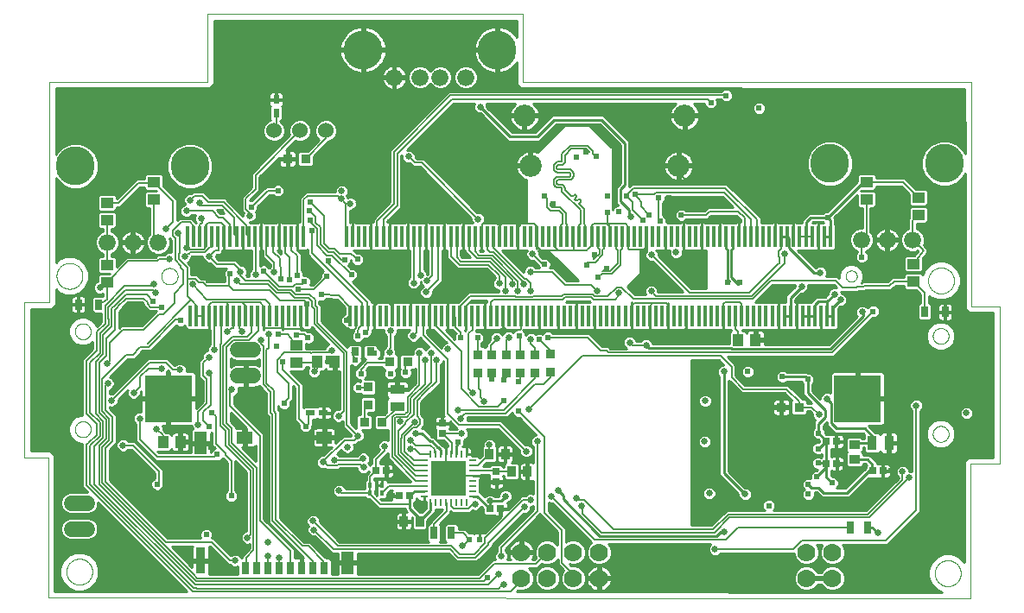
<source format=gbl>
G75*
%MOIN*%
%OFA0B0*%
%FSLAX25Y25*%
%IPPOS*%
%LPD*%
%AMOC8*
5,1,8,0,0,1.08239X$1,22.5*
%
%ADD10C,0.00000*%
%ADD11R,0.03800X0.03600*%
%ADD12R,0.03600X0.03800*%
%ADD13R,0.05700X0.03800*%
%ADD14C,0.05910*%
%ADD15R,0.04724X0.03959*%
%ADD16R,0.03959X0.04724*%
%ADD17R,0.01378X0.07874*%
%ADD18R,0.18110X0.18110*%
%ADD19C,0.15000*%
%ADD20C,0.06600*%
%ADD21R,0.02760X0.03940*%
%ADD22C,0.08600*%
%ADD23C,0.07000*%
%ADD24C,0.06000*%
%ADD25R,0.03000X0.03200*%
%ADD26R,0.02400X0.03400*%
%ADD27R,0.03400X0.02400*%
%ADD28R,0.03150X0.04882*%
%ADD29R,0.03740X0.09843*%
%ADD30R,0.04528X0.08661*%
%ADD31R,0.05906X0.04528*%
%ADD32R,0.04100X0.03600*%
%ADD33R,0.03800X0.05700*%
%ADD34R,0.02800X0.02800*%
%ADD35R,0.02756X0.00984*%
%ADD36R,0.13583X0.13583*%
%ADD37R,0.00984X0.02756*%
%ADD38R,0.03200X0.04200*%
%ADD39R,0.01378X0.01969*%
%ADD40R,0.01693X0.01969*%
%ADD41R,0.02200X0.02400*%
%ADD42R,0.02800X0.04900*%
%ADD43C,0.02400*%
%ADD44C,0.00700*%
%ADD45C,0.00600*%
%ADD46C,0.02578*%
%ADD47C,0.00800*%
%ADD48C,0.01000*%
%ADD49C,0.02000*%
%ADD50C,0.00900*%
D10*
X0010700Y0002800D02*
X0011139Y0002800D01*
X0366500Y0002500D01*
X0366500Y0054500D01*
X0377700Y0054500D01*
X0377700Y0115201D01*
X0366900Y0115201D01*
X0366700Y0201801D01*
X0193900Y0201900D01*
X0193900Y0228100D01*
X0072100Y0228100D01*
X0072100Y0201901D01*
X0011139Y0201901D01*
X0011100Y0120100D01*
X0011100Y0116700D01*
X0001500Y0116700D01*
X0001500Y0057000D01*
X0010700Y0056900D01*
X0010700Y0002800D01*
X0017700Y0012800D02*
X0017702Y0012941D01*
X0017708Y0013082D01*
X0017718Y0013222D01*
X0017732Y0013362D01*
X0017750Y0013502D01*
X0017771Y0013641D01*
X0017797Y0013780D01*
X0017826Y0013918D01*
X0017860Y0014054D01*
X0017897Y0014190D01*
X0017938Y0014325D01*
X0017983Y0014459D01*
X0018032Y0014591D01*
X0018084Y0014722D01*
X0018140Y0014851D01*
X0018200Y0014978D01*
X0018263Y0015104D01*
X0018329Y0015228D01*
X0018400Y0015351D01*
X0018473Y0015471D01*
X0018550Y0015589D01*
X0018630Y0015705D01*
X0018714Y0015818D01*
X0018800Y0015929D01*
X0018890Y0016038D01*
X0018983Y0016144D01*
X0019078Y0016247D01*
X0019177Y0016348D01*
X0019278Y0016446D01*
X0019382Y0016541D01*
X0019489Y0016633D01*
X0019598Y0016722D01*
X0019710Y0016807D01*
X0019824Y0016890D01*
X0019940Y0016970D01*
X0020059Y0017046D01*
X0020180Y0017118D01*
X0020302Y0017188D01*
X0020427Y0017253D01*
X0020553Y0017316D01*
X0020681Y0017374D01*
X0020811Y0017429D01*
X0020942Y0017481D01*
X0021075Y0017528D01*
X0021209Y0017572D01*
X0021344Y0017613D01*
X0021480Y0017649D01*
X0021617Y0017681D01*
X0021755Y0017710D01*
X0021893Y0017735D01*
X0022033Y0017755D01*
X0022173Y0017772D01*
X0022313Y0017785D01*
X0022454Y0017794D01*
X0022594Y0017799D01*
X0022735Y0017800D01*
X0022876Y0017797D01*
X0023017Y0017790D01*
X0023157Y0017779D01*
X0023297Y0017764D01*
X0023437Y0017745D01*
X0023576Y0017723D01*
X0023714Y0017696D01*
X0023852Y0017666D01*
X0023988Y0017631D01*
X0024124Y0017593D01*
X0024258Y0017551D01*
X0024392Y0017505D01*
X0024524Y0017456D01*
X0024654Y0017402D01*
X0024783Y0017345D01*
X0024910Y0017285D01*
X0025036Y0017221D01*
X0025159Y0017153D01*
X0025281Y0017082D01*
X0025401Y0017008D01*
X0025518Y0016930D01*
X0025633Y0016849D01*
X0025746Y0016765D01*
X0025857Y0016678D01*
X0025965Y0016587D01*
X0026070Y0016494D01*
X0026173Y0016397D01*
X0026273Y0016298D01*
X0026370Y0016196D01*
X0026464Y0016091D01*
X0026555Y0015984D01*
X0026643Y0015874D01*
X0026728Y0015762D01*
X0026810Y0015647D01*
X0026889Y0015530D01*
X0026964Y0015411D01*
X0027036Y0015290D01*
X0027104Y0015167D01*
X0027169Y0015042D01*
X0027231Y0014915D01*
X0027288Y0014786D01*
X0027343Y0014656D01*
X0027393Y0014525D01*
X0027440Y0014392D01*
X0027483Y0014258D01*
X0027522Y0014122D01*
X0027557Y0013986D01*
X0027589Y0013849D01*
X0027616Y0013711D01*
X0027640Y0013572D01*
X0027660Y0013432D01*
X0027676Y0013292D01*
X0027688Y0013152D01*
X0027696Y0013011D01*
X0027700Y0012870D01*
X0027700Y0012730D01*
X0027696Y0012589D01*
X0027688Y0012448D01*
X0027676Y0012308D01*
X0027660Y0012168D01*
X0027640Y0012028D01*
X0027616Y0011889D01*
X0027589Y0011751D01*
X0027557Y0011614D01*
X0027522Y0011478D01*
X0027483Y0011342D01*
X0027440Y0011208D01*
X0027393Y0011075D01*
X0027343Y0010944D01*
X0027288Y0010814D01*
X0027231Y0010685D01*
X0027169Y0010558D01*
X0027104Y0010433D01*
X0027036Y0010310D01*
X0026964Y0010189D01*
X0026889Y0010070D01*
X0026810Y0009953D01*
X0026728Y0009838D01*
X0026643Y0009726D01*
X0026555Y0009616D01*
X0026464Y0009509D01*
X0026370Y0009404D01*
X0026273Y0009302D01*
X0026173Y0009203D01*
X0026070Y0009106D01*
X0025965Y0009013D01*
X0025857Y0008922D01*
X0025746Y0008835D01*
X0025633Y0008751D01*
X0025518Y0008670D01*
X0025401Y0008592D01*
X0025281Y0008518D01*
X0025159Y0008447D01*
X0025036Y0008379D01*
X0024910Y0008315D01*
X0024783Y0008255D01*
X0024654Y0008198D01*
X0024524Y0008144D01*
X0024392Y0008095D01*
X0024258Y0008049D01*
X0024124Y0008007D01*
X0023988Y0007969D01*
X0023852Y0007934D01*
X0023714Y0007904D01*
X0023576Y0007877D01*
X0023437Y0007855D01*
X0023297Y0007836D01*
X0023157Y0007821D01*
X0023017Y0007810D01*
X0022876Y0007803D01*
X0022735Y0007800D01*
X0022594Y0007801D01*
X0022454Y0007806D01*
X0022313Y0007815D01*
X0022173Y0007828D01*
X0022033Y0007845D01*
X0021893Y0007865D01*
X0021755Y0007890D01*
X0021617Y0007919D01*
X0021480Y0007951D01*
X0021344Y0007987D01*
X0021209Y0008028D01*
X0021075Y0008072D01*
X0020942Y0008119D01*
X0020811Y0008171D01*
X0020681Y0008226D01*
X0020553Y0008284D01*
X0020427Y0008347D01*
X0020302Y0008412D01*
X0020180Y0008482D01*
X0020059Y0008554D01*
X0019940Y0008630D01*
X0019824Y0008710D01*
X0019710Y0008793D01*
X0019598Y0008878D01*
X0019489Y0008967D01*
X0019382Y0009059D01*
X0019278Y0009154D01*
X0019177Y0009252D01*
X0019078Y0009353D01*
X0018983Y0009456D01*
X0018890Y0009562D01*
X0018800Y0009671D01*
X0018714Y0009782D01*
X0018630Y0009895D01*
X0018550Y0010011D01*
X0018473Y0010129D01*
X0018400Y0010249D01*
X0018329Y0010372D01*
X0018263Y0010496D01*
X0018200Y0010622D01*
X0018140Y0010749D01*
X0018084Y0010878D01*
X0018032Y0011009D01*
X0017983Y0011141D01*
X0017938Y0011275D01*
X0017897Y0011410D01*
X0017860Y0011546D01*
X0017826Y0011682D01*
X0017797Y0011820D01*
X0017771Y0011959D01*
X0017750Y0012098D01*
X0017732Y0012238D01*
X0017718Y0012378D01*
X0017708Y0012518D01*
X0017702Y0012659D01*
X0017700Y0012800D01*
X0020991Y0067802D02*
X0020993Y0067912D01*
X0020999Y0068022D01*
X0021009Y0068132D01*
X0021023Y0068241D01*
X0021041Y0068350D01*
X0021062Y0068458D01*
X0021088Y0068565D01*
X0021117Y0068671D01*
X0021151Y0068776D01*
X0021188Y0068880D01*
X0021229Y0068982D01*
X0021273Y0069083D01*
X0021321Y0069182D01*
X0021373Y0069280D01*
X0021428Y0069375D01*
X0021486Y0069468D01*
X0021548Y0069559D01*
X0021613Y0069648D01*
X0021681Y0069735D01*
X0021753Y0069819D01*
X0021827Y0069900D01*
X0021904Y0069979D01*
X0021984Y0070055D01*
X0022067Y0070127D01*
X0022152Y0070197D01*
X0022240Y0070264D01*
X0022330Y0070327D01*
X0022422Y0070387D01*
X0022516Y0070444D01*
X0022613Y0070498D01*
X0022711Y0070547D01*
X0022811Y0070594D01*
X0022913Y0070636D01*
X0023016Y0070675D01*
X0023120Y0070710D01*
X0023226Y0070742D01*
X0023332Y0070769D01*
X0023440Y0070793D01*
X0023548Y0070813D01*
X0023657Y0070829D01*
X0023767Y0070841D01*
X0023877Y0070849D01*
X0023987Y0070853D01*
X0024097Y0070853D01*
X0024207Y0070849D01*
X0024317Y0070841D01*
X0024427Y0070829D01*
X0024536Y0070813D01*
X0024644Y0070793D01*
X0024752Y0070769D01*
X0024858Y0070742D01*
X0024964Y0070710D01*
X0025068Y0070675D01*
X0025171Y0070636D01*
X0025273Y0070594D01*
X0025373Y0070547D01*
X0025471Y0070498D01*
X0025567Y0070444D01*
X0025662Y0070387D01*
X0025754Y0070327D01*
X0025844Y0070264D01*
X0025932Y0070197D01*
X0026017Y0070127D01*
X0026100Y0070055D01*
X0026180Y0069979D01*
X0026257Y0069900D01*
X0026331Y0069819D01*
X0026403Y0069735D01*
X0026471Y0069648D01*
X0026536Y0069559D01*
X0026598Y0069468D01*
X0026656Y0069375D01*
X0026711Y0069280D01*
X0026763Y0069182D01*
X0026811Y0069083D01*
X0026855Y0068982D01*
X0026896Y0068880D01*
X0026933Y0068776D01*
X0026967Y0068671D01*
X0026996Y0068565D01*
X0027022Y0068458D01*
X0027043Y0068350D01*
X0027061Y0068241D01*
X0027075Y0068132D01*
X0027085Y0068022D01*
X0027091Y0067912D01*
X0027093Y0067802D01*
X0027091Y0067692D01*
X0027085Y0067582D01*
X0027075Y0067472D01*
X0027061Y0067363D01*
X0027043Y0067254D01*
X0027022Y0067146D01*
X0026996Y0067039D01*
X0026967Y0066933D01*
X0026933Y0066828D01*
X0026896Y0066724D01*
X0026855Y0066622D01*
X0026811Y0066521D01*
X0026763Y0066422D01*
X0026711Y0066324D01*
X0026656Y0066229D01*
X0026598Y0066136D01*
X0026536Y0066045D01*
X0026471Y0065956D01*
X0026403Y0065869D01*
X0026331Y0065785D01*
X0026257Y0065704D01*
X0026180Y0065625D01*
X0026100Y0065549D01*
X0026017Y0065477D01*
X0025932Y0065407D01*
X0025844Y0065340D01*
X0025754Y0065277D01*
X0025662Y0065217D01*
X0025568Y0065160D01*
X0025471Y0065106D01*
X0025373Y0065057D01*
X0025273Y0065010D01*
X0025171Y0064968D01*
X0025068Y0064929D01*
X0024964Y0064894D01*
X0024858Y0064862D01*
X0024752Y0064835D01*
X0024644Y0064811D01*
X0024536Y0064791D01*
X0024427Y0064775D01*
X0024317Y0064763D01*
X0024207Y0064755D01*
X0024097Y0064751D01*
X0023987Y0064751D01*
X0023877Y0064755D01*
X0023767Y0064763D01*
X0023657Y0064775D01*
X0023548Y0064791D01*
X0023440Y0064811D01*
X0023332Y0064835D01*
X0023226Y0064862D01*
X0023120Y0064894D01*
X0023016Y0064929D01*
X0022913Y0064968D01*
X0022811Y0065010D01*
X0022711Y0065057D01*
X0022613Y0065106D01*
X0022516Y0065160D01*
X0022422Y0065217D01*
X0022330Y0065277D01*
X0022240Y0065340D01*
X0022152Y0065407D01*
X0022067Y0065477D01*
X0021984Y0065549D01*
X0021904Y0065625D01*
X0021827Y0065704D01*
X0021753Y0065785D01*
X0021681Y0065869D01*
X0021613Y0065956D01*
X0021548Y0066045D01*
X0021486Y0066136D01*
X0021428Y0066229D01*
X0021373Y0066324D01*
X0021321Y0066422D01*
X0021273Y0066521D01*
X0021229Y0066622D01*
X0021188Y0066724D01*
X0021151Y0066828D01*
X0021117Y0066933D01*
X0021088Y0067039D01*
X0021062Y0067146D01*
X0021041Y0067254D01*
X0021023Y0067363D01*
X0021009Y0067472D01*
X0020999Y0067582D01*
X0020993Y0067692D01*
X0020991Y0067802D01*
X0020991Y0105598D02*
X0020993Y0105708D01*
X0020999Y0105818D01*
X0021009Y0105928D01*
X0021023Y0106037D01*
X0021041Y0106146D01*
X0021062Y0106254D01*
X0021088Y0106361D01*
X0021117Y0106467D01*
X0021151Y0106572D01*
X0021188Y0106676D01*
X0021229Y0106778D01*
X0021273Y0106879D01*
X0021321Y0106978D01*
X0021373Y0107076D01*
X0021428Y0107171D01*
X0021486Y0107264D01*
X0021548Y0107355D01*
X0021613Y0107444D01*
X0021681Y0107531D01*
X0021753Y0107615D01*
X0021827Y0107696D01*
X0021904Y0107775D01*
X0021984Y0107851D01*
X0022067Y0107923D01*
X0022152Y0107993D01*
X0022240Y0108060D01*
X0022330Y0108123D01*
X0022422Y0108183D01*
X0022516Y0108240D01*
X0022613Y0108294D01*
X0022711Y0108343D01*
X0022811Y0108390D01*
X0022913Y0108432D01*
X0023016Y0108471D01*
X0023120Y0108506D01*
X0023226Y0108538D01*
X0023332Y0108565D01*
X0023440Y0108589D01*
X0023548Y0108609D01*
X0023657Y0108625D01*
X0023767Y0108637D01*
X0023877Y0108645D01*
X0023987Y0108649D01*
X0024097Y0108649D01*
X0024207Y0108645D01*
X0024317Y0108637D01*
X0024427Y0108625D01*
X0024536Y0108609D01*
X0024644Y0108589D01*
X0024752Y0108565D01*
X0024858Y0108538D01*
X0024964Y0108506D01*
X0025068Y0108471D01*
X0025171Y0108432D01*
X0025273Y0108390D01*
X0025373Y0108343D01*
X0025471Y0108294D01*
X0025567Y0108240D01*
X0025662Y0108183D01*
X0025754Y0108123D01*
X0025844Y0108060D01*
X0025932Y0107993D01*
X0026017Y0107923D01*
X0026100Y0107851D01*
X0026180Y0107775D01*
X0026257Y0107696D01*
X0026331Y0107615D01*
X0026403Y0107531D01*
X0026471Y0107444D01*
X0026536Y0107355D01*
X0026598Y0107264D01*
X0026656Y0107171D01*
X0026711Y0107076D01*
X0026763Y0106978D01*
X0026811Y0106879D01*
X0026855Y0106778D01*
X0026896Y0106676D01*
X0026933Y0106572D01*
X0026967Y0106467D01*
X0026996Y0106361D01*
X0027022Y0106254D01*
X0027043Y0106146D01*
X0027061Y0106037D01*
X0027075Y0105928D01*
X0027085Y0105818D01*
X0027091Y0105708D01*
X0027093Y0105598D01*
X0027091Y0105488D01*
X0027085Y0105378D01*
X0027075Y0105268D01*
X0027061Y0105159D01*
X0027043Y0105050D01*
X0027022Y0104942D01*
X0026996Y0104835D01*
X0026967Y0104729D01*
X0026933Y0104624D01*
X0026896Y0104520D01*
X0026855Y0104418D01*
X0026811Y0104317D01*
X0026763Y0104218D01*
X0026711Y0104120D01*
X0026656Y0104025D01*
X0026598Y0103932D01*
X0026536Y0103841D01*
X0026471Y0103752D01*
X0026403Y0103665D01*
X0026331Y0103581D01*
X0026257Y0103500D01*
X0026180Y0103421D01*
X0026100Y0103345D01*
X0026017Y0103273D01*
X0025932Y0103203D01*
X0025844Y0103136D01*
X0025754Y0103073D01*
X0025662Y0103013D01*
X0025568Y0102956D01*
X0025471Y0102902D01*
X0025373Y0102853D01*
X0025273Y0102806D01*
X0025171Y0102764D01*
X0025068Y0102725D01*
X0024964Y0102690D01*
X0024858Y0102658D01*
X0024752Y0102631D01*
X0024644Y0102607D01*
X0024536Y0102587D01*
X0024427Y0102571D01*
X0024317Y0102559D01*
X0024207Y0102551D01*
X0024097Y0102547D01*
X0023987Y0102547D01*
X0023877Y0102551D01*
X0023767Y0102559D01*
X0023657Y0102571D01*
X0023548Y0102587D01*
X0023440Y0102607D01*
X0023332Y0102631D01*
X0023226Y0102658D01*
X0023120Y0102690D01*
X0023016Y0102725D01*
X0022913Y0102764D01*
X0022811Y0102806D01*
X0022711Y0102853D01*
X0022613Y0102902D01*
X0022516Y0102956D01*
X0022422Y0103013D01*
X0022330Y0103073D01*
X0022240Y0103136D01*
X0022152Y0103203D01*
X0022067Y0103273D01*
X0021984Y0103345D01*
X0021904Y0103421D01*
X0021827Y0103500D01*
X0021753Y0103581D01*
X0021681Y0103665D01*
X0021613Y0103752D01*
X0021548Y0103841D01*
X0021486Y0103932D01*
X0021428Y0104025D01*
X0021373Y0104120D01*
X0021321Y0104218D01*
X0021273Y0104317D01*
X0021229Y0104418D01*
X0021188Y0104520D01*
X0021151Y0104624D01*
X0021117Y0104729D01*
X0021088Y0104835D01*
X0021062Y0104942D01*
X0021041Y0105050D01*
X0021023Y0105159D01*
X0021009Y0105268D01*
X0020999Y0105378D01*
X0020993Y0105488D01*
X0020991Y0105598D01*
X0013900Y0127000D02*
X0013902Y0127141D01*
X0013908Y0127282D01*
X0013918Y0127422D01*
X0013932Y0127562D01*
X0013950Y0127702D01*
X0013971Y0127841D01*
X0013997Y0127980D01*
X0014026Y0128118D01*
X0014060Y0128254D01*
X0014097Y0128390D01*
X0014138Y0128525D01*
X0014183Y0128659D01*
X0014232Y0128791D01*
X0014284Y0128922D01*
X0014340Y0129051D01*
X0014400Y0129178D01*
X0014463Y0129304D01*
X0014529Y0129428D01*
X0014600Y0129551D01*
X0014673Y0129671D01*
X0014750Y0129789D01*
X0014830Y0129905D01*
X0014914Y0130018D01*
X0015000Y0130129D01*
X0015090Y0130238D01*
X0015183Y0130344D01*
X0015278Y0130447D01*
X0015377Y0130548D01*
X0015478Y0130646D01*
X0015582Y0130741D01*
X0015689Y0130833D01*
X0015798Y0130922D01*
X0015910Y0131007D01*
X0016024Y0131090D01*
X0016140Y0131170D01*
X0016259Y0131246D01*
X0016380Y0131318D01*
X0016502Y0131388D01*
X0016627Y0131453D01*
X0016753Y0131516D01*
X0016881Y0131574D01*
X0017011Y0131629D01*
X0017142Y0131681D01*
X0017275Y0131728D01*
X0017409Y0131772D01*
X0017544Y0131813D01*
X0017680Y0131849D01*
X0017817Y0131881D01*
X0017955Y0131910D01*
X0018093Y0131935D01*
X0018233Y0131955D01*
X0018373Y0131972D01*
X0018513Y0131985D01*
X0018654Y0131994D01*
X0018794Y0131999D01*
X0018935Y0132000D01*
X0019076Y0131997D01*
X0019217Y0131990D01*
X0019357Y0131979D01*
X0019497Y0131964D01*
X0019637Y0131945D01*
X0019776Y0131923D01*
X0019914Y0131896D01*
X0020052Y0131866D01*
X0020188Y0131831D01*
X0020324Y0131793D01*
X0020458Y0131751D01*
X0020592Y0131705D01*
X0020724Y0131656D01*
X0020854Y0131602D01*
X0020983Y0131545D01*
X0021110Y0131485D01*
X0021236Y0131421D01*
X0021359Y0131353D01*
X0021481Y0131282D01*
X0021601Y0131208D01*
X0021718Y0131130D01*
X0021833Y0131049D01*
X0021946Y0130965D01*
X0022057Y0130878D01*
X0022165Y0130787D01*
X0022270Y0130694D01*
X0022373Y0130597D01*
X0022473Y0130498D01*
X0022570Y0130396D01*
X0022664Y0130291D01*
X0022755Y0130184D01*
X0022843Y0130074D01*
X0022928Y0129962D01*
X0023010Y0129847D01*
X0023089Y0129730D01*
X0023164Y0129611D01*
X0023236Y0129490D01*
X0023304Y0129367D01*
X0023369Y0129242D01*
X0023431Y0129115D01*
X0023488Y0128986D01*
X0023543Y0128856D01*
X0023593Y0128725D01*
X0023640Y0128592D01*
X0023683Y0128458D01*
X0023722Y0128322D01*
X0023757Y0128186D01*
X0023789Y0128049D01*
X0023816Y0127911D01*
X0023840Y0127772D01*
X0023860Y0127632D01*
X0023876Y0127492D01*
X0023888Y0127352D01*
X0023896Y0127211D01*
X0023900Y0127070D01*
X0023900Y0126930D01*
X0023896Y0126789D01*
X0023888Y0126648D01*
X0023876Y0126508D01*
X0023860Y0126368D01*
X0023840Y0126228D01*
X0023816Y0126089D01*
X0023789Y0125951D01*
X0023757Y0125814D01*
X0023722Y0125678D01*
X0023683Y0125542D01*
X0023640Y0125408D01*
X0023593Y0125275D01*
X0023543Y0125144D01*
X0023488Y0125014D01*
X0023431Y0124885D01*
X0023369Y0124758D01*
X0023304Y0124633D01*
X0023236Y0124510D01*
X0023164Y0124389D01*
X0023089Y0124270D01*
X0023010Y0124153D01*
X0022928Y0124038D01*
X0022843Y0123926D01*
X0022755Y0123816D01*
X0022664Y0123709D01*
X0022570Y0123604D01*
X0022473Y0123502D01*
X0022373Y0123403D01*
X0022270Y0123306D01*
X0022165Y0123213D01*
X0022057Y0123122D01*
X0021946Y0123035D01*
X0021833Y0122951D01*
X0021718Y0122870D01*
X0021601Y0122792D01*
X0021481Y0122718D01*
X0021359Y0122647D01*
X0021236Y0122579D01*
X0021110Y0122515D01*
X0020983Y0122455D01*
X0020854Y0122398D01*
X0020724Y0122344D01*
X0020592Y0122295D01*
X0020458Y0122249D01*
X0020324Y0122207D01*
X0020188Y0122169D01*
X0020052Y0122134D01*
X0019914Y0122104D01*
X0019776Y0122077D01*
X0019637Y0122055D01*
X0019497Y0122036D01*
X0019357Y0122021D01*
X0019217Y0122010D01*
X0019076Y0122003D01*
X0018935Y0122000D01*
X0018794Y0122001D01*
X0018654Y0122006D01*
X0018513Y0122015D01*
X0018373Y0122028D01*
X0018233Y0122045D01*
X0018093Y0122065D01*
X0017955Y0122090D01*
X0017817Y0122119D01*
X0017680Y0122151D01*
X0017544Y0122187D01*
X0017409Y0122228D01*
X0017275Y0122272D01*
X0017142Y0122319D01*
X0017011Y0122371D01*
X0016881Y0122426D01*
X0016753Y0122484D01*
X0016627Y0122547D01*
X0016502Y0122612D01*
X0016380Y0122682D01*
X0016259Y0122754D01*
X0016140Y0122830D01*
X0016024Y0122910D01*
X0015910Y0122993D01*
X0015798Y0123078D01*
X0015689Y0123167D01*
X0015582Y0123259D01*
X0015478Y0123354D01*
X0015377Y0123452D01*
X0015278Y0123553D01*
X0015183Y0123656D01*
X0015090Y0123762D01*
X0015000Y0123871D01*
X0014914Y0123982D01*
X0014830Y0124095D01*
X0014750Y0124211D01*
X0014673Y0124329D01*
X0014600Y0124449D01*
X0014529Y0124572D01*
X0014463Y0124696D01*
X0014400Y0124822D01*
X0014340Y0124949D01*
X0014284Y0125078D01*
X0014232Y0125209D01*
X0014183Y0125341D01*
X0014138Y0125475D01*
X0014097Y0125610D01*
X0014060Y0125746D01*
X0014026Y0125882D01*
X0013997Y0126020D01*
X0013971Y0126159D01*
X0013950Y0126298D01*
X0013932Y0126438D01*
X0013918Y0126578D01*
X0013908Y0126718D01*
X0013902Y0126859D01*
X0013900Y0127000D01*
X0054324Y0126900D02*
X0054326Y0127012D01*
X0054332Y0127123D01*
X0054342Y0127235D01*
X0054356Y0127346D01*
X0054373Y0127456D01*
X0054395Y0127566D01*
X0054421Y0127674D01*
X0054450Y0127782D01*
X0054483Y0127889D01*
X0054520Y0127995D01*
X0054561Y0128099D01*
X0054605Y0128201D01*
X0054653Y0128302D01*
X0054705Y0128401D01*
X0054760Y0128499D01*
X0054818Y0128594D01*
X0054880Y0128687D01*
X0054945Y0128778D01*
X0055014Y0128866D01*
X0055085Y0128953D01*
X0055159Y0129036D01*
X0055236Y0129117D01*
X0055317Y0129195D01*
X0055399Y0129270D01*
X0055485Y0129342D01*
X0055573Y0129411D01*
X0055663Y0129477D01*
X0055756Y0129539D01*
X0055850Y0129599D01*
X0055947Y0129655D01*
X0056046Y0129707D01*
X0056146Y0129756D01*
X0056249Y0129801D01*
X0056352Y0129843D01*
X0056457Y0129881D01*
X0056564Y0129915D01*
X0056671Y0129945D01*
X0056780Y0129972D01*
X0056890Y0129994D01*
X0057000Y0130013D01*
X0057111Y0130028D01*
X0057222Y0130039D01*
X0057333Y0130046D01*
X0057445Y0130049D01*
X0057557Y0130048D01*
X0057668Y0130043D01*
X0057780Y0130034D01*
X0057891Y0130021D01*
X0058001Y0130004D01*
X0058111Y0129984D01*
X0058220Y0129959D01*
X0058328Y0129931D01*
X0058435Y0129898D01*
X0058541Y0129862D01*
X0058646Y0129822D01*
X0058749Y0129779D01*
X0058850Y0129732D01*
X0058950Y0129681D01*
X0059047Y0129627D01*
X0059143Y0129570D01*
X0059237Y0129509D01*
X0059328Y0129444D01*
X0059418Y0129377D01*
X0059504Y0129306D01*
X0059588Y0129233D01*
X0059670Y0129156D01*
X0059749Y0129077D01*
X0059824Y0128995D01*
X0059897Y0128910D01*
X0059967Y0128823D01*
X0060034Y0128733D01*
X0060097Y0128641D01*
X0060157Y0128547D01*
X0060214Y0128450D01*
X0060267Y0128352D01*
X0060317Y0128252D01*
X0060363Y0128150D01*
X0060406Y0128047D01*
X0060445Y0127942D01*
X0060480Y0127836D01*
X0060511Y0127729D01*
X0060539Y0127620D01*
X0060562Y0127511D01*
X0060582Y0127401D01*
X0060598Y0127290D01*
X0060610Y0127179D01*
X0060618Y0127068D01*
X0060622Y0126956D01*
X0060622Y0126844D01*
X0060618Y0126732D01*
X0060610Y0126621D01*
X0060598Y0126510D01*
X0060582Y0126399D01*
X0060562Y0126289D01*
X0060539Y0126180D01*
X0060511Y0126071D01*
X0060480Y0125964D01*
X0060445Y0125858D01*
X0060406Y0125753D01*
X0060363Y0125650D01*
X0060317Y0125548D01*
X0060267Y0125448D01*
X0060214Y0125350D01*
X0060157Y0125253D01*
X0060097Y0125159D01*
X0060034Y0125067D01*
X0059967Y0124977D01*
X0059897Y0124890D01*
X0059824Y0124805D01*
X0059749Y0124723D01*
X0059670Y0124644D01*
X0059588Y0124567D01*
X0059504Y0124494D01*
X0059418Y0124423D01*
X0059328Y0124356D01*
X0059237Y0124291D01*
X0059143Y0124230D01*
X0059048Y0124173D01*
X0058950Y0124119D01*
X0058850Y0124068D01*
X0058749Y0124021D01*
X0058646Y0123978D01*
X0058541Y0123938D01*
X0058435Y0123902D01*
X0058328Y0123869D01*
X0058220Y0123841D01*
X0058111Y0123816D01*
X0058001Y0123796D01*
X0057891Y0123779D01*
X0057780Y0123766D01*
X0057668Y0123757D01*
X0057557Y0123752D01*
X0057445Y0123751D01*
X0057333Y0123754D01*
X0057222Y0123761D01*
X0057111Y0123772D01*
X0057000Y0123787D01*
X0056890Y0123806D01*
X0056780Y0123828D01*
X0056671Y0123855D01*
X0056564Y0123885D01*
X0056457Y0123919D01*
X0056352Y0123957D01*
X0056249Y0123999D01*
X0056146Y0124044D01*
X0056046Y0124093D01*
X0055947Y0124145D01*
X0055850Y0124201D01*
X0055756Y0124261D01*
X0055663Y0124323D01*
X0055573Y0124389D01*
X0055485Y0124458D01*
X0055399Y0124530D01*
X0055317Y0124605D01*
X0055236Y0124683D01*
X0055159Y0124764D01*
X0055085Y0124847D01*
X0055014Y0124934D01*
X0054945Y0125022D01*
X0054880Y0125113D01*
X0054818Y0125206D01*
X0054760Y0125301D01*
X0054705Y0125399D01*
X0054653Y0125498D01*
X0054605Y0125599D01*
X0054561Y0125701D01*
X0054520Y0125805D01*
X0054483Y0125911D01*
X0054450Y0126018D01*
X0054421Y0126126D01*
X0054395Y0126234D01*
X0054373Y0126344D01*
X0054356Y0126454D01*
X0054342Y0126565D01*
X0054332Y0126677D01*
X0054326Y0126788D01*
X0054324Y0126900D01*
X0318300Y0126900D02*
X0318302Y0126993D01*
X0318308Y0127085D01*
X0318318Y0127177D01*
X0318332Y0127268D01*
X0318349Y0127359D01*
X0318371Y0127449D01*
X0318396Y0127538D01*
X0318425Y0127626D01*
X0318458Y0127712D01*
X0318495Y0127797D01*
X0318535Y0127881D01*
X0318579Y0127962D01*
X0318626Y0128042D01*
X0318676Y0128120D01*
X0318730Y0128195D01*
X0318787Y0128268D01*
X0318847Y0128338D01*
X0318910Y0128406D01*
X0318976Y0128471D01*
X0319044Y0128533D01*
X0319115Y0128593D01*
X0319189Y0128649D01*
X0319265Y0128702D01*
X0319343Y0128751D01*
X0319423Y0128798D01*
X0319505Y0128840D01*
X0319589Y0128880D01*
X0319674Y0128915D01*
X0319761Y0128947D01*
X0319849Y0128976D01*
X0319938Y0129000D01*
X0320028Y0129021D01*
X0320119Y0129037D01*
X0320211Y0129050D01*
X0320303Y0129059D01*
X0320396Y0129064D01*
X0320488Y0129065D01*
X0320581Y0129062D01*
X0320673Y0129055D01*
X0320765Y0129044D01*
X0320856Y0129029D01*
X0320947Y0129011D01*
X0321037Y0128988D01*
X0321125Y0128962D01*
X0321213Y0128932D01*
X0321299Y0128898D01*
X0321383Y0128861D01*
X0321466Y0128819D01*
X0321547Y0128775D01*
X0321627Y0128727D01*
X0321704Y0128676D01*
X0321778Y0128621D01*
X0321851Y0128563D01*
X0321921Y0128503D01*
X0321988Y0128439D01*
X0322052Y0128373D01*
X0322114Y0128303D01*
X0322172Y0128232D01*
X0322227Y0128158D01*
X0322279Y0128081D01*
X0322328Y0128002D01*
X0322374Y0127922D01*
X0322416Y0127839D01*
X0322454Y0127755D01*
X0322489Y0127669D01*
X0322520Y0127582D01*
X0322547Y0127494D01*
X0322570Y0127404D01*
X0322590Y0127314D01*
X0322606Y0127223D01*
X0322618Y0127131D01*
X0322626Y0127039D01*
X0322630Y0126946D01*
X0322630Y0126854D01*
X0322626Y0126761D01*
X0322618Y0126669D01*
X0322606Y0126577D01*
X0322590Y0126486D01*
X0322570Y0126396D01*
X0322547Y0126306D01*
X0322520Y0126218D01*
X0322489Y0126131D01*
X0322454Y0126045D01*
X0322416Y0125961D01*
X0322374Y0125878D01*
X0322328Y0125798D01*
X0322279Y0125719D01*
X0322227Y0125642D01*
X0322172Y0125568D01*
X0322114Y0125497D01*
X0322052Y0125427D01*
X0321988Y0125361D01*
X0321921Y0125297D01*
X0321851Y0125237D01*
X0321778Y0125179D01*
X0321704Y0125124D01*
X0321627Y0125073D01*
X0321548Y0125025D01*
X0321466Y0124981D01*
X0321383Y0124939D01*
X0321299Y0124902D01*
X0321213Y0124868D01*
X0321125Y0124838D01*
X0321037Y0124812D01*
X0320947Y0124789D01*
X0320856Y0124771D01*
X0320765Y0124756D01*
X0320673Y0124745D01*
X0320581Y0124738D01*
X0320488Y0124735D01*
X0320396Y0124736D01*
X0320303Y0124741D01*
X0320211Y0124750D01*
X0320119Y0124763D01*
X0320028Y0124779D01*
X0319938Y0124800D01*
X0319849Y0124824D01*
X0319761Y0124853D01*
X0319674Y0124885D01*
X0319589Y0124920D01*
X0319505Y0124960D01*
X0319423Y0125002D01*
X0319343Y0125049D01*
X0319265Y0125098D01*
X0319189Y0125151D01*
X0319115Y0125207D01*
X0319044Y0125267D01*
X0318976Y0125329D01*
X0318910Y0125394D01*
X0318847Y0125462D01*
X0318787Y0125532D01*
X0318730Y0125605D01*
X0318676Y0125680D01*
X0318626Y0125758D01*
X0318579Y0125838D01*
X0318535Y0125919D01*
X0318495Y0126003D01*
X0318458Y0126088D01*
X0318425Y0126174D01*
X0318396Y0126262D01*
X0318371Y0126351D01*
X0318349Y0126441D01*
X0318332Y0126532D01*
X0318318Y0126623D01*
X0318308Y0126715D01*
X0318302Y0126807D01*
X0318300Y0126900D01*
X0350100Y0125200D02*
X0350102Y0125341D01*
X0350108Y0125482D01*
X0350118Y0125622D01*
X0350132Y0125762D01*
X0350150Y0125902D01*
X0350171Y0126041D01*
X0350197Y0126180D01*
X0350226Y0126318D01*
X0350260Y0126454D01*
X0350297Y0126590D01*
X0350338Y0126725D01*
X0350383Y0126859D01*
X0350432Y0126991D01*
X0350484Y0127122D01*
X0350540Y0127251D01*
X0350600Y0127378D01*
X0350663Y0127504D01*
X0350729Y0127628D01*
X0350800Y0127751D01*
X0350873Y0127871D01*
X0350950Y0127989D01*
X0351030Y0128105D01*
X0351114Y0128218D01*
X0351200Y0128329D01*
X0351290Y0128438D01*
X0351383Y0128544D01*
X0351478Y0128647D01*
X0351577Y0128748D01*
X0351678Y0128846D01*
X0351782Y0128941D01*
X0351889Y0129033D01*
X0351998Y0129122D01*
X0352110Y0129207D01*
X0352224Y0129290D01*
X0352340Y0129370D01*
X0352459Y0129446D01*
X0352580Y0129518D01*
X0352702Y0129588D01*
X0352827Y0129653D01*
X0352953Y0129716D01*
X0353081Y0129774D01*
X0353211Y0129829D01*
X0353342Y0129881D01*
X0353475Y0129928D01*
X0353609Y0129972D01*
X0353744Y0130013D01*
X0353880Y0130049D01*
X0354017Y0130081D01*
X0354155Y0130110D01*
X0354293Y0130135D01*
X0354433Y0130155D01*
X0354573Y0130172D01*
X0354713Y0130185D01*
X0354854Y0130194D01*
X0354994Y0130199D01*
X0355135Y0130200D01*
X0355276Y0130197D01*
X0355417Y0130190D01*
X0355557Y0130179D01*
X0355697Y0130164D01*
X0355837Y0130145D01*
X0355976Y0130123D01*
X0356114Y0130096D01*
X0356252Y0130066D01*
X0356388Y0130031D01*
X0356524Y0129993D01*
X0356658Y0129951D01*
X0356792Y0129905D01*
X0356924Y0129856D01*
X0357054Y0129802D01*
X0357183Y0129745D01*
X0357310Y0129685D01*
X0357436Y0129621D01*
X0357559Y0129553D01*
X0357681Y0129482D01*
X0357801Y0129408D01*
X0357918Y0129330D01*
X0358033Y0129249D01*
X0358146Y0129165D01*
X0358257Y0129078D01*
X0358365Y0128987D01*
X0358470Y0128894D01*
X0358573Y0128797D01*
X0358673Y0128698D01*
X0358770Y0128596D01*
X0358864Y0128491D01*
X0358955Y0128384D01*
X0359043Y0128274D01*
X0359128Y0128162D01*
X0359210Y0128047D01*
X0359289Y0127930D01*
X0359364Y0127811D01*
X0359436Y0127690D01*
X0359504Y0127567D01*
X0359569Y0127442D01*
X0359631Y0127315D01*
X0359688Y0127186D01*
X0359743Y0127056D01*
X0359793Y0126925D01*
X0359840Y0126792D01*
X0359883Y0126658D01*
X0359922Y0126522D01*
X0359957Y0126386D01*
X0359989Y0126249D01*
X0360016Y0126111D01*
X0360040Y0125972D01*
X0360060Y0125832D01*
X0360076Y0125692D01*
X0360088Y0125552D01*
X0360096Y0125411D01*
X0360100Y0125270D01*
X0360100Y0125130D01*
X0360096Y0124989D01*
X0360088Y0124848D01*
X0360076Y0124708D01*
X0360060Y0124568D01*
X0360040Y0124428D01*
X0360016Y0124289D01*
X0359989Y0124151D01*
X0359957Y0124014D01*
X0359922Y0123878D01*
X0359883Y0123742D01*
X0359840Y0123608D01*
X0359793Y0123475D01*
X0359743Y0123344D01*
X0359688Y0123214D01*
X0359631Y0123085D01*
X0359569Y0122958D01*
X0359504Y0122833D01*
X0359436Y0122710D01*
X0359364Y0122589D01*
X0359289Y0122470D01*
X0359210Y0122353D01*
X0359128Y0122238D01*
X0359043Y0122126D01*
X0358955Y0122016D01*
X0358864Y0121909D01*
X0358770Y0121804D01*
X0358673Y0121702D01*
X0358573Y0121603D01*
X0358470Y0121506D01*
X0358365Y0121413D01*
X0358257Y0121322D01*
X0358146Y0121235D01*
X0358033Y0121151D01*
X0357918Y0121070D01*
X0357801Y0120992D01*
X0357681Y0120918D01*
X0357559Y0120847D01*
X0357436Y0120779D01*
X0357310Y0120715D01*
X0357183Y0120655D01*
X0357054Y0120598D01*
X0356924Y0120544D01*
X0356792Y0120495D01*
X0356658Y0120449D01*
X0356524Y0120407D01*
X0356388Y0120369D01*
X0356252Y0120334D01*
X0356114Y0120304D01*
X0355976Y0120277D01*
X0355837Y0120255D01*
X0355697Y0120236D01*
X0355557Y0120221D01*
X0355417Y0120210D01*
X0355276Y0120203D01*
X0355135Y0120200D01*
X0354994Y0120201D01*
X0354854Y0120206D01*
X0354713Y0120215D01*
X0354573Y0120228D01*
X0354433Y0120245D01*
X0354293Y0120265D01*
X0354155Y0120290D01*
X0354017Y0120319D01*
X0353880Y0120351D01*
X0353744Y0120387D01*
X0353609Y0120428D01*
X0353475Y0120472D01*
X0353342Y0120519D01*
X0353211Y0120571D01*
X0353081Y0120626D01*
X0352953Y0120684D01*
X0352827Y0120747D01*
X0352702Y0120812D01*
X0352580Y0120882D01*
X0352459Y0120954D01*
X0352340Y0121030D01*
X0352224Y0121110D01*
X0352110Y0121193D01*
X0351998Y0121278D01*
X0351889Y0121367D01*
X0351782Y0121459D01*
X0351678Y0121554D01*
X0351577Y0121652D01*
X0351478Y0121753D01*
X0351383Y0121856D01*
X0351290Y0121962D01*
X0351200Y0122071D01*
X0351114Y0122182D01*
X0351030Y0122295D01*
X0350950Y0122411D01*
X0350873Y0122529D01*
X0350800Y0122649D01*
X0350729Y0122772D01*
X0350663Y0122896D01*
X0350600Y0123022D01*
X0350540Y0123149D01*
X0350484Y0123278D01*
X0350432Y0123409D01*
X0350383Y0123541D01*
X0350338Y0123675D01*
X0350297Y0123810D01*
X0350260Y0123946D01*
X0350226Y0124082D01*
X0350197Y0124220D01*
X0350171Y0124359D01*
X0350150Y0124498D01*
X0350132Y0124638D01*
X0350118Y0124778D01*
X0350108Y0124918D01*
X0350102Y0125059D01*
X0350100Y0125200D01*
X0351907Y0103798D02*
X0351909Y0103908D01*
X0351915Y0104018D01*
X0351925Y0104128D01*
X0351939Y0104237D01*
X0351957Y0104346D01*
X0351978Y0104454D01*
X0352004Y0104561D01*
X0352033Y0104667D01*
X0352067Y0104772D01*
X0352104Y0104876D01*
X0352145Y0104978D01*
X0352189Y0105079D01*
X0352237Y0105178D01*
X0352289Y0105276D01*
X0352344Y0105371D01*
X0352402Y0105464D01*
X0352464Y0105555D01*
X0352529Y0105644D01*
X0352597Y0105731D01*
X0352669Y0105815D01*
X0352743Y0105896D01*
X0352820Y0105975D01*
X0352900Y0106051D01*
X0352983Y0106123D01*
X0353068Y0106193D01*
X0353156Y0106260D01*
X0353246Y0106323D01*
X0353338Y0106383D01*
X0353432Y0106440D01*
X0353529Y0106494D01*
X0353627Y0106543D01*
X0353727Y0106590D01*
X0353829Y0106632D01*
X0353932Y0106671D01*
X0354036Y0106706D01*
X0354142Y0106738D01*
X0354248Y0106765D01*
X0354356Y0106789D01*
X0354464Y0106809D01*
X0354573Y0106825D01*
X0354683Y0106837D01*
X0354793Y0106845D01*
X0354903Y0106849D01*
X0355013Y0106849D01*
X0355123Y0106845D01*
X0355233Y0106837D01*
X0355343Y0106825D01*
X0355452Y0106809D01*
X0355560Y0106789D01*
X0355668Y0106765D01*
X0355774Y0106738D01*
X0355880Y0106706D01*
X0355984Y0106671D01*
X0356087Y0106632D01*
X0356189Y0106590D01*
X0356289Y0106543D01*
X0356387Y0106494D01*
X0356483Y0106440D01*
X0356578Y0106383D01*
X0356670Y0106323D01*
X0356760Y0106260D01*
X0356848Y0106193D01*
X0356933Y0106123D01*
X0357016Y0106051D01*
X0357096Y0105975D01*
X0357173Y0105896D01*
X0357247Y0105815D01*
X0357319Y0105731D01*
X0357387Y0105644D01*
X0357452Y0105555D01*
X0357514Y0105464D01*
X0357572Y0105371D01*
X0357627Y0105276D01*
X0357679Y0105178D01*
X0357727Y0105079D01*
X0357771Y0104978D01*
X0357812Y0104876D01*
X0357849Y0104772D01*
X0357883Y0104667D01*
X0357912Y0104561D01*
X0357938Y0104454D01*
X0357959Y0104346D01*
X0357977Y0104237D01*
X0357991Y0104128D01*
X0358001Y0104018D01*
X0358007Y0103908D01*
X0358009Y0103798D01*
X0358007Y0103688D01*
X0358001Y0103578D01*
X0357991Y0103468D01*
X0357977Y0103359D01*
X0357959Y0103250D01*
X0357938Y0103142D01*
X0357912Y0103035D01*
X0357883Y0102929D01*
X0357849Y0102824D01*
X0357812Y0102720D01*
X0357771Y0102618D01*
X0357727Y0102517D01*
X0357679Y0102418D01*
X0357627Y0102320D01*
X0357572Y0102225D01*
X0357514Y0102132D01*
X0357452Y0102041D01*
X0357387Y0101952D01*
X0357319Y0101865D01*
X0357247Y0101781D01*
X0357173Y0101700D01*
X0357096Y0101621D01*
X0357016Y0101545D01*
X0356933Y0101473D01*
X0356848Y0101403D01*
X0356760Y0101336D01*
X0356670Y0101273D01*
X0356578Y0101213D01*
X0356484Y0101156D01*
X0356387Y0101102D01*
X0356289Y0101053D01*
X0356189Y0101006D01*
X0356087Y0100964D01*
X0355984Y0100925D01*
X0355880Y0100890D01*
X0355774Y0100858D01*
X0355668Y0100831D01*
X0355560Y0100807D01*
X0355452Y0100787D01*
X0355343Y0100771D01*
X0355233Y0100759D01*
X0355123Y0100751D01*
X0355013Y0100747D01*
X0354903Y0100747D01*
X0354793Y0100751D01*
X0354683Y0100759D01*
X0354573Y0100771D01*
X0354464Y0100787D01*
X0354356Y0100807D01*
X0354248Y0100831D01*
X0354142Y0100858D01*
X0354036Y0100890D01*
X0353932Y0100925D01*
X0353829Y0100964D01*
X0353727Y0101006D01*
X0353627Y0101053D01*
X0353529Y0101102D01*
X0353432Y0101156D01*
X0353338Y0101213D01*
X0353246Y0101273D01*
X0353156Y0101336D01*
X0353068Y0101403D01*
X0352983Y0101473D01*
X0352900Y0101545D01*
X0352820Y0101621D01*
X0352743Y0101700D01*
X0352669Y0101781D01*
X0352597Y0101865D01*
X0352529Y0101952D01*
X0352464Y0102041D01*
X0352402Y0102132D01*
X0352344Y0102225D01*
X0352289Y0102320D01*
X0352237Y0102418D01*
X0352189Y0102517D01*
X0352145Y0102618D01*
X0352104Y0102720D01*
X0352067Y0102824D01*
X0352033Y0102929D01*
X0352004Y0103035D01*
X0351978Y0103142D01*
X0351957Y0103250D01*
X0351939Y0103359D01*
X0351925Y0103468D01*
X0351915Y0103578D01*
X0351909Y0103688D01*
X0351907Y0103798D01*
X0351907Y0066002D02*
X0351909Y0066112D01*
X0351915Y0066222D01*
X0351925Y0066332D01*
X0351939Y0066441D01*
X0351957Y0066550D01*
X0351978Y0066658D01*
X0352004Y0066765D01*
X0352033Y0066871D01*
X0352067Y0066976D01*
X0352104Y0067080D01*
X0352145Y0067182D01*
X0352189Y0067283D01*
X0352237Y0067382D01*
X0352289Y0067480D01*
X0352344Y0067575D01*
X0352402Y0067668D01*
X0352464Y0067759D01*
X0352529Y0067848D01*
X0352597Y0067935D01*
X0352669Y0068019D01*
X0352743Y0068100D01*
X0352820Y0068179D01*
X0352900Y0068255D01*
X0352983Y0068327D01*
X0353068Y0068397D01*
X0353156Y0068464D01*
X0353246Y0068527D01*
X0353338Y0068587D01*
X0353432Y0068644D01*
X0353529Y0068698D01*
X0353627Y0068747D01*
X0353727Y0068794D01*
X0353829Y0068836D01*
X0353932Y0068875D01*
X0354036Y0068910D01*
X0354142Y0068942D01*
X0354248Y0068969D01*
X0354356Y0068993D01*
X0354464Y0069013D01*
X0354573Y0069029D01*
X0354683Y0069041D01*
X0354793Y0069049D01*
X0354903Y0069053D01*
X0355013Y0069053D01*
X0355123Y0069049D01*
X0355233Y0069041D01*
X0355343Y0069029D01*
X0355452Y0069013D01*
X0355560Y0068993D01*
X0355668Y0068969D01*
X0355774Y0068942D01*
X0355880Y0068910D01*
X0355984Y0068875D01*
X0356087Y0068836D01*
X0356189Y0068794D01*
X0356289Y0068747D01*
X0356387Y0068698D01*
X0356483Y0068644D01*
X0356578Y0068587D01*
X0356670Y0068527D01*
X0356760Y0068464D01*
X0356848Y0068397D01*
X0356933Y0068327D01*
X0357016Y0068255D01*
X0357096Y0068179D01*
X0357173Y0068100D01*
X0357247Y0068019D01*
X0357319Y0067935D01*
X0357387Y0067848D01*
X0357452Y0067759D01*
X0357514Y0067668D01*
X0357572Y0067575D01*
X0357627Y0067480D01*
X0357679Y0067382D01*
X0357727Y0067283D01*
X0357771Y0067182D01*
X0357812Y0067080D01*
X0357849Y0066976D01*
X0357883Y0066871D01*
X0357912Y0066765D01*
X0357938Y0066658D01*
X0357959Y0066550D01*
X0357977Y0066441D01*
X0357991Y0066332D01*
X0358001Y0066222D01*
X0358007Y0066112D01*
X0358009Y0066002D01*
X0358007Y0065892D01*
X0358001Y0065782D01*
X0357991Y0065672D01*
X0357977Y0065563D01*
X0357959Y0065454D01*
X0357938Y0065346D01*
X0357912Y0065239D01*
X0357883Y0065133D01*
X0357849Y0065028D01*
X0357812Y0064924D01*
X0357771Y0064822D01*
X0357727Y0064721D01*
X0357679Y0064622D01*
X0357627Y0064524D01*
X0357572Y0064429D01*
X0357514Y0064336D01*
X0357452Y0064245D01*
X0357387Y0064156D01*
X0357319Y0064069D01*
X0357247Y0063985D01*
X0357173Y0063904D01*
X0357096Y0063825D01*
X0357016Y0063749D01*
X0356933Y0063677D01*
X0356848Y0063607D01*
X0356760Y0063540D01*
X0356670Y0063477D01*
X0356578Y0063417D01*
X0356484Y0063360D01*
X0356387Y0063306D01*
X0356289Y0063257D01*
X0356189Y0063210D01*
X0356087Y0063168D01*
X0355984Y0063129D01*
X0355880Y0063094D01*
X0355774Y0063062D01*
X0355668Y0063035D01*
X0355560Y0063011D01*
X0355452Y0062991D01*
X0355343Y0062975D01*
X0355233Y0062963D01*
X0355123Y0062955D01*
X0355013Y0062951D01*
X0354903Y0062951D01*
X0354793Y0062955D01*
X0354683Y0062963D01*
X0354573Y0062975D01*
X0354464Y0062991D01*
X0354356Y0063011D01*
X0354248Y0063035D01*
X0354142Y0063062D01*
X0354036Y0063094D01*
X0353932Y0063129D01*
X0353829Y0063168D01*
X0353727Y0063210D01*
X0353627Y0063257D01*
X0353529Y0063306D01*
X0353432Y0063360D01*
X0353338Y0063417D01*
X0353246Y0063477D01*
X0353156Y0063540D01*
X0353068Y0063607D01*
X0352983Y0063677D01*
X0352900Y0063749D01*
X0352820Y0063825D01*
X0352743Y0063904D01*
X0352669Y0063985D01*
X0352597Y0064069D01*
X0352529Y0064156D01*
X0352464Y0064245D01*
X0352402Y0064336D01*
X0352344Y0064429D01*
X0352289Y0064524D01*
X0352237Y0064622D01*
X0352189Y0064721D01*
X0352145Y0064822D01*
X0352104Y0064924D01*
X0352067Y0065028D01*
X0352033Y0065133D01*
X0352004Y0065239D01*
X0351978Y0065346D01*
X0351957Y0065454D01*
X0351939Y0065563D01*
X0351925Y0065672D01*
X0351915Y0065782D01*
X0351909Y0065892D01*
X0351907Y0066002D01*
X0352700Y0012200D02*
X0352702Y0012341D01*
X0352708Y0012482D01*
X0352718Y0012622D01*
X0352732Y0012762D01*
X0352750Y0012902D01*
X0352771Y0013041D01*
X0352797Y0013180D01*
X0352826Y0013318D01*
X0352860Y0013454D01*
X0352897Y0013590D01*
X0352938Y0013725D01*
X0352983Y0013859D01*
X0353032Y0013991D01*
X0353084Y0014122D01*
X0353140Y0014251D01*
X0353200Y0014378D01*
X0353263Y0014504D01*
X0353329Y0014628D01*
X0353400Y0014751D01*
X0353473Y0014871D01*
X0353550Y0014989D01*
X0353630Y0015105D01*
X0353714Y0015218D01*
X0353800Y0015329D01*
X0353890Y0015438D01*
X0353983Y0015544D01*
X0354078Y0015647D01*
X0354177Y0015748D01*
X0354278Y0015846D01*
X0354382Y0015941D01*
X0354489Y0016033D01*
X0354598Y0016122D01*
X0354710Y0016207D01*
X0354824Y0016290D01*
X0354940Y0016370D01*
X0355059Y0016446D01*
X0355180Y0016518D01*
X0355302Y0016588D01*
X0355427Y0016653D01*
X0355553Y0016716D01*
X0355681Y0016774D01*
X0355811Y0016829D01*
X0355942Y0016881D01*
X0356075Y0016928D01*
X0356209Y0016972D01*
X0356344Y0017013D01*
X0356480Y0017049D01*
X0356617Y0017081D01*
X0356755Y0017110D01*
X0356893Y0017135D01*
X0357033Y0017155D01*
X0357173Y0017172D01*
X0357313Y0017185D01*
X0357454Y0017194D01*
X0357594Y0017199D01*
X0357735Y0017200D01*
X0357876Y0017197D01*
X0358017Y0017190D01*
X0358157Y0017179D01*
X0358297Y0017164D01*
X0358437Y0017145D01*
X0358576Y0017123D01*
X0358714Y0017096D01*
X0358852Y0017066D01*
X0358988Y0017031D01*
X0359124Y0016993D01*
X0359258Y0016951D01*
X0359392Y0016905D01*
X0359524Y0016856D01*
X0359654Y0016802D01*
X0359783Y0016745D01*
X0359910Y0016685D01*
X0360036Y0016621D01*
X0360159Y0016553D01*
X0360281Y0016482D01*
X0360401Y0016408D01*
X0360518Y0016330D01*
X0360633Y0016249D01*
X0360746Y0016165D01*
X0360857Y0016078D01*
X0360965Y0015987D01*
X0361070Y0015894D01*
X0361173Y0015797D01*
X0361273Y0015698D01*
X0361370Y0015596D01*
X0361464Y0015491D01*
X0361555Y0015384D01*
X0361643Y0015274D01*
X0361728Y0015162D01*
X0361810Y0015047D01*
X0361889Y0014930D01*
X0361964Y0014811D01*
X0362036Y0014690D01*
X0362104Y0014567D01*
X0362169Y0014442D01*
X0362231Y0014315D01*
X0362288Y0014186D01*
X0362343Y0014056D01*
X0362393Y0013925D01*
X0362440Y0013792D01*
X0362483Y0013658D01*
X0362522Y0013522D01*
X0362557Y0013386D01*
X0362589Y0013249D01*
X0362616Y0013111D01*
X0362640Y0012972D01*
X0362660Y0012832D01*
X0362676Y0012692D01*
X0362688Y0012552D01*
X0362696Y0012411D01*
X0362700Y0012270D01*
X0362700Y0012130D01*
X0362696Y0011989D01*
X0362688Y0011848D01*
X0362676Y0011708D01*
X0362660Y0011568D01*
X0362640Y0011428D01*
X0362616Y0011289D01*
X0362589Y0011151D01*
X0362557Y0011014D01*
X0362522Y0010878D01*
X0362483Y0010742D01*
X0362440Y0010608D01*
X0362393Y0010475D01*
X0362343Y0010344D01*
X0362288Y0010214D01*
X0362231Y0010085D01*
X0362169Y0009958D01*
X0362104Y0009833D01*
X0362036Y0009710D01*
X0361964Y0009589D01*
X0361889Y0009470D01*
X0361810Y0009353D01*
X0361728Y0009238D01*
X0361643Y0009126D01*
X0361555Y0009016D01*
X0361464Y0008909D01*
X0361370Y0008804D01*
X0361273Y0008702D01*
X0361173Y0008603D01*
X0361070Y0008506D01*
X0360965Y0008413D01*
X0360857Y0008322D01*
X0360746Y0008235D01*
X0360633Y0008151D01*
X0360518Y0008070D01*
X0360401Y0007992D01*
X0360281Y0007918D01*
X0360159Y0007847D01*
X0360036Y0007779D01*
X0359910Y0007715D01*
X0359783Y0007655D01*
X0359654Y0007598D01*
X0359524Y0007544D01*
X0359392Y0007495D01*
X0359258Y0007449D01*
X0359124Y0007407D01*
X0358988Y0007369D01*
X0358852Y0007334D01*
X0358714Y0007304D01*
X0358576Y0007277D01*
X0358437Y0007255D01*
X0358297Y0007236D01*
X0358157Y0007221D01*
X0358017Y0007210D01*
X0357876Y0007203D01*
X0357735Y0007200D01*
X0357594Y0007201D01*
X0357454Y0007206D01*
X0357313Y0007215D01*
X0357173Y0007228D01*
X0357033Y0007245D01*
X0356893Y0007265D01*
X0356755Y0007290D01*
X0356617Y0007319D01*
X0356480Y0007351D01*
X0356344Y0007387D01*
X0356209Y0007428D01*
X0356075Y0007472D01*
X0355942Y0007519D01*
X0355811Y0007571D01*
X0355681Y0007626D01*
X0355553Y0007684D01*
X0355427Y0007747D01*
X0355302Y0007812D01*
X0355180Y0007882D01*
X0355059Y0007954D01*
X0354940Y0008030D01*
X0354824Y0008110D01*
X0354710Y0008193D01*
X0354598Y0008278D01*
X0354489Y0008367D01*
X0354382Y0008459D01*
X0354278Y0008554D01*
X0354177Y0008652D01*
X0354078Y0008753D01*
X0353983Y0008856D01*
X0353890Y0008962D01*
X0353800Y0009071D01*
X0353714Y0009182D01*
X0353630Y0009295D01*
X0353550Y0009411D01*
X0353473Y0009529D01*
X0353400Y0009649D01*
X0353329Y0009772D01*
X0353263Y0009896D01*
X0353200Y0010022D01*
X0353140Y0010149D01*
X0353084Y0010278D01*
X0353032Y0010409D01*
X0352983Y0010541D01*
X0352938Y0010675D01*
X0352897Y0010810D01*
X0352860Y0010946D01*
X0352826Y0011082D01*
X0352797Y0011220D01*
X0352771Y0011359D01*
X0352750Y0011498D01*
X0352732Y0011638D01*
X0352718Y0011778D01*
X0352708Y0011918D01*
X0352702Y0012059D01*
X0352700Y0012200D01*
D11*
X0300350Y0076300D03*
X0293450Y0076300D03*
X0149450Y0093800D03*
X0142550Y0093800D03*
X0139550Y0070500D03*
X0132650Y0070500D03*
X0109950Y0172200D03*
X0103050Y0172200D03*
D12*
X0176500Y0096550D03*
X0181900Y0096550D03*
X0187300Y0096550D03*
X0192900Y0096550D03*
X0198500Y0096550D03*
X0204300Y0096750D03*
X0204300Y0089850D03*
X0198500Y0089650D03*
X0192900Y0089650D03*
X0187300Y0089650D03*
X0181900Y0089650D03*
X0176500Y0089650D03*
X0134100Y0084150D03*
X0134100Y0077250D03*
D13*
X0145300Y0076650D03*
X0145300Y0083150D03*
D14*
X0089755Y0088400D02*
X0083845Y0088400D01*
X0083845Y0098400D02*
X0089755Y0098400D01*
X0025655Y0039300D02*
X0019745Y0039300D01*
X0019745Y0029300D02*
X0025655Y0029300D01*
D15*
X0106300Y0093543D03*
X0106300Y0100257D03*
X0033300Y0124543D03*
X0033300Y0131257D03*
X0033300Y0148543D03*
X0033300Y0155257D03*
X0051300Y0156543D03*
X0051300Y0163257D03*
X0326300Y0163257D03*
X0326300Y0156543D03*
X0346300Y0157257D03*
X0346300Y0150543D03*
X0344300Y0131657D03*
X0344300Y0124943D03*
D16*
X0283457Y0102300D03*
X0276743Y0102300D03*
X0121157Y0093900D03*
X0114443Y0093900D03*
X0061657Y0062900D03*
X0054943Y0062900D03*
D17*
X0065544Y0111546D03*
X0067906Y0111546D03*
X0070269Y0111546D03*
X0072631Y0111546D03*
X0074993Y0111546D03*
X0077355Y0111546D03*
X0079717Y0111546D03*
X0082080Y0111546D03*
X0084442Y0111546D03*
X0086804Y0111546D03*
X0089166Y0111546D03*
X0091528Y0111546D03*
X0093891Y0111546D03*
X0096253Y0111546D03*
X0098615Y0111546D03*
X0100977Y0111546D03*
X0103339Y0111546D03*
X0105702Y0111546D03*
X0108064Y0111546D03*
X0110426Y0111546D03*
X0126961Y0111546D03*
X0129324Y0111546D03*
X0131686Y0111546D03*
X0134048Y0111546D03*
X0136410Y0111546D03*
X0138772Y0111546D03*
X0141135Y0111546D03*
X0143497Y0111546D03*
X0145859Y0111546D03*
X0148221Y0111546D03*
X0150583Y0111546D03*
X0152946Y0111546D03*
X0155308Y0111546D03*
X0157670Y0111546D03*
X0160032Y0111546D03*
X0162394Y0111546D03*
X0164757Y0111546D03*
X0167119Y0111546D03*
X0169481Y0111546D03*
X0171843Y0111546D03*
X0174206Y0111546D03*
X0176568Y0111546D03*
X0178930Y0111546D03*
X0181292Y0111546D03*
X0183654Y0111546D03*
X0186017Y0111546D03*
X0188379Y0111546D03*
X0190741Y0111546D03*
X0193103Y0111546D03*
X0195465Y0111546D03*
X0197828Y0111546D03*
X0200190Y0111546D03*
X0202552Y0111546D03*
X0204914Y0111546D03*
X0207276Y0111546D03*
X0209639Y0111546D03*
X0212001Y0111546D03*
X0214363Y0111546D03*
X0216725Y0111546D03*
X0219087Y0111546D03*
X0221450Y0111546D03*
X0223812Y0111546D03*
X0226174Y0111546D03*
X0228536Y0111546D03*
X0230898Y0111546D03*
X0233261Y0111546D03*
X0235623Y0111546D03*
X0237985Y0111546D03*
X0240347Y0111546D03*
X0242709Y0111546D03*
X0245072Y0111546D03*
X0247434Y0111546D03*
X0249796Y0111546D03*
X0252158Y0111546D03*
X0254520Y0111546D03*
X0256883Y0111546D03*
X0259245Y0111546D03*
X0261607Y0111546D03*
X0263969Y0111546D03*
X0266331Y0111546D03*
X0268694Y0111546D03*
X0271056Y0111546D03*
X0273418Y0111546D03*
X0275780Y0111546D03*
X0278143Y0111546D03*
X0280505Y0111546D03*
X0282867Y0111546D03*
X0285229Y0111546D03*
X0287591Y0111546D03*
X0289954Y0111546D03*
X0292316Y0111546D03*
X0294678Y0111546D03*
X0297040Y0111546D03*
X0299402Y0111546D03*
X0301765Y0111546D03*
X0304127Y0111546D03*
X0306489Y0111546D03*
X0308851Y0111546D03*
X0311213Y0111546D03*
X0313576Y0111546D03*
X0312394Y0142254D03*
X0310032Y0142254D03*
X0307670Y0142254D03*
X0305308Y0142254D03*
X0302946Y0142254D03*
X0300583Y0142254D03*
X0298221Y0142254D03*
X0295859Y0142254D03*
X0293497Y0142254D03*
X0291135Y0142254D03*
X0288772Y0142254D03*
X0286410Y0142254D03*
X0284048Y0142254D03*
X0281686Y0142254D03*
X0279324Y0142254D03*
X0276961Y0142254D03*
X0274599Y0142254D03*
X0272237Y0142254D03*
X0269875Y0142254D03*
X0267513Y0142254D03*
X0265150Y0142254D03*
X0262788Y0142254D03*
X0260426Y0142254D03*
X0258064Y0142254D03*
X0255702Y0142254D03*
X0253339Y0142254D03*
X0250977Y0142254D03*
X0248615Y0142254D03*
X0246253Y0142254D03*
X0243891Y0142254D03*
X0241528Y0142254D03*
X0239166Y0142254D03*
X0236804Y0142254D03*
X0234442Y0142254D03*
X0232080Y0142254D03*
X0229717Y0142254D03*
X0227355Y0142254D03*
X0224993Y0142254D03*
X0222631Y0142254D03*
X0220269Y0142254D03*
X0217906Y0142254D03*
X0215544Y0142254D03*
X0213182Y0142254D03*
X0210820Y0142254D03*
X0208457Y0142254D03*
X0206095Y0142254D03*
X0203733Y0142254D03*
X0201371Y0142254D03*
X0199009Y0142254D03*
X0196646Y0142254D03*
X0194284Y0142254D03*
X0191922Y0142254D03*
X0189560Y0142254D03*
X0187198Y0142254D03*
X0184835Y0142254D03*
X0182473Y0142254D03*
X0180111Y0142254D03*
X0177749Y0142254D03*
X0175387Y0142254D03*
X0173024Y0142254D03*
X0170662Y0142254D03*
X0168300Y0142254D03*
X0165938Y0142254D03*
X0163576Y0142254D03*
X0161213Y0142254D03*
X0158851Y0142254D03*
X0156489Y0142254D03*
X0154127Y0142254D03*
X0151765Y0142254D03*
X0149402Y0142254D03*
X0147040Y0142254D03*
X0144678Y0142254D03*
X0142316Y0142254D03*
X0139954Y0142254D03*
X0137591Y0142254D03*
X0135229Y0142254D03*
X0132867Y0142254D03*
X0130505Y0142254D03*
X0128143Y0142254D03*
X0125780Y0142254D03*
X0109245Y0142254D03*
X0106883Y0142254D03*
X0104520Y0142254D03*
X0102158Y0142254D03*
X0099796Y0142254D03*
X0097434Y0142254D03*
X0095072Y0142254D03*
X0092709Y0142254D03*
X0090347Y0142254D03*
X0087985Y0142254D03*
X0085623Y0142254D03*
X0083261Y0142254D03*
X0080898Y0142254D03*
X0078536Y0142254D03*
X0076174Y0142254D03*
X0073812Y0142254D03*
X0071450Y0142254D03*
X0069087Y0142254D03*
X0066725Y0142254D03*
X0064363Y0142254D03*
D18*
X0057064Y0079656D03*
X0322906Y0079656D03*
D19*
X0312253Y0170428D03*
X0356347Y0170428D03*
X0183832Y0214308D03*
X0132100Y0214308D03*
X0065347Y0169428D03*
X0021253Y0169428D03*
D20*
X0033457Y0139900D03*
X0043300Y0139900D03*
X0053143Y0139900D03*
X0144187Y0203639D03*
X0154029Y0203639D03*
X0161903Y0203639D03*
X0171746Y0203639D03*
X0324457Y0140900D03*
X0334300Y0140900D03*
X0344143Y0140900D03*
D21*
X0348760Y0113100D03*
X0356640Y0113100D03*
X0030240Y0115900D03*
X0022360Y0115900D03*
D22*
X0196757Y0169589D03*
X0194394Y0188880D03*
X0253843Y0169589D03*
X0256206Y0188880D03*
D23*
X0223200Y0020300D03*
X0213200Y0020300D03*
X0203200Y0020300D03*
X0193200Y0020300D03*
X0193200Y0010300D03*
X0203200Y0010300D03*
X0213200Y0010300D03*
X0223200Y0010300D03*
X0303200Y0010300D03*
X0313200Y0010300D03*
X0313200Y0020300D03*
X0303200Y0020300D03*
D24*
X0117800Y0183100D03*
X0107800Y0183100D03*
X0097800Y0183100D03*
D25*
X0128950Y0097700D03*
X0135050Y0097700D03*
D26*
X0098600Y0189900D03*
X0098600Y0195100D03*
D27*
X0111700Y0074100D03*
X0116900Y0074100D03*
D28*
X0117092Y0014300D03*
X0112761Y0014300D03*
X0108431Y0014300D03*
X0104100Y0014300D03*
X0099769Y0014300D03*
X0095439Y0014300D03*
X0091108Y0014300D03*
X0086777Y0014300D03*
D29*
X0069553Y0017056D03*
D30*
X0126206Y0016269D03*
X0069553Y0062450D03*
D31*
X0086502Y0064517D03*
X0117131Y0064595D03*
D32*
X0321653Y0061892D03*
X0321653Y0056192D03*
D33*
X0328511Y0062525D03*
X0335011Y0062525D03*
D34*
X0332700Y0051700D03*
X0328700Y0051700D03*
X0314900Y0054500D03*
X0310900Y0054500D03*
X0310700Y0063100D03*
X0314700Y0063100D03*
X0183500Y0051500D03*
X0183500Y0047500D03*
X0185100Y0037100D03*
X0181100Y0037100D03*
X0150100Y0042100D03*
X0146100Y0042100D03*
X0141100Y0051700D03*
X0137100Y0051700D03*
X0162700Y0066100D03*
X0162700Y0070100D03*
D35*
X0155651Y0055790D03*
X0155651Y0053821D03*
X0155651Y0051853D03*
X0155651Y0049884D03*
X0155651Y0047916D03*
X0155651Y0045947D03*
X0155651Y0043979D03*
X0155651Y0042010D03*
X0174549Y0042010D03*
X0174549Y0043979D03*
X0174549Y0045947D03*
X0174549Y0047916D03*
X0174549Y0049884D03*
X0174549Y0051853D03*
X0174549Y0053821D03*
X0174549Y0055790D03*
D36*
X0165100Y0048900D03*
D37*
X0164116Y0039451D03*
X0166084Y0039451D03*
X0168053Y0039451D03*
X0170021Y0039451D03*
X0171990Y0039451D03*
X0162147Y0039451D03*
X0160179Y0039451D03*
X0158210Y0039451D03*
X0158210Y0058349D03*
X0160179Y0058349D03*
X0162147Y0058349D03*
X0164116Y0058349D03*
X0166084Y0058349D03*
X0168053Y0058349D03*
X0170021Y0058349D03*
X0171990Y0058349D03*
D38*
X0180850Y0058300D03*
X0186950Y0058300D03*
X0189450Y0051500D03*
X0195550Y0051500D03*
X0153950Y0032300D03*
X0147850Y0032300D03*
D39*
X0139462Y0043224D03*
X0139462Y0046176D03*
X0134738Y0043224D03*
D40*
X0134895Y0046176D03*
D41*
X0173100Y0025300D03*
X0177200Y0025300D03*
D42*
X0166250Y0027700D03*
X0159550Y0027700D03*
X0320150Y0029900D03*
X0326850Y0029900D03*
D43*
X0303900Y0042700D03*
X0303900Y0046500D03*
X0307100Y0049500D03*
X0307700Y0054700D03*
X0313100Y0047100D03*
X0318100Y0052500D03*
X0307700Y0060300D03*
X0307832Y0066300D03*
X0290500Y0064700D03*
X0290500Y0061700D03*
X0287300Y0061700D03*
X0287300Y0064700D03*
X0284100Y0064900D03*
X0284100Y0061900D03*
X0284100Y0068100D03*
X0287300Y0067900D03*
X0290500Y0067900D03*
X0293900Y0088100D03*
X0293500Y0091900D03*
X0303700Y0087100D03*
X0305300Y0093100D03*
X0280500Y0090100D03*
X0258900Y0103900D03*
X0272639Y0124439D03*
X0277361Y0124561D03*
X0240100Y0124900D03*
X0226100Y0130000D03*
X0222700Y0126600D03*
X0218300Y0131200D03*
X0221300Y0135200D03*
X0202100Y0131500D03*
X0184700Y0147500D03*
X0166300Y0152900D03*
X0166500Y0162700D03*
X0138500Y0160700D03*
X0111800Y0155400D03*
X0111500Y0152200D03*
X0111800Y0148400D03*
X0112300Y0144400D03*
X0101300Y0149700D03*
X0098100Y0149700D03*
X0098100Y0154500D03*
X0101300Y0154500D03*
X0099300Y0159900D03*
X0088997Y0153597D03*
X0077300Y0151700D03*
X0061700Y0157500D03*
X0043500Y0153700D03*
X0036500Y0134900D03*
X0046500Y0115900D03*
X0051100Y0117100D03*
X0054300Y0114900D03*
X0061700Y0109700D03*
X0062100Y0096500D03*
X0055900Y0086900D03*
X0068900Y0079700D03*
X0073900Y0074100D03*
X0072815Y0068815D03*
X0073300Y0060700D03*
X0075900Y0058100D03*
X0086300Y0067500D03*
X0101700Y0077700D03*
X0110000Y0069000D03*
X0122500Y0068500D03*
X0130300Y0083900D03*
X0131300Y0089300D03*
X0129100Y0094500D03*
X0136500Y0097100D03*
X0130100Y0103700D03*
X0133100Y0105300D03*
X0125900Y0109900D03*
X0116100Y0119700D03*
X0110350Y0116350D03*
X0107100Y0121900D03*
X0109500Y0124700D03*
X0106700Y0127300D03*
X0103700Y0125500D03*
X0100300Y0125900D03*
X0093800Y0128900D03*
X0080800Y0127900D03*
X0072500Y0125300D03*
X0078900Y0136100D03*
X0118800Y0132900D03*
X0125000Y0133300D03*
X0130000Y0133400D03*
X0127700Y0127500D03*
X0118259Y0126900D03*
X0106300Y0104300D03*
X0099300Y0104400D03*
X0098900Y0099900D03*
X0101100Y0093700D03*
X0110900Y0103100D03*
X0118700Y0095300D03*
X0142606Y0089250D03*
X0148500Y0089700D03*
X0162700Y0091700D03*
X0169900Y0103300D03*
X0176300Y0103100D03*
X0192300Y0104000D03*
X0200100Y0102500D03*
X0203500Y0103300D03*
X0192100Y0086300D03*
X0186500Y0086900D03*
X0181900Y0087100D03*
X0186300Y0078700D03*
X0192100Y0074700D03*
X0179900Y0066100D03*
X0168700Y0062700D03*
X0144500Y0052500D03*
X0143500Y0042100D03*
X0154300Y0039100D03*
X0134700Y0031300D03*
X0107100Y0018700D03*
X0075500Y0018300D03*
X0071700Y0027100D03*
X0081300Y0042100D03*
X0052691Y0046500D03*
X0049700Y0074900D03*
X0037100Y0085100D03*
X0163700Y0015500D03*
X0177700Y0014100D03*
X0180185Y0010415D03*
X0263900Y0052700D03*
X0264100Y0068300D03*
X0269100Y0036700D03*
X0288700Y0038300D03*
X0335900Y0051700D03*
X0328900Y0113300D03*
X0324500Y0134300D03*
X0311300Y0149500D03*
X0254900Y0150500D03*
X0246700Y0148100D03*
X0242481Y0150641D03*
X0240092Y0148369D03*
X0230700Y0151700D03*
X0226500Y0151500D03*
X0226300Y0157900D03*
X0233700Y0157900D03*
X0237100Y0158500D03*
X0246100Y0157100D03*
X0250100Y0157100D03*
X0238100Y0172100D03*
X0229700Y0175900D03*
X0222000Y0173100D03*
X0218000Y0174900D03*
X0214300Y0172700D03*
X0202000Y0157700D03*
X0205400Y0154900D03*
X0266300Y0193900D03*
X0272200Y0196600D03*
X0276900Y0195100D03*
X0284900Y0191800D03*
X0231700Y0100900D03*
D44*
X0246700Y0148100D02*
X0246100Y0148500D01*
X0246100Y0157100D01*
X0239383Y0155565D02*
X0237100Y0158500D01*
X0133800Y0116900D02*
X0133800Y0111794D01*
X0134048Y0111546D01*
X0131800Y0112100D02*
X0131800Y0116400D01*
X0112300Y0135900D01*
X0112300Y0144400D01*
X0114450Y0145291D02*
X0111800Y0147941D01*
X0111800Y0148400D01*
X0127433Y0135567D02*
X0130000Y0133400D01*
X0118800Y0132900D02*
X0118800Y0131900D01*
X0133800Y0116900D01*
X0114443Y0093900D02*
X0114471Y0093871D01*
X0106300Y0100257D02*
X0103157Y0104400D01*
X0099300Y0104400D01*
X0099800Y0122900D02*
X0093800Y0128900D01*
X0080800Y0127900D02*
X0080450Y0127550D01*
X0080450Y0123100D01*
X0065414Y0117386D02*
X0048929Y0100900D01*
X0033300Y0117960D02*
X0030240Y0115900D01*
X0033300Y0117960D02*
X0033300Y0124543D01*
X0033300Y0131257D02*
X0033300Y0139743D01*
X0033457Y0139900D01*
X0033300Y0140057D01*
X0033300Y0148543D01*
X0033300Y0155257D02*
X0037657Y0155257D01*
X0045300Y0162900D01*
X0050943Y0162900D01*
X0051300Y0163257D01*
X0058800Y0155757D01*
X0051300Y0156543D02*
X0051300Y0141743D01*
X0053143Y0139900D01*
X0088997Y0153597D02*
X0095300Y0159900D01*
X0099300Y0159900D01*
X0109950Y0172200D02*
X0110150Y0172400D01*
X0130300Y0083900D02*
X0133850Y0083900D01*
X0134100Y0084150D01*
X0111700Y0074100D02*
X0111009Y0074100D01*
X0110500Y0074100D01*
D45*
X0111009Y0074100D02*
X0111009Y0070009D01*
X0110000Y0069000D01*
X0110000Y0069230D01*
X0107400Y0071830D01*
X0107400Y0084600D01*
X0101100Y0090900D01*
X0101100Y0093700D01*
X0099000Y0094570D02*
X0099000Y0089896D01*
X0103489Y0085407D01*
X0103489Y0079993D01*
X0101700Y0078204D01*
X0101700Y0077700D01*
X0098400Y0074013D02*
X0098400Y0033000D01*
X0108700Y0022700D01*
X0111100Y0022700D01*
X0116900Y0016900D01*
X0116900Y0014492D01*
X0117092Y0014300D01*
X0112761Y0014300D02*
X0112700Y0014361D01*
X0112700Y0016900D01*
X0097200Y0032400D01*
X0097200Y0073515D01*
X0096500Y0074215D01*
X0096500Y0082300D01*
X0093610Y0085190D01*
X0093610Y0099997D01*
X0092900Y0100707D01*
X0092900Y0102300D01*
X0095700Y0104500D02*
X0095700Y0099300D01*
X0094810Y0098410D01*
X0094810Y0085687D01*
X0097700Y0082797D01*
X0097700Y0074713D01*
X0098400Y0074013D01*
X0092308Y0065292D02*
X0092308Y0032492D01*
X0104100Y0020700D01*
X0104100Y0014300D01*
X0100100Y0014031D02*
X0099900Y0014231D01*
X0099900Y0018300D01*
X0095500Y0018700D02*
X0095500Y0014361D01*
X0095439Y0014300D01*
X0091108Y0014300D02*
X0091108Y0052892D01*
X0081500Y0062500D01*
X0081500Y0068185D01*
X0079400Y0070285D01*
X0079400Y0099407D01*
X0082248Y0102255D01*
X0088055Y0102255D01*
X0091700Y0105900D01*
X0091700Y0111374D01*
X0091528Y0111546D01*
X0089166Y0111546D02*
X0089166Y0105321D01*
X0087300Y0103455D01*
X0081751Y0103455D01*
X0078200Y0099904D01*
X0078200Y0069787D01*
X0080300Y0067687D01*
X0080300Y0062003D01*
X0089908Y0052395D01*
X0089908Y0021108D01*
X0087100Y0018300D01*
X0087100Y0014623D01*
X0086777Y0014300D01*
X0082900Y0017100D02*
X0080900Y0017100D01*
X0073900Y0024100D01*
X0056197Y0024100D01*
X0032700Y0047597D01*
X0032700Y0060408D01*
X0035393Y0063100D01*
X0035393Y0072504D01*
X0032700Y0075197D01*
X0032700Y0084500D01*
X0033700Y0085500D01*
X0031500Y0087123D02*
X0031500Y0074700D01*
X0034193Y0072007D01*
X0034193Y0063598D01*
X0031500Y0060905D01*
X0031500Y0047100D01*
X0066783Y0011817D01*
X0066783Y0011762D01*
X0068245Y0010300D01*
X0177100Y0010300D01*
X0182700Y0015900D01*
X0198900Y0015900D01*
X0203200Y0020200D01*
X0203200Y0020300D01*
X0208800Y0018477D02*
X0208800Y0028800D01*
X0202100Y0035500D01*
X0202100Y0064700D01*
X0192100Y0074700D01*
X0196100Y0075500D02*
X0216700Y0096100D01*
X0270100Y0096100D01*
X0274300Y0091900D01*
X0274300Y0087700D01*
X0278700Y0083300D01*
X0295500Y0083300D01*
X0300350Y0078450D01*
X0300350Y0076300D01*
X0305130Y0076300D01*
X0307930Y0073500D01*
X0313000Y0097400D02*
X0328900Y0113300D01*
X0322315Y0122435D02*
X0317100Y0122435D01*
X0314500Y0125035D01*
X0314500Y0125100D01*
X0289500Y0125100D01*
X0282500Y0118100D01*
X0236500Y0118100D01*
X0231911Y0122689D01*
X0229993Y0122689D01*
X0226404Y0119100D01*
X0221500Y0119100D01*
X0220700Y0119900D01*
X0209596Y0119900D01*
X0209407Y0119711D01*
X0209311Y0119711D01*
X0208900Y0119300D01*
X0197752Y0119300D01*
X0197363Y0118911D01*
X0190971Y0118911D01*
X0190771Y0119111D01*
X0173311Y0119111D01*
X0169481Y0115281D01*
X0169481Y0111546D01*
X0169700Y0111327D01*
X0167892Y0110772D02*
X0167892Y0107236D01*
X0169900Y0105228D01*
X0169900Y0103300D01*
X0172900Y0104900D02*
X0172900Y0091500D01*
X0172900Y0083596D01*
X0174548Y0081948D01*
X0176700Y0083500D02*
X0177400Y0082800D01*
X0177400Y0080189D01*
X0178900Y0078689D01*
X0176900Y0076500D02*
X0184100Y0076500D01*
X0186300Y0078700D01*
X0186300Y0075300D02*
X0168870Y0075300D01*
X0170285Y0072915D02*
X0170285Y0072408D01*
X0169799Y0071922D01*
X0170285Y0072915D02*
X0171370Y0074000D01*
X0187100Y0074000D01*
X0198300Y0085200D01*
X0201800Y0085200D01*
X0204300Y0087700D01*
X0204300Y0089850D01*
X0198500Y0089650D02*
X0198500Y0087500D01*
X0186300Y0075300D01*
X0184900Y0069500D02*
X0169126Y0069500D01*
X0164700Y0073926D01*
X0164700Y0090730D01*
X0164800Y0090830D01*
X0164800Y0092570D01*
X0164700Y0092670D01*
X0164700Y0094700D01*
X0155308Y0104092D01*
X0155308Y0111546D01*
X0152946Y0111546D02*
X0152900Y0111500D01*
X0152900Y0105300D01*
X0151500Y0103900D01*
X0153900Y0097300D02*
X0153900Y0084900D01*
X0149300Y0080300D01*
X0149300Y0074627D01*
X0148523Y0073850D01*
X0148450Y0073850D01*
X0148200Y0073600D01*
X0144347Y0073600D01*
X0143300Y0072553D01*
X0143300Y0057100D01*
X0152484Y0047916D01*
X0155651Y0047916D01*
X0155651Y0049884D02*
X0152316Y0049884D01*
X0144500Y0057700D01*
X0144500Y0072056D01*
X0144844Y0072400D01*
X0146300Y0072400D01*
X0146300Y0070735D01*
X0146276Y0070711D01*
X0146300Y0072400D02*
X0148697Y0072400D01*
X0148912Y0072615D01*
X0148985Y0072615D01*
X0150500Y0074130D01*
X0150500Y0079700D01*
X0156100Y0085300D01*
X0156100Y0094500D01*
X0158289Y0097088D02*
X0158289Y0085792D01*
X0151700Y0079203D01*
X0151700Y0074627D01*
X0151700Y0073633D01*
X0148465Y0070398D01*
X0148465Y0069804D01*
X0145700Y0067040D01*
X0145700Y0058300D01*
X0152147Y0051853D01*
X0155651Y0051853D01*
X0155651Y0053821D02*
X0151876Y0053821D01*
X0146900Y0058797D01*
X0146900Y0064230D01*
X0147035Y0064365D01*
X0147035Y0065679D01*
X0151972Y0070617D01*
X0151481Y0068428D02*
X0148235Y0065182D01*
X0148235Y0063868D01*
X0148100Y0063733D01*
X0148100Y0059294D01*
X0151604Y0055790D01*
X0155651Y0055790D01*
X0154143Y0058349D02*
X0152808Y0059614D01*
X0152231Y0060191D01*
X0150299Y0060191D01*
X0152342Y0061651D02*
X0150424Y0063569D01*
X0152342Y0061651D02*
X0158051Y0061651D01*
X0159602Y0060100D01*
X0159602Y0058925D01*
X0160179Y0058349D01*
X0158210Y0058349D02*
X0154143Y0058349D01*
X0159900Y0064300D02*
X0159900Y0069100D01*
X0160900Y0070100D01*
X0162700Y0070100D01*
X0162700Y0066100D02*
X0170100Y0066100D01*
X0166300Y0062500D02*
X0166300Y0058565D01*
X0166084Y0058349D01*
X0164116Y0058349D02*
X0164116Y0049884D01*
X0165100Y0048900D01*
X0166084Y0049884D01*
X0174549Y0049884D01*
X0174549Y0051853D02*
X0183147Y0051853D01*
X0183500Y0051500D01*
X0189450Y0051500D01*
X0195100Y0059300D02*
X0184900Y0069500D01*
X0180900Y0061700D02*
X0180850Y0061650D01*
X0180850Y0058300D01*
X0176371Y0053821D01*
X0174549Y0053821D01*
X0164116Y0058349D02*
X0164116Y0060084D01*
X0159900Y0064300D01*
X0162700Y0066100D02*
X0166300Y0062500D01*
X0154161Y0069710D02*
X0152879Y0068428D01*
X0151481Y0068428D01*
X0154161Y0069710D02*
X0154161Y0071523D01*
X0152961Y0072723D01*
X0152961Y0078767D01*
X0155894Y0081700D01*
X0155900Y0081700D01*
X0160478Y0086278D01*
X0160478Y0094500D01*
X0170000Y0097800D02*
X0160032Y0107768D01*
X0160032Y0111546D01*
X0164757Y0111546D02*
X0164757Y0108009D01*
X0167892Y0110772D02*
X0167119Y0111546D01*
X0171843Y0111546D02*
X0171843Y0115243D01*
X0173700Y0117100D01*
X0174100Y0116700D01*
X0178900Y0116700D01*
X0178930Y0116670D01*
X0178930Y0111546D01*
X0181292Y0111546D02*
X0181292Y0116692D01*
X0182311Y0117711D01*
X0209104Y0117711D01*
X0210093Y0118700D01*
X0220203Y0118700D01*
X0221003Y0117900D01*
X0229300Y0117900D01*
X0230900Y0119500D01*
X0230900Y0120500D01*
X0235623Y0115423D02*
X0236700Y0116500D01*
X0243900Y0116500D01*
X0242700Y0115300D01*
X0242700Y0111555D01*
X0242709Y0111546D01*
X0243900Y0116500D02*
X0249100Y0116500D01*
X0249796Y0115804D01*
X0249796Y0111546D01*
X0249796Y0106804D01*
X0251100Y0105500D01*
X0255500Y0105500D01*
X0256900Y0106900D01*
X0256900Y0111528D01*
X0256883Y0111546D01*
X0245100Y0119300D02*
X0282003Y0119300D01*
X0294700Y0131997D01*
X0294700Y0135536D01*
X0292900Y0134241D02*
X0292511Y0134630D01*
X0292511Y0136443D01*
X0293497Y0137429D01*
X0293497Y0142254D01*
X0300583Y0142254D02*
X0302946Y0142254D01*
X0303100Y0142254D01*
X0305308Y0142254D01*
X0292900Y0134241D02*
X0292900Y0131900D01*
X0292500Y0131900D01*
X0281100Y0120500D01*
X0258100Y0120500D01*
X0243500Y0135100D01*
X0240300Y0137100D02*
X0241500Y0138300D01*
X0241500Y0142226D01*
X0241528Y0142254D01*
X0240300Y0137100D02*
X0234900Y0137100D01*
X0234442Y0137558D01*
X0234442Y0142254D01*
X0234500Y0142313D01*
X0234500Y0145900D01*
X0233309Y0147091D01*
X0226691Y0147091D01*
X0226500Y0146900D01*
X0227355Y0146045D01*
X0227355Y0142254D01*
X0224993Y0142254D02*
X0224993Y0137593D01*
X0224500Y0137100D01*
X0224500Y0135051D01*
X0221749Y0132300D01*
X0218500Y0132300D01*
X0218300Y0131200D01*
X0221100Y0133500D02*
X0221300Y0135200D01*
X0221251Y0133500D02*
X0221100Y0133500D01*
X0221251Y0133500D02*
X0223300Y0135549D01*
X0223300Y0137100D01*
X0222631Y0137769D01*
X0222631Y0142254D01*
X0220269Y0142254D02*
X0220269Y0138718D01*
X0218968Y0137417D01*
X0218817Y0137417D01*
X0218300Y0136900D01*
X0213500Y0136900D01*
X0207500Y0136900D01*
X0200700Y0136900D01*
X0198700Y0138900D01*
X0199009Y0139209D01*
X0199009Y0142254D01*
X0199009Y0146174D01*
X0198091Y0147091D01*
X0193222Y0147091D01*
X0192409Y0146278D01*
X0191922Y0146278D01*
X0190732Y0147468D01*
X0185132Y0147468D01*
X0184835Y0147171D01*
X0184835Y0147365D01*
X0184700Y0147500D01*
X0178700Y0147500D01*
X0178100Y0146900D01*
X0178100Y0142606D01*
X0177749Y0142254D01*
X0180111Y0142254D02*
X0180111Y0137089D01*
X0181100Y0136100D01*
X0182488Y0136100D01*
X0193067Y0125521D01*
X0193067Y0125488D01*
X0194056Y0124499D01*
X0194056Y0123700D01*
X0194396Y0125889D02*
X0194963Y0125889D01*
X0196656Y0124196D01*
X0196656Y0121300D01*
X0191878Y0121100D02*
X0191867Y0121111D01*
X0191867Y0125024D01*
X0181991Y0134900D01*
X0176900Y0134900D01*
X0175387Y0136413D01*
X0175387Y0142254D01*
X0173024Y0142254D02*
X0173024Y0136776D01*
X0176100Y0133700D01*
X0181494Y0133700D01*
X0189678Y0125516D01*
X0189678Y0123700D01*
X0187100Y0121300D02*
X0187100Y0126397D01*
X0180997Y0132500D01*
X0169900Y0132500D01*
X0168300Y0134100D01*
X0168300Y0142254D01*
X0170300Y0142617D02*
X0170662Y0142254D01*
X0165938Y0142254D02*
X0165938Y0134662D01*
X0169300Y0131300D01*
X0180500Y0131300D01*
X0184700Y0127100D01*
X0184700Y0124100D01*
X0194267Y0125985D02*
X0194267Y0126018D01*
X0194396Y0125889D01*
X0194267Y0126018D02*
X0182473Y0137812D01*
X0182473Y0142254D01*
X0184835Y0142254D02*
X0184835Y0147171D01*
X0191922Y0146278D02*
X0191922Y0142254D01*
X0197500Y0135500D02*
X0201500Y0131500D01*
X0202100Y0131500D01*
X0204996Y0128500D02*
X0209996Y0123500D01*
X0220196Y0123500D01*
X0222407Y0121289D01*
X0222700Y0126600D02*
X0224500Y0127700D01*
X0227949Y0127700D01*
X0231500Y0131251D01*
X0231500Y0136900D01*
X0232080Y0137480D01*
X0232080Y0142254D01*
X0229717Y0142254D02*
X0229717Y0137483D01*
X0230300Y0136900D01*
X0230300Y0131749D01*
X0227451Y0128900D01*
X0224500Y0128900D01*
X0226100Y0130000D01*
X0213500Y0136900D02*
X0213500Y0141936D01*
X0213182Y0142254D01*
X0215544Y0142254D02*
X0215544Y0146544D01*
X0216100Y0147100D01*
X0216100Y0152451D01*
X0208900Y0159651D01*
X0208900Y0160536D01*
X0210100Y0160536D02*
X0210098Y0160619D01*
X0210092Y0160702D01*
X0210083Y0160785D01*
X0210069Y0160867D01*
X0210052Y0160948D01*
X0210031Y0161029D01*
X0210007Y0161108D01*
X0209978Y0161186D01*
X0209947Y0161263D01*
X0209911Y0161338D01*
X0209873Y0161412D01*
X0209830Y0161484D01*
X0209785Y0161553D01*
X0209736Y0161621D01*
X0209685Y0161686D01*
X0209630Y0161749D01*
X0209573Y0161809D01*
X0209513Y0161866D01*
X0209450Y0161921D01*
X0209385Y0161972D01*
X0209317Y0162021D01*
X0209248Y0162066D01*
X0209176Y0162109D01*
X0209102Y0162147D01*
X0209027Y0162183D01*
X0208950Y0162214D01*
X0208872Y0162243D01*
X0208793Y0162267D01*
X0208712Y0162288D01*
X0208631Y0162305D01*
X0208549Y0162319D01*
X0208466Y0162328D01*
X0208383Y0162334D01*
X0208300Y0162336D01*
X0207460Y0162336D01*
X0207413Y0162338D01*
X0207366Y0162343D01*
X0207320Y0162353D01*
X0207275Y0162365D01*
X0207230Y0162382D01*
X0207188Y0162401D01*
X0207147Y0162424D01*
X0207107Y0162451D01*
X0207070Y0162480D01*
X0207036Y0162512D01*
X0207004Y0162546D01*
X0206975Y0162583D01*
X0206948Y0162623D01*
X0206925Y0162664D01*
X0206906Y0162706D01*
X0206889Y0162751D01*
X0206877Y0162796D01*
X0206867Y0162842D01*
X0206862Y0162889D01*
X0206860Y0162936D01*
X0206860Y0163457D01*
X0206862Y0163504D01*
X0206867Y0163551D01*
X0206877Y0163597D01*
X0206889Y0163642D01*
X0206906Y0163687D01*
X0206925Y0163729D01*
X0206948Y0163770D01*
X0206975Y0163810D01*
X0207004Y0163847D01*
X0207036Y0163881D01*
X0207070Y0163913D01*
X0207107Y0163942D01*
X0207147Y0163969D01*
X0207188Y0163992D01*
X0207230Y0164011D01*
X0207275Y0164028D01*
X0207320Y0164040D01*
X0207366Y0164050D01*
X0207413Y0164055D01*
X0207460Y0164057D01*
X0211540Y0164057D01*
X0211540Y0165257D02*
X0207460Y0165257D01*
X0207460Y0166979D02*
X0211540Y0166979D01*
X0211540Y0168179D02*
X0211623Y0168177D01*
X0211706Y0168171D01*
X0211789Y0168162D01*
X0211871Y0168148D01*
X0211952Y0168131D01*
X0212033Y0168110D01*
X0212112Y0168086D01*
X0212190Y0168057D01*
X0212267Y0168026D01*
X0212342Y0167990D01*
X0212416Y0167952D01*
X0212488Y0167909D01*
X0212557Y0167864D01*
X0212625Y0167815D01*
X0212690Y0167764D01*
X0212753Y0167709D01*
X0212813Y0167652D01*
X0212870Y0167592D01*
X0212925Y0167529D01*
X0212976Y0167464D01*
X0213025Y0167396D01*
X0213070Y0167327D01*
X0213113Y0167255D01*
X0213151Y0167181D01*
X0213187Y0167106D01*
X0213218Y0167029D01*
X0213247Y0166951D01*
X0213271Y0166872D01*
X0213292Y0166791D01*
X0213309Y0166710D01*
X0213323Y0166628D01*
X0213332Y0166545D01*
X0213338Y0166462D01*
X0213340Y0166379D01*
X0213340Y0165857D01*
X0212140Y0165857D02*
X0212140Y0166379D01*
X0212138Y0166426D01*
X0212133Y0166473D01*
X0212123Y0166519D01*
X0212111Y0166564D01*
X0212094Y0166609D01*
X0212075Y0166651D01*
X0212052Y0166692D01*
X0212025Y0166732D01*
X0211996Y0166769D01*
X0211964Y0166803D01*
X0211930Y0166835D01*
X0211893Y0166864D01*
X0211853Y0166891D01*
X0211812Y0166914D01*
X0211770Y0166933D01*
X0211725Y0166950D01*
X0211680Y0166962D01*
X0211634Y0166972D01*
X0211587Y0166977D01*
X0211540Y0166979D01*
X0213340Y0165857D02*
X0213338Y0165774D01*
X0213332Y0165691D01*
X0213323Y0165608D01*
X0213309Y0165526D01*
X0213292Y0165445D01*
X0213271Y0165364D01*
X0213247Y0165285D01*
X0213218Y0165207D01*
X0213187Y0165130D01*
X0213151Y0165055D01*
X0213113Y0164981D01*
X0213070Y0164909D01*
X0213025Y0164840D01*
X0212976Y0164772D01*
X0212925Y0164707D01*
X0212870Y0164644D01*
X0212813Y0164584D01*
X0212753Y0164527D01*
X0212690Y0164472D01*
X0212625Y0164421D01*
X0212557Y0164372D01*
X0212488Y0164327D01*
X0212416Y0164284D01*
X0212342Y0164246D01*
X0212267Y0164210D01*
X0212190Y0164179D01*
X0212112Y0164150D01*
X0212033Y0164126D01*
X0211952Y0164105D01*
X0211871Y0164088D01*
X0211789Y0164074D01*
X0211706Y0164065D01*
X0211623Y0164059D01*
X0211540Y0164057D01*
X0211540Y0165257D02*
X0211587Y0165259D01*
X0211634Y0165264D01*
X0211680Y0165274D01*
X0211725Y0165286D01*
X0211770Y0165303D01*
X0211812Y0165322D01*
X0211853Y0165345D01*
X0211893Y0165372D01*
X0211930Y0165401D01*
X0211964Y0165433D01*
X0211996Y0165467D01*
X0212025Y0165504D01*
X0212052Y0165544D01*
X0212075Y0165585D01*
X0212094Y0165627D01*
X0212111Y0165672D01*
X0212123Y0165717D01*
X0212133Y0165763D01*
X0212138Y0165810D01*
X0212140Y0165857D01*
X0211540Y0168179D02*
X0207460Y0168179D01*
X0207413Y0168181D01*
X0207366Y0168186D01*
X0207320Y0168196D01*
X0207275Y0168208D01*
X0207230Y0168225D01*
X0207188Y0168244D01*
X0207147Y0168267D01*
X0207107Y0168294D01*
X0207070Y0168323D01*
X0207036Y0168355D01*
X0207004Y0168389D01*
X0206975Y0168426D01*
X0206948Y0168466D01*
X0206925Y0168507D01*
X0206906Y0168549D01*
X0206889Y0168594D01*
X0206877Y0168639D01*
X0206867Y0168685D01*
X0206862Y0168732D01*
X0206860Y0168779D01*
X0206860Y0169300D01*
X0206862Y0169347D01*
X0206867Y0169394D01*
X0206877Y0169440D01*
X0206889Y0169485D01*
X0206906Y0169530D01*
X0206925Y0169572D01*
X0206948Y0169613D01*
X0206975Y0169653D01*
X0207004Y0169690D01*
X0207036Y0169724D01*
X0207070Y0169756D01*
X0207107Y0169785D01*
X0207147Y0169812D01*
X0207188Y0169835D01*
X0207230Y0169854D01*
X0207275Y0169871D01*
X0207320Y0169883D01*
X0207366Y0169893D01*
X0207413Y0169898D01*
X0207460Y0169900D01*
X0208300Y0169900D01*
X0207460Y0171100D02*
X0207377Y0171098D01*
X0207294Y0171092D01*
X0207211Y0171083D01*
X0207129Y0171069D01*
X0207048Y0171052D01*
X0206967Y0171031D01*
X0206888Y0171007D01*
X0206810Y0170978D01*
X0206733Y0170947D01*
X0206658Y0170911D01*
X0206584Y0170873D01*
X0206512Y0170830D01*
X0206443Y0170785D01*
X0206375Y0170736D01*
X0206310Y0170685D01*
X0206247Y0170630D01*
X0206187Y0170573D01*
X0206130Y0170513D01*
X0206075Y0170450D01*
X0206024Y0170385D01*
X0205975Y0170317D01*
X0205930Y0170248D01*
X0205887Y0170176D01*
X0205849Y0170102D01*
X0205813Y0170027D01*
X0205782Y0169950D01*
X0205753Y0169872D01*
X0205729Y0169793D01*
X0205708Y0169712D01*
X0205691Y0169631D01*
X0205677Y0169549D01*
X0205668Y0169466D01*
X0205662Y0169383D01*
X0205660Y0169300D01*
X0205660Y0168779D01*
X0205662Y0168696D01*
X0205668Y0168613D01*
X0205677Y0168530D01*
X0205691Y0168448D01*
X0205708Y0168367D01*
X0205729Y0168286D01*
X0205753Y0168207D01*
X0205782Y0168129D01*
X0205813Y0168052D01*
X0205849Y0167977D01*
X0205887Y0167903D01*
X0205930Y0167831D01*
X0205975Y0167762D01*
X0206024Y0167694D01*
X0206075Y0167629D01*
X0206130Y0167566D01*
X0206187Y0167506D01*
X0206247Y0167449D01*
X0206310Y0167394D01*
X0206375Y0167343D01*
X0206443Y0167294D01*
X0206512Y0167249D01*
X0206584Y0167206D01*
X0206658Y0167168D01*
X0206733Y0167132D01*
X0206810Y0167101D01*
X0206888Y0167072D01*
X0206967Y0167048D01*
X0207048Y0167027D01*
X0207129Y0167010D01*
X0207211Y0166996D01*
X0207294Y0166987D01*
X0207377Y0166981D01*
X0207460Y0166979D01*
X0207460Y0171100D02*
X0208300Y0171100D01*
X0208300Y0169900D02*
X0208383Y0169902D01*
X0208466Y0169908D01*
X0208549Y0169917D01*
X0208631Y0169931D01*
X0208712Y0169948D01*
X0208793Y0169969D01*
X0208872Y0169993D01*
X0208950Y0170022D01*
X0209027Y0170053D01*
X0209102Y0170089D01*
X0209176Y0170127D01*
X0209248Y0170170D01*
X0209317Y0170215D01*
X0209385Y0170264D01*
X0209450Y0170315D01*
X0209513Y0170370D01*
X0209573Y0170427D01*
X0209630Y0170487D01*
X0209685Y0170550D01*
X0209736Y0170615D01*
X0209785Y0170683D01*
X0209830Y0170752D01*
X0209873Y0170824D01*
X0209911Y0170898D01*
X0209947Y0170973D01*
X0209978Y0171050D01*
X0210007Y0171128D01*
X0210031Y0171207D01*
X0210052Y0171288D01*
X0210069Y0171369D01*
X0210083Y0171451D01*
X0210092Y0171534D01*
X0210098Y0171617D01*
X0210100Y0171700D01*
X0210100Y0173651D01*
X0212549Y0176100D01*
X0218251Y0176100D01*
X0219500Y0174851D01*
X0219500Y0174700D01*
X0218000Y0174900D01*
X0218749Y0177300D02*
X0220700Y0175349D01*
X0220700Y0174100D01*
X0222000Y0173100D01*
X0218749Y0177300D02*
X0212051Y0177300D01*
X0208900Y0174149D01*
X0208900Y0171700D01*
X0208898Y0171653D01*
X0208893Y0171606D01*
X0208883Y0171560D01*
X0208871Y0171515D01*
X0208854Y0171470D01*
X0208835Y0171428D01*
X0208812Y0171387D01*
X0208785Y0171347D01*
X0208756Y0171310D01*
X0208724Y0171276D01*
X0208690Y0171244D01*
X0208653Y0171215D01*
X0208613Y0171188D01*
X0208572Y0171165D01*
X0208530Y0171146D01*
X0208485Y0171129D01*
X0208440Y0171117D01*
X0208394Y0171107D01*
X0208347Y0171102D01*
X0208300Y0171100D01*
X0207460Y0165257D02*
X0207377Y0165255D01*
X0207294Y0165249D01*
X0207211Y0165240D01*
X0207129Y0165226D01*
X0207048Y0165209D01*
X0206967Y0165188D01*
X0206888Y0165164D01*
X0206810Y0165135D01*
X0206733Y0165104D01*
X0206658Y0165068D01*
X0206584Y0165030D01*
X0206512Y0164987D01*
X0206443Y0164942D01*
X0206375Y0164893D01*
X0206310Y0164842D01*
X0206247Y0164787D01*
X0206187Y0164730D01*
X0206130Y0164670D01*
X0206075Y0164607D01*
X0206024Y0164542D01*
X0205975Y0164474D01*
X0205930Y0164405D01*
X0205887Y0164333D01*
X0205849Y0164259D01*
X0205813Y0164184D01*
X0205782Y0164107D01*
X0205753Y0164029D01*
X0205729Y0163950D01*
X0205708Y0163869D01*
X0205691Y0163788D01*
X0205677Y0163706D01*
X0205668Y0163623D01*
X0205662Y0163540D01*
X0205660Y0163457D01*
X0205660Y0162936D01*
X0205662Y0162853D01*
X0205668Y0162770D01*
X0205677Y0162687D01*
X0205691Y0162605D01*
X0205708Y0162524D01*
X0205729Y0162443D01*
X0205753Y0162364D01*
X0205782Y0162286D01*
X0205813Y0162209D01*
X0205849Y0162134D01*
X0205887Y0162060D01*
X0205930Y0161988D01*
X0205975Y0161919D01*
X0206024Y0161851D01*
X0206075Y0161786D01*
X0206130Y0161723D01*
X0206187Y0161663D01*
X0206247Y0161606D01*
X0206310Y0161551D01*
X0206375Y0161500D01*
X0206443Y0161451D01*
X0206512Y0161406D01*
X0206584Y0161363D01*
X0206658Y0161325D01*
X0206733Y0161289D01*
X0206810Y0161258D01*
X0206888Y0161229D01*
X0206967Y0161205D01*
X0207048Y0161184D01*
X0207129Y0161167D01*
X0207211Y0161153D01*
X0207294Y0161144D01*
X0207377Y0161138D01*
X0207460Y0161136D01*
X0208300Y0161136D01*
X0208347Y0161134D01*
X0208394Y0161129D01*
X0208440Y0161119D01*
X0208485Y0161107D01*
X0208530Y0161090D01*
X0208572Y0161071D01*
X0208613Y0161048D01*
X0208653Y0161021D01*
X0208690Y0160992D01*
X0208724Y0160960D01*
X0208756Y0160926D01*
X0208785Y0160889D01*
X0208812Y0160849D01*
X0208835Y0160808D01*
X0208854Y0160766D01*
X0208871Y0160721D01*
X0208883Y0160676D01*
X0208893Y0160630D01*
X0208898Y0160583D01*
X0208900Y0160536D01*
X0210100Y0160536D02*
X0210100Y0160149D01*
X0212324Y0157924D01*
X0212325Y0157925D02*
X0212359Y0157893D01*
X0212396Y0157864D01*
X0212436Y0157837D01*
X0212477Y0157814D01*
X0212519Y0157795D01*
X0212564Y0157778D01*
X0212609Y0157766D01*
X0212655Y0157756D01*
X0212702Y0157751D01*
X0212749Y0157749D01*
X0212796Y0157751D01*
X0212843Y0157756D01*
X0212889Y0157766D01*
X0212934Y0157778D01*
X0212979Y0157795D01*
X0213021Y0157814D01*
X0213062Y0157837D01*
X0213102Y0157864D01*
X0213139Y0157893D01*
X0213173Y0157925D01*
X0213173Y0157924D02*
X0213473Y0158225D01*
X0213474Y0158225D02*
X0213508Y0158257D01*
X0213545Y0158286D01*
X0213585Y0158313D01*
X0213626Y0158336D01*
X0213668Y0158355D01*
X0213713Y0158372D01*
X0213758Y0158384D01*
X0213804Y0158394D01*
X0213851Y0158399D01*
X0213898Y0158401D01*
X0213945Y0158399D01*
X0213992Y0158394D01*
X0214038Y0158384D01*
X0214083Y0158372D01*
X0214128Y0158355D01*
X0214170Y0158336D01*
X0214211Y0158313D01*
X0214251Y0158286D01*
X0214288Y0158257D01*
X0214322Y0158225D01*
X0214333Y0158214D01*
X0214333Y0158213D02*
X0214365Y0158179D01*
X0214394Y0158142D01*
X0214421Y0158102D01*
X0214444Y0158061D01*
X0214463Y0158019D01*
X0214480Y0157974D01*
X0214492Y0157929D01*
X0214502Y0157883D01*
X0214507Y0157836D01*
X0214509Y0157789D01*
X0214507Y0157742D01*
X0214502Y0157695D01*
X0214492Y0157649D01*
X0214480Y0157604D01*
X0214463Y0157559D01*
X0214444Y0157517D01*
X0214421Y0157476D01*
X0214394Y0157436D01*
X0214365Y0157399D01*
X0214333Y0157365D01*
X0214032Y0157065D01*
X0214033Y0157064D02*
X0214001Y0157030D01*
X0213972Y0156993D01*
X0213945Y0156953D01*
X0213922Y0156912D01*
X0213903Y0156870D01*
X0213886Y0156825D01*
X0213874Y0156780D01*
X0213864Y0156734D01*
X0213859Y0156687D01*
X0213857Y0156640D01*
X0213859Y0156593D01*
X0213864Y0156546D01*
X0213874Y0156500D01*
X0213886Y0156455D01*
X0213903Y0156410D01*
X0213922Y0156368D01*
X0213945Y0156327D01*
X0213972Y0156287D01*
X0214001Y0156250D01*
X0214033Y0156216D01*
X0214032Y0156216D02*
X0214044Y0156205D01*
X0214078Y0156173D01*
X0214115Y0156144D01*
X0214155Y0156117D01*
X0214196Y0156094D01*
X0214238Y0156075D01*
X0214283Y0156058D01*
X0214328Y0156046D01*
X0214374Y0156036D01*
X0214421Y0156031D01*
X0214468Y0156029D01*
X0214515Y0156031D01*
X0214562Y0156036D01*
X0214608Y0156046D01*
X0214653Y0156058D01*
X0214698Y0156075D01*
X0214740Y0156094D01*
X0214781Y0156117D01*
X0214821Y0156144D01*
X0214858Y0156173D01*
X0214892Y0156205D01*
X0215193Y0156506D01*
X0215193Y0156505D02*
X0215227Y0156537D01*
X0215264Y0156566D01*
X0215304Y0156593D01*
X0215345Y0156616D01*
X0215387Y0156635D01*
X0215432Y0156652D01*
X0215477Y0156664D01*
X0215523Y0156674D01*
X0215570Y0156679D01*
X0215617Y0156681D01*
X0215664Y0156679D01*
X0215711Y0156674D01*
X0215757Y0156664D01*
X0215802Y0156652D01*
X0215847Y0156635D01*
X0215889Y0156616D01*
X0215930Y0156593D01*
X0215970Y0156566D01*
X0216007Y0156537D01*
X0216041Y0156505D01*
X0216041Y0156506D02*
X0216052Y0156494D01*
X0216084Y0156460D01*
X0216113Y0156423D01*
X0216140Y0156383D01*
X0216163Y0156342D01*
X0216182Y0156300D01*
X0216199Y0156255D01*
X0216211Y0156210D01*
X0216221Y0156164D01*
X0216226Y0156117D01*
X0216228Y0156070D01*
X0216226Y0156023D01*
X0216221Y0155976D01*
X0216211Y0155930D01*
X0216199Y0155885D01*
X0216182Y0155840D01*
X0216163Y0155798D01*
X0216140Y0155757D01*
X0216113Y0155717D01*
X0216084Y0155680D01*
X0216052Y0155646D01*
X0215752Y0155345D01*
X0215720Y0155311D01*
X0215691Y0155274D01*
X0215664Y0155234D01*
X0215641Y0155193D01*
X0215622Y0155151D01*
X0215605Y0155106D01*
X0215593Y0155061D01*
X0215583Y0155015D01*
X0215578Y0154968D01*
X0215576Y0154921D01*
X0215578Y0154874D01*
X0215583Y0154827D01*
X0215593Y0154781D01*
X0215605Y0154736D01*
X0215622Y0154691D01*
X0215641Y0154649D01*
X0215664Y0154608D01*
X0215691Y0154568D01*
X0215720Y0154531D01*
X0215752Y0154497D01*
X0217300Y0152949D01*
X0217300Y0147100D01*
X0217906Y0146494D01*
X0217906Y0142254D01*
X0220269Y0142254D02*
X0220269Y0146469D01*
X0221100Y0147300D01*
X0226100Y0147300D01*
X0226400Y0147000D01*
X0226400Y0148600D01*
X0226500Y0151500D01*
X0226500Y0146900D01*
X0226400Y0147000D01*
X0236100Y0152361D02*
X0236100Y0155500D01*
X0233900Y0157700D01*
X0233900Y0158270D01*
X0233700Y0158070D01*
X0233700Y0157900D01*
X0233900Y0158270D02*
X0236530Y0160900D01*
X0271900Y0160900D01*
X0284048Y0148752D01*
X0284048Y0142254D01*
X0281686Y0142254D02*
X0281686Y0148811D01*
X0271297Y0159200D01*
X0245230Y0159200D01*
X0244530Y0158500D01*
X0237100Y0158500D01*
X0239383Y0155565D02*
X0239383Y0153739D01*
X0242481Y0150641D01*
X0240092Y0148369D02*
X0236100Y0152361D01*
X0254900Y0150500D02*
X0264300Y0150500D01*
X0265700Y0151900D01*
X0276900Y0151900D01*
X0279324Y0149476D01*
X0279324Y0142254D01*
X0263700Y0163700D02*
X0256700Y0163700D01*
X0254700Y0165700D01*
X0254700Y0168732D01*
X0253843Y0169589D01*
X0263700Y0163700D02*
X0265550Y0165550D01*
X0266300Y0193900D02*
X0265100Y0195100D01*
X0166300Y0195100D01*
X0145300Y0174100D01*
X0145300Y0154046D01*
X0139954Y0148700D01*
X0139954Y0142254D01*
X0137591Y0142254D02*
X0137591Y0148300D01*
X0144100Y0154809D01*
X0144100Y0174900D01*
X0165900Y0196700D01*
X0272100Y0196700D01*
X0272200Y0196600D01*
X0324657Y0163257D02*
X0325500Y0163257D01*
X0326300Y0163257D01*
X0340300Y0163257D01*
X0346300Y0157257D01*
X0346300Y0150543D02*
X0344143Y0148385D01*
X0344143Y0140900D01*
X0348300Y0136743D01*
X0344300Y0131657D01*
X0344300Y0124943D02*
X0336943Y0124943D01*
X0335100Y0123100D01*
X0325500Y0123100D01*
X0325100Y0122700D01*
X0322580Y0122700D01*
X0322315Y0122435D01*
X0306489Y0111546D02*
X0304700Y0111546D01*
X0304127Y0111546D01*
X0301765Y0111546D01*
X0313000Y0097400D02*
X0226800Y0097400D01*
X0226100Y0098100D01*
X0223900Y0098100D01*
X0218700Y0103300D01*
X0203500Y0103300D01*
X0200100Y0102500D02*
X0204300Y0098300D01*
X0204300Y0096750D01*
X0198500Y0096550D02*
X0198500Y0099300D01*
X0196811Y0100989D01*
X0196811Y0102620D01*
X0192900Y0103400D02*
X0192900Y0096550D01*
X0187529Y0096779D02*
X0187529Y0102546D01*
X0188291Y0103309D01*
X0187500Y0106100D02*
X0192700Y0106100D01*
X0193100Y0106500D01*
X0193100Y0111543D01*
X0193103Y0111546D01*
X0186017Y0111546D02*
X0186017Y0107583D01*
X0187500Y0106100D01*
X0183700Y0102900D02*
X0183700Y0102500D01*
X0181500Y0100300D01*
X0181500Y0096950D01*
X0181900Y0096550D01*
X0176500Y0096550D02*
X0176300Y0096750D01*
X0176300Y0103100D01*
X0174300Y0106300D02*
X0174300Y0111451D01*
X0174206Y0111546D01*
X0174300Y0106300D02*
X0172900Y0104900D01*
X0170000Y0097800D02*
X0170000Y0083400D01*
X0176900Y0076500D01*
X0176700Y0083500D02*
X0176700Y0089450D01*
X0176500Y0089650D01*
X0181900Y0089650D02*
X0181900Y0087100D01*
X0186500Y0086900D02*
X0187300Y0087700D01*
X0187300Y0089650D01*
X0192900Y0089650D02*
X0192900Y0087100D01*
X0192100Y0086300D01*
X0187300Y0096550D02*
X0187529Y0096779D01*
X0192900Y0103400D02*
X0192300Y0104000D01*
X0161213Y0125424D02*
X0156489Y0120700D01*
X0156900Y0125100D02*
X0158851Y0127051D01*
X0158851Y0142254D01*
X0156500Y0142265D02*
X0156489Y0142254D01*
X0156500Y0142265D02*
X0156500Y0146700D01*
X0155100Y0148100D01*
X0150900Y0148100D01*
X0149402Y0146602D01*
X0149402Y0142254D01*
X0151765Y0142254D02*
X0151765Y0124365D01*
X0151700Y0124300D01*
X0154300Y0127300D02*
X0154127Y0127473D01*
X0154127Y0142254D01*
X0161213Y0142254D02*
X0161213Y0125424D01*
X0143497Y0115082D02*
X0142196Y0116383D01*
X0137711Y0116383D01*
X0136428Y0115100D01*
X0136300Y0115100D01*
X0136300Y0111656D01*
X0136410Y0111546D01*
X0134048Y0111546D02*
X0134048Y0106248D01*
X0133100Y0105300D01*
X0130524Y0106427D02*
X0130524Y0106772D01*
X0131500Y0107749D01*
X0131686Y0111546D01*
X0131686Y0111986D01*
X0131800Y0112100D01*
X0129324Y0111546D02*
X0129324Y0106924D01*
X0127700Y0105300D01*
X0126291Y0106709D01*
X0125900Y0106709D01*
X0125372Y0107236D01*
X0125372Y0107628D01*
X0122300Y0108300D01*
X0125900Y0109900D02*
X0126546Y0111546D01*
X0126961Y0111546D01*
X0126900Y0111607D01*
X0126900Y0115300D01*
X0122700Y0119500D01*
X0116100Y0119700D01*
X0113650Y0117717D02*
X0113650Y0115647D01*
X0114500Y0114797D01*
X0114500Y0108997D01*
X0125532Y0097965D01*
X0125880Y0097644D01*
X0125880Y0097618D01*
X0125900Y0097597D01*
X0125900Y0069500D01*
X0130100Y0065300D01*
X0130100Y0064700D01*
X0128900Y0063500D01*
X0124956Y0063500D01*
X0116828Y0055372D01*
X0118489Y0053711D01*
X0122007Y0053711D01*
X0122596Y0054300D01*
X0131111Y0054300D01*
X0132300Y0053111D01*
X0131626Y0055900D02*
X0121100Y0055900D01*
X0116828Y0055372D02*
X0116595Y0055139D01*
X0131626Y0055900D02*
X0132215Y0056489D01*
X0137100Y0056100D02*
X0137100Y0051700D01*
X0134895Y0049495D01*
X0134895Y0046176D01*
X0134738Y0046019D01*
X0134738Y0043224D01*
X0134300Y0043224D01*
X0138624Y0038900D01*
X0150100Y0038900D01*
X0159550Y0031350D02*
X0164300Y0036100D01*
X0164300Y0039267D01*
X0164116Y0039451D01*
X0166084Y0039451D02*
X0166084Y0038277D01*
X0167188Y0037173D01*
X0172855Y0037173D01*
X0174581Y0038900D01*
X0175300Y0038900D01*
X0170700Y0027700D02*
X0166250Y0027700D01*
X0170700Y0027700D02*
X0173100Y0025300D01*
X0170700Y0022900D01*
X0170500Y0022900D01*
X0169397Y0019500D02*
X0166197Y0022700D01*
X0122500Y0022700D01*
X0112840Y0032360D01*
X0113122Y0028982D02*
X0120604Y0021500D01*
X0165700Y0021500D01*
X0168900Y0018300D01*
X0175470Y0018300D01*
X0180400Y0023230D01*
X0180400Y0023920D01*
X0194300Y0037820D01*
X0193895Y0040511D02*
X0196900Y0040511D01*
X0193895Y0040511D02*
X0179200Y0025816D01*
X0179200Y0023727D01*
X0174973Y0019500D01*
X0169397Y0019500D01*
X0159550Y0027700D02*
X0159550Y0031350D01*
X0155651Y0045947D02*
X0142186Y0045947D01*
X0139462Y0043224D01*
X0134300Y0043224D02*
X0123776Y0043224D01*
X0122900Y0044100D01*
X0137100Y0056100D02*
X0140500Y0059500D01*
X0140500Y0061300D01*
X0139550Y0070500D02*
X0145300Y0076250D01*
X0145300Y0076650D01*
X0151700Y0074627D02*
X0151700Y0074627D01*
X0134100Y0077250D02*
X0132650Y0075800D01*
X0132650Y0070500D01*
X0124700Y0074900D02*
X0122700Y0072900D01*
X0124700Y0074900D02*
X0124700Y0097100D01*
X0113300Y0108500D01*
X0113300Y0114300D01*
X0112450Y0115150D01*
X0112450Y0117220D01*
X0111080Y0118590D01*
X0106790Y0118590D01*
X0106779Y0118600D01*
X0105733Y0118600D01*
X0103883Y0120450D01*
X0098785Y0120450D01*
X0095535Y0123700D01*
X0084700Y0123700D01*
X0083300Y0125100D01*
X0084900Y0127100D02*
X0084900Y0128500D01*
X0084900Y0129100D01*
X0082500Y0131500D01*
X0075900Y0131500D01*
X0072796Y0134604D01*
X0075093Y0136900D01*
X0076300Y0136900D01*
X0076300Y0142128D01*
X0076174Y0142254D01*
X0073812Y0142254D02*
X0073812Y0141278D01*
X0073700Y0141166D01*
X0073700Y0138100D01*
X0073197Y0138100D01*
X0071197Y0136100D01*
X0065473Y0136100D01*
X0065054Y0135681D01*
X0064489Y0135681D01*
X0063300Y0134492D01*
X0061450Y0135738D02*
X0061111Y0135399D01*
X0061111Y0133386D01*
X0064311Y0130186D01*
X0064311Y0125900D01*
X0064322Y0125889D01*
X0067407Y0125889D01*
X0068896Y0124400D01*
X0070430Y0124400D01*
X0071630Y0123200D01*
X0080350Y0123200D01*
X0080504Y0123200D01*
X0082193Y0121511D01*
X0096027Y0121511D01*
X0100148Y0117390D01*
X0109310Y0117390D01*
X0110350Y0116350D01*
X0110426Y0116274D01*
X0110426Y0111546D01*
X0108100Y0111509D02*
X0108100Y0107300D01*
X0108500Y0107300D01*
X0109200Y0106600D01*
X0101800Y0106600D01*
X0100977Y0107423D01*
X0100454Y0106900D01*
X0099868Y0106900D01*
X0099677Y0106709D01*
X0094499Y0106709D01*
X0093891Y0107317D01*
X0093891Y0111546D01*
X0093900Y0111555D01*
X0093900Y0115300D01*
X0092500Y0116700D01*
X0085500Y0116700D01*
X0086700Y0115500D01*
X0086700Y0111650D01*
X0086804Y0111546D01*
X0084442Y0111546D02*
X0084442Y0106702D01*
X0085500Y0105644D01*
X0082080Y0106940D02*
X0081351Y0106940D01*
X0079900Y0105489D01*
X0082080Y0106940D02*
X0082080Y0111546D01*
X0079717Y0111546D02*
X0079717Y0116283D01*
X0079300Y0116700D01*
X0085500Y0116700D01*
X0079300Y0116700D02*
X0073700Y0116700D01*
X0072700Y0115700D01*
X0072700Y0111300D01*
X0072631Y0111231D01*
X0072631Y0105500D01*
X0072631Y0111231D02*
X0072631Y0111546D01*
X0074700Y0111253D02*
X0074700Y0098364D01*
X0077000Y0100401D02*
X0077000Y0069290D01*
X0079100Y0067190D01*
X0079100Y0061506D01*
X0088708Y0051898D01*
X0088708Y0027069D01*
X0087539Y0025900D01*
X0067700Y0009100D02*
X0030300Y0046500D01*
X0030300Y0061402D01*
X0032993Y0064095D01*
X0032993Y0071510D01*
X0030300Y0074203D01*
X0030300Y0093500D01*
X0033100Y0096300D01*
X0033100Y0103020D01*
X0036342Y0106262D01*
X0036342Y0113742D01*
X0037554Y0114954D01*
X0037554Y0115154D01*
X0040700Y0118300D01*
X0047500Y0118300D01*
X0049000Y0116800D01*
X0049000Y0116230D01*
X0050230Y0115000D01*
X0054200Y0115000D01*
X0054300Y0114900D01*
X0055100Y0112100D02*
X0053300Y0112100D01*
X0047300Y0106100D01*
X0039300Y0106100D01*
X0034300Y0101100D01*
X0034300Y0094100D01*
X0033300Y0093100D01*
X0031900Y0096797D02*
X0029100Y0093997D01*
X0029100Y0073706D01*
X0031793Y0071013D01*
X0031793Y0064592D01*
X0028500Y0061299D01*
X0028500Y0046603D01*
X0067403Y0007700D01*
X0180440Y0007700D01*
X0184440Y0011700D01*
X0184500Y0011700D01*
X0180185Y0010415D02*
X0178870Y0009100D01*
X0067700Y0009100D01*
X0067900Y0006500D02*
X0066906Y0006500D01*
X0026900Y0046506D01*
X0026900Y0061396D01*
X0030593Y0065089D01*
X0030593Y0070516D01*
X0026900Y0074209D01*
X0026900Y0093500D01*
X0030700Y0097300D01*
X0030700Y0104900D01*
X0033942Y0108142D01*
X0033942Y0110300D01*
X0033845Y0110397D01*
X0033845Y0114845D01*
X0035100Y0116100D01*
X0035100Y0116295D01*
X0040456Y0121651D01*
X0051149Y0121651D01*
X0052100Y0120500D01*
X0050500Y0123100D02*
X0040208Y0123100D01*
X0032645Y0115537D01*
X0032645Y0108542D01*
X0029500Y0105397D01*
X0029500Y0098100D01*
X0025500Y0094100D01*
X0025500Y0073912D01*
X0029393Y0070019D01*
X0029393Y0065586D01*
X0026258Y0062451D01*
X0026051Y0062451D01*
X0025500Y0061900D01*
X0025500Y0046209D01*
X0066409Y0005300D01*
X0067100Y0005300D01*
X0067300Y0005100D01*
X0189042Y0005100D01*
X0193200Y0009258D01*
X0193200Y0010300D01*
X0186300Y0007700D02*
X0185803Y0007700D01*
X0184451Y0006349D01*
X0170300Y0006349D01*
X0068051Y0006349D01*
X0067900Y0006500D01*
X0081300Y0042100D02*
X0081300Y0055500D01*
X0079100Y0057700D01*
X0079100Y0058500D01*
X0075300Y0062300D01*
X0075300Y0072700D01*
X0073900Y0074100D01*
X0073300Y0077300D02*
X0073300Y0088900D01*
X0072700Y0089500D01*
X0070511Y0088593D02*
X0070511Y0093420D01*
X0072689Y0095598D01*
X0077000Y0100401D02*
X0077355Y0100756D01*
X0077355Y0111546D01*
X0074993Y0111546D02*
X0074700Y0111253D01*
X0070269Y0111546D02*
X0067906Y0111546D01*
X0068100Y0111739D01*
X0068100Y0115300D01*
X0066014Y0117386D01*
X0064355Y0119045D01*
X0064355Y0122749D01*
X0064311Y0122793D01*
X0064311Y0125900D01*
X0062922Y0123722D02*
X0062922Y0129157D01*
X0061900Y0130180D01*
X0061900Y0130900D01*
X0059689Y0133111D01*
X0059689Y0141615D01*
X0058711Y0142593D01*
X0058711Y0144407D01*
X0062052Y0147748D01*
X0065277Y0147748D01*
X0066725Y0146300D01*
X0066725Y0142254D01*
X0064363Y0142254D02*
X0064300Y0142191D01*
X0064300Y0138300D01*
X0065300Y0137300D01*
X0064718Y0137300D01*
X0064147Y0137870D01*
X0065300Y0137300D02*
X0070700Y0137300D01*
X0071450Y0138050D01*
X0071450Y0142254D01*
X0071450Y0146450D01*
X0072500Y0147500D01*
X0077300Y0147500D01*
X0078700Y0146100D01*
X0078700Y0142418D01*
X0078900Y0142218D01*
X0078900Y0136100D01*
X0078536Y0142254D02*
X0078700Y0142418D01*
X0080898Y0142254D02*
X0080900Y0142256D01*
X0080900Y0146700D01*
X0078000Y0149600D01*
X0076430Y0149600D01*
X0073930Y0152100D01*
X0064100Y0152100D01*
X0065500Y0156300D02*
X0067100Y0157900D01*
X0070100Y0157900D01*
X0072511Y0155489D01*
X0078287Y0155489D01*
X0087212Y0146564D01*
X0087212Y0143028D01*
X0087985Y0142254D01*
X0090347Y0142254D02*
X0090700Y0141902D01*
X0090700Y0127500D01*
X0086900Y0125100D02*
X0095832Y0125100D01*
X0099282Y0121650D01*
X0104380Y0121650D01*
X0106230Y0119800D01*
X0111567Y0119800D01*
X0113650Y0117717D01*
X0113259Y0121900D02*
X0107100Y0121900D01*
X0105130Y0122900D02*
X0106230Y0124000D01*
X0108800Y0124000D01*
X0109500Y0124700D01*
X0106700Y0127300D02*
X0106700Y0134700D01*
X0104500Y0136900D01*
X0104500Y0142234D01*
X0104520Y0142254D01*
X0102158Y0142254D02*
X0102100Y0142196D01*
X0102100Y0135900D01*
X0103700Y0134300D01*
X0103700Y0125500D01*
X0105130Y0122900D02*
X0099800Y0122900D01*
X0100300Y0125900D02*
X0100300Y0127404D01*
X0100289Y0127593D01*
X0100089Y0133711D01*
X0097500Y0136300D01*
X0097500Y0142188D01*
X0097434Y0142254D01*
X0095072Y0142254D02*
X0094900Y0142083D01*
X0094900Y0135100D01*
X0097900Y0132100D01*
X0097900Y0128500D01*
X0086900Y0125100D02*
X0084900Y0127100D01*
X0080450Y0123100D02*
X0080350Y0123200D01*
X0071900Y0117900D02*
X0066500Y0123700D01*
X0062922Y0123722D02*
X0059500Y0120300D01*
X0059500Y0116500D01*
X0055100Y0112100D01*
X0059898Y0110102D02*
X0061298Y0110102D01*
X0061700Y0109700D01*
X0059898Y0110102D02*
X0049447Y0099650D01*
X0046450Y0099650D01*
X0045900Y0099100D01*
X0045900Y0099077D01*
X0043323Y0096500D01*
X0040877Y0096500D01*
X0031500Y0087123D01*
X0035100Y0078900D02*
X0049700Y0093500D01*
X0056100Y0093500D01*
X0058848Y0090752D01*
X0061448Y0090752D01*
X0054300Y0091300D02*
X0049300Y0091300D01*
X0046100Y0088100D01*
X0046100Y0084289D01*
X0043711Y0081900D01*
X0049700Y0074900D02*
X0054456Y0079656D01*
X0057064Y0079656D01*
X0046009Y0071895D02*
X0046009Y0063791D01*
X0052700Y0057100D01*
X0074900Y0057100D01*
X0075900Y0058100D01*
X0073300Y0060700D02*
X0071550Y0062450D01*
X0069553Y0062450D01*
X0068529Y0069500D02*
X0068529Y0074529D01*
X0071900Y0077900D01*
X0071900Y0087204D01*
X0070511Y0088593D01*
X0080700Y0082211D02*
X0080700Y0076900D01*
X0092308Y0065292D01*
X0072815Y0068815D02*
X0070500Y0071130D01*
X0070500Y0074500D01*
X0073300Y0077300D01*
X0080700Y0082211D02*
X0081589Y0083100D01*
X0086300Y0087900D02*
X0086800Y0088400D01*
X0099000Y0094570D02*
X0101808Y0097378D01*
X0111750Y0097378D01*
X0112028Y0097100D01*
X0112328Y0097400D01*
X0119200Y0097400D01*
X0120100Y0098300D01*
X0120300Y0098900D01*
X0118700Y0095300D02*
X0118900Y0093900D01*
X0121157Y0093900D01*
X0114471Y0093871D02*
X0114471Y0091271D01*
X0113300Y0090100D01*
X0114085Y0093543D02*
X0114443Y0093900D01*
X0114085Y0093543D02*
X0106300Y0093543D01*
X0110900Y0103100D02*
X0109500Y0104500D01*
X0106300Y0104500D01*
X0106300Y0104300D01*
X0109200Y0106600D02*
X0109600Y0106200D01*
X0112200Y0106200D01*
X0113100Y0105300D01*
X0108100Y0111509D02*
X0108064Y0111546D01*
X0100977Y0111546D02*
X0100977Y0107423D01*
X0096253Y0111546D02*
X0096253Y0116147D01*
X0094500Y0117900D01*
X0071900Y0117900D01*
X0066014Y0117386D02*
X0065414Y0117386D01*
X0051100Y0117100D02*
X0048900Y0119900D01*
X0040603Y0119900D01*
X0036354Y0115651D01*
X0036354Y0115589D01*
X0035142Y0114377D01*
X0035142Y0107453D01*
X0031900Y0104211D01*
X0031900Y0096797D01*
X0030700Y0122500D02*
X0032743Y0124543D01*
X0033300Y0124543D01*
X0041457Y0132700D01*
X0052700Y0132700D01*
X0053500Y0133500D01*
X0057500Y0133500D01*
X0061450Y0135738D02*
X0061450Y0142950D01*
X0060900Y0143500D01*
X0058800Y0147896D02*
X0056252Y0145348D01*
X0058800Y0147896D02*
X0058800Y0155757D01*
X0069100Y0155100D02*
X0069911Y0154289D01*
X0077681Y0154289D01*
X0082487Y0149482D01*
X0082487Y0143028D01*
X0083261Y0142254D01*
X0088400Y0150300D02*
X0088400Y0151224D01*
X0086897Y0152727D01*
X0086897Y0156747D01*
X0090650Y0160500D01*
X0090650Y0165950D01*
X0107800Y0183100D01*
X0117800Y0183100D02*
X0117800Y0180050D01*
X0109950Y0172200D01*
X0098600Y0183900D02*
X0098600Y0189900D01*
X0098600Y0183900D02*
X0097800Y0183100D01*
X0110700Y0157900D02*
X0109245Y0156445D01*
X0109245Y0142254D01*
X0114450Y0145291D02*
X0114450Y0138750D01*
X0118200Y0135000D01*
X0120200Y0135000D01*
X0127700Y0127500D01*
X0118259Y0126900D02*
X0113259Y0121900D01*
X0123597Y0133300D02*
X0120697Y0136200D01*
X0118697Y0136200D01*
X0115700Y0139197D01*
X0115700Y0145808D01*
X0113900Y0147608D01*
X0113900Y0149800D01*
X0111500Y0152200D01*
X0111800Y0155400D02*
X0117000Y0150200D01*
X0117000Y0139594D01*
X0119194Y0137400D01*
X0121194Y0137400D01*
X0123027Y0135567D01*
X0127433Y0135567D01*
X0125000Y0133300D02*
X0123597Y0133300D01*
X0125780Y0142254D02*
X0125500Y0142535D01*
X0125500Y0154900D01*
X0123600Y0156800D01*
X0122500Y0157900D01*
X0110700Y0157900D01*
X0149700Y0173100D02*
X0152100Y0170700D01*
X0154700Y0170700D01*
X0176500Y0148900D01*
X0202000Y0157700D02*
X0203100Y0156900D01*
X0203100Y0153651D01*
X0204451Y0152300D01*
X0207651Y0152300D01*
X0209100Y0150851D01*
X0209100Y0147300D01*
X0208457Y0146657D01*
X0208457Y0142254D01*
X0206095Y0142254D02*
X0206095Y0138695D01*
X0205900Y0138500D01*
X0207500Y0136900D01*
X0210820Y0142254D02*
X0210820Y0146780D01*
X0210300Y0147300D01*
X0210300Y0151349D01*
X0208149Y0153500D01*
X0204949Y0153500D01*
X0204300Y0154149D01*
X0204300Y0155300D01*
X0205400Y0154900D01*
X0204996Y0128500D02*
X0196700Y0128500D01*
X0235623Y0115423D02*
X0235623Y0111546D01*
X0245100Y0119300D02*
X0243300Y0121100D01*
X0271100Y0116100D02*
X0271100Y0111590D01*
X0271056Y0111546D01*
X0275780Y0111546D02*
X0275780Y0106620D01*
X0276743Y0105657D01*
X0276743Y0102300D01*
X0278143Y0111546D02*
X0278143Y0116257D01*
X0277500Y0116900D01*
X0271900Y0116900D01*
X0271100Y0116100D01*
X0324457Y0134343D02*
X0324500Y0134300D01*
X0324457Y0134343D02*
X0324457Y0140900D01*
X0326300Y0142743D01*
X0326300Y0156543D01*
X0344300Y0124943D02*
X0348760Y0120483D01*
X0348760Y0113100D01*
X0345500Y0076900D02*
X0345500Y0036500D01*
X0333700Y0024700D01*
X0301377Y0024700D01*
X0298177Y0021500D01*
X0267900Y0021500D01*
X0272100Y0025100D02*
X0221523Y0025100D01*
X0204912Y0041711D01*
X0199300Y0036100D02*
X0185500Y0022300D01*
X0185500Y0018700D01*
X0199300Y0036100D02*
X0199300Y0063100D01*
X0214300Y0041100D02*
X0214911Y0040489D01*
X0217407Y0040489D01*
X0228796Y0029100D01*
X0267203Y0029100D01*
X0273003Y0034900D01*
X0326803Y0034900D01*
X0340211Y0048308D01*
X0340211Y0051389D01*
X0342700Y0049100D02*
X0327300Y0033700D01*
X0273500Y0033700D01*
X0267700Y0027900D01*
X0224100Y0027900D01*
X0216700Y0035300D01*
X0216700Y0038100D01*
X0216500Y0038300D01*
X0208800Y0018477D02*
X0208900Y0018377D01*
X0208900Y0016300D01*
X0213200Y0012000D01*
X0213200Y0010300D01*
X0272100Y0025100D02*
X0276900Y0029900D01*
X0320150Y0029900D01*
X0148500Y0089700D02*
X0148500Y0092850D01*
X0149450Y0093800D01*
X0142550Y0093800D02*
X0142250Y0093500D01*
X0133900Y0093500D01*
X0131300Y0090900D01*
X0131300Y0089300D01*
X0142300Y0097489D02*
X0142300Y0098700D01*
X0142800Y0099200D01*
X0142800Y0105720D01*
X0143497Y0111546D02*
X0143497Y0115082D01*
X0130524Y0106427D02*
X0130100Y0106003D01*
X0130100Y0103700D01*
X0069100Y0142267D02*
X0069087Y0142254D01*
X0069100Y0142267D02*
X0069100Y0146700D01*
X0070061Y0147661D01*
X0070061Y0148990D01*
X0069722Y0149329D01*
X0051300Y0123900D02*
X0050500Y0123100D01*
X0052500Y0067900D02*
X0054943Y0065457D01*
X0054943Y0062900D01*
X0053500Y0051500D02*
X0043400Y0061600D01*
X0039493Y0061600D01*
X0053500Y0051500D02*
X0053500Y0047309D01*
X0052691Y0046500D01*
D46*
X0039493Y0061600D03*
X0052500Y0067900D03*
X0046009Y0071895D03*
X0035100Y0078900D03*
X0033700Y0085500D03*
X0033300Y0093100D03*
X0043711Y0081900D03*
X0054300Y0091300D03*
X0061448Y0090752D03*
X0072700Y0089500D03*
X0072689Y0095598D03*
X0074700Y0098364D03*
X0079900Y0105489D03*
X0085500Y0105644D03*
X0092900Y0102300D03*
X0095700Y0104500D03*
X0113300Y0090100D03*
X0120100Y0098300D03*
X0122300Y0108300D03*
X0142800Y0105720D03*
X0151500Y0103900D03*
X0153900Y0097300D03*
X0156100Y0094500D03*
X0158289Y0097088D03*
X0160478Y0094500D03*
X0164900Y0098700D03*
X0179911Y0103105D03*
X0183700Y0102900D03*
X0186111Y0105905D03*
X0188291Y0103309D03*
X0196811Y0102620D03*
X0196656Y0121300D03*
X0194056Y0123700D03*
X0191878Y0121100D03*
X0189678Y0123700D03*
X0187100Y0121300D03*
X0184700Y0124100D03*
X0196700Y0128500D03*
X0197500Y0135500D03*
X0176500Y0148900D03*
X0156900Y0125100D03*
X0154300Y0127300D03*
X0151700Y0124300D03*
X0156489Y0120700D03*
X0164911Y0117505D03*
X0142300Y0097489D03*
X0174548Y0081948D03*
X0178900Y0078689D03*
X0168870Y0075300D03*
X0169799Y0071922D03*
X0170100Y0066100D03*
X0180900Y0061700D03*
X0195100Y0059300D03*
X0199300Y0063100D03*
X0196100Y0075500D03*
X0234989Y0101300D03*
X0241300Y0100289D03*
X0243300Y0121100D03*
X0230900Y0120500D03*
X0222407Y0121289D03*
X0243500Y0135100D03*
X0252900Y0136100D03*
X0235389Y0149976D03*
X0294700Y0135536D03*
X0308500Y0128163D03*
X0301300Y0122911D03*
X0314100Y0119900D03*
X0316300Y0117700D03*
X0324700Y0113100D03*
X0311100Y0079500D03*
X0307930Y0073500D03*
X0340211Y0051389D03*
X0342700Y0049100D03*
X0330700Y0027700D03*
X0279500Y0042700D03*
X0265700Y0043100D03*
X0271500Y0028300D03*
X0267900Y0021500D03*
X0216500Y0038300D03*
X0214300Y0041100D03*
X0207300Y0044100D03*
X0204912Y0041711D03*
X0196900Y0040511D03*
X0194300Y0037820D03*
X0187100Y0041900D03*
X0181100Y0040100D03*
X0175300Y0038900D03*
X0170500Y0022900D03*
X0185500Y0018700D03*
X0184500Y0011700D03*
X0186300Y0007700D03*
X0122900Y0044100D03*
X0132300Y0053111D03*
X0132215Y0056489D03*
X0126100Y0060900D03*
X0130100Y0065300D03*
X0122700Y0072900D03*
X0140500Y0061300D03*
X0150299Y0060191D03*
X0150424Y0063569D03*
X0152532Y0066239D03*
X0151972Y0070617D03*
X0146276Y0070711D03*
X0121100Y0055900D03*
X0116595Y0055139D03*
X0112840Y0032360D03*
X0113122Y0028982D03*
X0099900Y0018300D03*
X0095500Y0018700D03*
X0095500Y0024300D03*
X0087539Y0025900D03*
X0082900Y0017100D03*
X0068529Y0069500D03*
X0081589Y0083100D03*
X0052100Y0120500D03*
X0051300Y0123900D03*
X0057500Y0133500D03*
X0063300Y0134492D03*
X0064147Y0137870D03*
X0060900Y0143500D03*
X0056252Y0145348D03*
X0064100Y0152100D03*
X0065500Y0156300D03*
X0069100Y0155100D03*
X0069722Y0149329D03*
X0088400Y0150300D03*
X0072796Y0134604D03*
X0084900Y0128500D03*
X0083300Y0125100D03*
X0090700Y0127500D03*
X0097900Y0128500D03*
X0066500Y0123700D03*
X0030700Y0122500D03*
X0123600Y0156800D03*
X0123900Y0159700D03*
X0127100Y0154900D03*
X0149700Y0173100D03*
X0177300Y0192300D03*
X0271300Y0090100D03*
X0264100Y0078700D03*
X0263900Y0063100D03*
X0345500Y0076900D03*
X0364900Y0074100D03*
D47*
X0241300Y0100289D02*
X0236000Y0100289D01*
X0234989Y0101300D01*
X0136500Y0097100D02*
X0135500Y0097700D01*
X0135050Y0097700D01*
X0128950Y0097700D02*
X0127900Y0097550D01*
X0129100Y0094500D01*
X0099769Y0014300D02*
X0100100Y0014031D01*
D48*
X0105700Y0018041D02*
X0105700Y0021363D01*
X0093908Y0033155D01*
X0093908Y0065955D01*
X0092971Y0066892D01*
X0092971Y0066892D01*
X0082300Y0077563D01*
X0082300Y0080592D01*
X0083056Y0080905D01*
X0083784Y0081633D01*
X0084178Y0082585D01*
X0084178Y0083615D01*
X0084041Y0083945D01*
X0086315Y0083945D01*
X0086315Y0087915D01*
X0087285Y0087915D01*
X0087285Y0083945D01*
X0090106Y0083945D01*
X0090798Y0084055D01*
X0091465Y0084271D01*
X0092010Y0084549D01*
X0092010Y0084527D01*
X0092947Y0083590D01*
X0094900Y0081637D01*
X0094900Y0073553D01*
X0095600Y0072853D01*
X0095600Y0031737D01*
X0096537Y0030800D01*
X0109096Y0018241D01*
X0108718Y0018241D01*
X0108718Y0014587D01*
X0108143Y0014587D01*
X0108143Y0018241D01*
X0106658Y0018241D01*
X0106277Y0018139D01*
X0106108Y0018041D01*
X0105700Y0018041D01*
X0105700Y0018875D02*
X0108463Y0018875D01*
X0108718Y0017876D02*
X0108143Y0017876D01*
X0108143Y0016878D02*
X0108718Y0016878D01*
X0108718Y0015879D02*
X0108143Y0015879D01*
X0108143Y0014881D02*
X0108718Y0014881D01*
X0107464Y0019873D02*
X0105700Y0019873D01*
X0105700Y0020872D02*
X0106466Y0020872D01*
X0105467Y0021870D02*
X0105192Y0021870D01*
X0104469Y0022869D02*
X0104194Y0022869D01*
X0103470Y0023867D02*
X0103195Y0023867D01*
X0102471Y0024866D02*
X0102197Y0024866D01*
X0101473Y0025864D02*
X0101198Y0025864D01*
X0100474Y0026863D02*
X0100200Y0026863D01*
X0099476Y0027861D02*
X0099201Y0027861D01*
X0098477Y0028860D02*
X0098203Y0028860D01*
X0097479Y0029858D02*
X0097204Y0029858D01*
X0096480Y0030857D02*
X0096206Y0030857D01*
X0095600Y0031855D02*
X0095207Y0031855D01*
X0095600Y0032854D02*
X0094209Y0032854D01*
X0093908Y0033852D02*
X0095600Y0033852D01*
X0095600Y0034851D02*
X0093908Y0034851D01*
X0093908Y0035849D02*
X0095600Y0035849D01*
X0095600Y0036848D02*
X0093908Y0036848D01*
X0093908Y0037846D02*
X0095600Y0037846D01*
X0095600Y0038845D02*
X0093908Y0038845D01*
X0093908Y0039843D02*
X0095600Y0039843D01*
X0095600Y0040842D02*
X0093908Y0040842D01*
X0093908Y0041840D02*
X0095600Y0041840D01*
X0095600Y0042839D02*
X0093908Y0042839D01*
X0093908Y0043837D02*
X0095600Y0043837D01*
X0095600Y0044836D02*
X0093908Y0044836D01*
X0093908Y0045834D02*
X0095600Y0045834D01*
X0095600Y0046833D02*
X0093908Y0046833D01*
X0093908Y0047832D02*
X0095600Y0047832D01*
X0095600Y0048830D02*
X0093908Y0048830D01*
X0093908Y0049829D02*
X0095600Y0049829D01*
X0095600Y0050827D02*
X0093908Y0050827D01*
X0093908Y0051826D02*
X0095600Y0051826D01*
X0095600Y0052824D02*
X0093908Y0052824D01*
X0093908Y0053823D02*
X0095600Y0053823D01*
X0095600Y0054821D02*
X0093908Y0054821D01*
X0093908Y0055820D02*
X0095600Y0055820D01*
X0095600Y0056818D02*
X0093908Y0056818D01*
X0093908Y0057817D02*
X0095600Y0057817D01*
X0095600Y0058815D02*
X0093908Y0058815D01*
X0093908Y0059814D02*
X0095600Y0059814D01*
X0095600Y0060812D02*
X0093908Y0060812D01*
X0093908Y0061811D02*
X0095600Y0061811D01*
X0095600Y0062809D02*
X0093908Y0062809D01*
X0093908Y0063808D02*
X0095600Y0063808D01*
X0095600Y0064806D02*
X0093908Y0064806D01*
X0093908Y0065805D02*
X0095600Y0065805D01*
X0095600Y0066803D02*
X0093059Y0066803D01*
X0092061Y0067802D02*
X0095600Y0067802D01*
X0095600Y0068800D02*
X0091062Y0068800D01*
X0090064Y0069799D02*
X0095600Y0069799D01*
X0095600Y0070797D02*
X0089065Y0070797D01*
X0088067Y0071796D02*
X0095600Y0071796D01*
X0095600Y0072794D02*
X0087068Y0072794D01*
X0086070Y0073793D02*
X0094900Y0073793D01*
X0094900Y0074791D02*
X0085071Y0074791D01*
X0084073Y0075790D02*
X0094900Y0075790D01*
X0094900Y0076788D02*
X0083074Y0076788D01*
X0082300Y0077787D02*
X0094900Y0077787D01*
X0094900Y0078785D02*
X0082300Y0078785D01*
X0082300Y0079784D02*
X0094900Y0079784D01*
X0094900Y0080782D02*
X0082759Y0080782D01*
X0083845Y0081781D02*
X0094756Y0081781D01*
X0093758Y0082779D02*
X0084178Y0082779D01*
X0084110Y0083778D02*
X0092759Y0083778D01*
X0087285Y0084776D02*
X0086315Y0084776D01*
X0086315Y0085775D02*
X0087285Y0085775D01*
X0087285Y0086773D02*
X0086315Y0086773D01*
X0086315Y0087772D02*
X0087285Y0087772D01*
X0087285Y0088885D02*
X0086315Y0088885D01*
X0086315Y0092855D01*
X0083494Y0092855D01*
X0082802Y0092745D01*
X0082135Y0092529D01*
X0081510Y0092210D01*
X0081000Y0091840D01*
X0081000Y0095228D01*
X0081435Y0094793D01*
X0082999Y0094145D01*
X0090601Y0094145D01*
X0092010Y0094728D01*
X0092010Y0092251D01*
X0091465Y0092529D01*
X0090798Y0092745D01*
X0090106Y0092855D01*
X0087285Y0092855D01*
X0087285Y0088885D01*
X0087285Y0089769D02*
X0086315Y0089769D01*
X0086315Y0090768D02*
X0087285Y0090768D01*
X0087285Y0091766D02*
X0086315Y0091766D01*
X0086315Y0092765D02*
X0087285Y0092765D01*
X0090677Y0092765D02*
X0092010Y0092765D01*
X0092010Y0093763D02*
X0081000Y0093763D01*
X0081000Y0092765D02*
X0082923Y0092765D01*
X0081510Y0094762D02*
X0081000Y0094762D01*
X0073100Y0100425D02*
X0072505Y0099830D01*
X0072111Y0098879D01*
X0072111Y0098161D01*
X0071222Y0097792D01*
X0070494Y0097064D01*
X0070100Y0096113D01*
X0070100Y0095271D01*
X0068911Y0094082D01*
X0068911Y0087931D01*
X0069848Y0086993D01*
X0070300Y0086542D01*
X0070300Y0078563D01*
X0067619Y0075882D01*
X0067619Y0079156D01*
X0057564Y0079156D01*
X0057564Y0080156D01*
X0067619Y0080156D01*
X0067619Y0088909D01*
X0067517Y0089290D01*
X0067319Y0089632D01*
X0067040Y0089911D01*
X0066698Y0090109D01*
X0066316Y0090211D01*
X0064026Y0090211D01*
X0064036Y0090237D01*
X0064036Y0091267D01*
X0063642Y0092219D01*
X0062914Y0092947D01*
X0061962Y0093341D01*
X0060933Y0093341D01*
X0059981Y0092947D01*
X0059448Y0092415D01*
X0057700Y0094163D01*
X0056763Y0095100D01*
X0049037Y0095100D01*
X0035426Y0081489D01*
X0034585Y0081489D01*
X0034300Y0081371D01*
X0034300Y0082946D01*
X0035167Y0083305D01*
X0035895Y0084033D01*
X0036289Y0084985D01*
X0036289Y0086015D01*
X0035895Y0086967D01*
X0035167Y0087695D01*
X0034579Y0087938D01*
X0041540Y0094900D01*
X0043985Y0094900D01*
X0046563Y0097477D01*
X0047135Y0098050D01*
X0050109Y0098050D01*
X0051047Y0098987D01*
X0059962Y0107903D01*
X0060284Y0107581D01*
X0061203Y0107200D01*
X0062197Y0107200D01*
X0063116Y0107581D01*
X0063555Y0108020D01*
X0063555Y0107070D01*
X0064317Y0106309D01*
X0071193Y0106309D01*
X0071363Y0106211D01*
X0071744Y0106109D01*
X0072631Y0106109D01*
X0073100Y0106109D01*
X0073100Y0100425D01*
X0073100Y0100753D02*
X0052812Y0100753D01*
X0053811Y0101751D02*
X0073100Y0101751D01*
X0073100Y0102750D02*
X0054809Y0102750D01*
X0055808Y0103748D02*
X0073100Y0103748D01*
X0073100Y0104747D02*
X0056806Y0104747D01*
X0057805Y0105745D02*
X0073100Y0105745D01*
X0072631Y0106109D02*
X0072631Y0111546D01*
X0072631Y0111546D01*
X0072631Y0106109D01*
X0072631Y0106744D02*
X0072631Y0106744D01*
X0072631Y0107742D02*
X0072631Y0107742D01*
X0072631Y0108741D02*
X0072631Y0108741D01*
X0072631Y0109739D02*
X0072631Y0109739D01*
X0072631Y0110738D02*
X0072631Y0110738D01*
X0079717Y0111546D02*
X0079717Y0116300D01*
X0079717Y0116300D01*
X0079717Y0111546D01*
X0079717Y0111546D01*
X0079717Y0111736D02*
X0079717Y0111736D01*
X0079717Y0112735D02*
X0079717Y0112735D01*
X0079717Y0113733D02*
X0079717Y0113733D01*
X0079717Y0114732D02*
X0079717Y0114732D01*
X0079717Y0115730D02*
X0079717Y0115730D01*
X0078800Y0124800D02*
X0072293Y0124800D01*
X0071093Y0126000D01*
X0069558Y0126000D01*
X0069007Y0126552D01*
X0068069Y0127489D01*
X0065911Y0127489D01*
X0065911Y0130849D01*
X0064551Y0132208D01*
X0064767Y0132298D01*
X0065495Y0133026D01*
X0065889Y0133977D01*
X0065889Y0134254D01*
X0066135Y0134500D01*
X0070207Y0134500D01*
X0070207Y0134089D01*
X0070602Y0133137D01*
X0071330Y0132409D01*
X0072281Y0132015D01*
X0073123Y0132015D01*
X0075237Y0129900D01*
X0076563Y0129900D01*
X0079264Y0129900D01*
X0078681Y0129316D01*
X0078300Y0128397D01*
X0078300Y0127403D01*
X0078681Y0126484D01*
X0078800Y0126364D01*
X0078800Y0124800D01*
X0078800Y0125715D02*
X0071377Y0125715D01*
X0068845Y0126714D02*
X0078585Y0126714D01*
X0078300Y0127712D02*
X0065911Y0127712D01*
X0065911Y0128711D02*
X0078430Y0128711D01*
X0079074Y0129709D02*
X0065911Y0129709D01*
X0065911Y0130708D02*
X0074429Y0130708D01*
X0073431Y0131706D02*
X0065053Y0131706D01*
X0065174Y0132705D02*
X0071034Y0132705D01*
X0070367Y0133703D02*
X0065776Y0133703D01*
X0058089Y0136058D02*
X0058015Y0136089D01*
X0056985Y0136089D01*
X0056033Y0135695D01*
X0055439Y0135100D01*
X0052837Y0135100D01*
X0052037Y0134300D01*
X0040795Y0134300D01*
X0036962Y0130467D01*
X0036962Y0133775D01*
X0036201Y0134537D01*
X0034950Y0134537D01*
X0034950Y0135539D01*
X0036063Y0136000D01*
X0037357Y0137294D01*
X0038057Y0138985D01*
X0038057Y0140815D01*
X0037357Y0142506D01*
X0036063Y0143800D01*
X0034950Y0144261D01*
X0034950Y0145263D01*
X0036201Y0145263D01*
X0036962Y0146025D01*
X0036962Y0151061D01*
X0036201Y0151822D01*
X0030399Y0151822D01*
X0029638Y0151061D01*
X0029638Y0146025D01*
X0030399Y0145263D01*
X0031650Y0145263D01*
X0031650Y0144130D01*
X0030852Y0143800D01*
X0029558Y0142506D01*
X0028857Y0140815D01*
X0028857Y0138985D01*
X0029558Y0137294D01*
X0030852Y0136000D01*
X0031650Y0135670D01*
X0031650Y0134537D01*
X0030399Y0134537D01*
X0029638Y0133775D01*
X0029638Y0128739D01*
X0030399Y0127978D01*
X0034473Y0127978D01*
X0034317Y0127822D01*
X0030399Y0127822D01*
X0029638Y0127061D01*
X0029638Y0124862D01*
X0029233Y0124695D01*
X0028505Y0123967D01*
X0028111Y0123015D01*
X0028111Y0121985D01*
X0028505Y0121033D01*
X0029233Y0120305D01*
X0030185Y0119911D01*
X0031215Y0119911D01*
X0031650Y0120091D01*
X0031650Y0119170D01*
X0028322Y0119170D01*
X0027560Y0118408D01*
X0027560Y0113392D01*
X0028322Y0112630D01*
X0031045Y0112630D01*
X0031045Y0109205D01*
X0029285Y0107445D01*
X0028748Y0108742D01*
X0027186Y0110304D01*
X0025146Y0111149D01*
X0022938Y0111149D01*
X0020897Y0110304D01*
X0019336Y0108742D01*
X0018491Y0106702D01*
X0018491Y0104493D01*
X0019336Y0102453D01*
X0020897Y0100892D01*
X0022938Y0100046D01*
X0025146Y0100046D01*
X0027186Y0100892D01*
X0027900Y0101605D01*
X0027900Y0098763D01*
X0023900Y0094763D01*
X0023900Y0073354D01*
X0022938Y0073354D01*
X0020897Y0072508D01*
X0019336Y0070947D01*
X0018491Y0068907D01*
X0018491Y0066698D01*
X0019336Y0064658D01*
X0020897Y0063096D01*
X0022938Y0062251D01*
X0023900Y0062251D01*
X0023900Y0045546D01*
X0024837Y0044609D01*
X0025891Y0043555D01*
X0018899Y0043555D01*
X0017335Y0042907D01*
X0016138Y0041710D01*
X0015490Y0040146D01*
X0015490Y0038454D01*
X0016138Y0036890D01*
X0017335Y0035693D01*
X0018899Y0035045D01*
X0026501Y0035045D01*
X0028065Y0035693D01*
X0029262Y0036890D01*
X0029910Y0038454D01*
X0029910Y0039536D01*
X0064191Y0005255D01*
X0013200Y0005298D01*
X0013200Y0056886D01*
X0013205Y0057370D01*
X0013200Y0057383D01*
X0013200Y0057397D01*
X0013015Y0057844D01*
X0012835Y0058293D01*
X0012825Y0058303D01*
X0012819Y0058316D01*
X0012478Y0058658D01*
X0012139Y0059004D01*
X0012126Y0059009D01*
X0012116Y0059019D01*
X0011670Y0059204D01*
X0011224Y0059394D01*
X0011210Y0059395D01*
X0011197Y0059400D01*
X0010714Y0059400D01*
X0004000Y0059473D01*
X0004000Y0114200D01*
X0011597Y0114200D01*
X0012516Y0114581D01*
X0013219Y0115284D01*
X0013600Y0116203D01*
X0013600Y0120088D01*
X0013601Y0121693D01*
X0014652Y0120642D01*
X0017408Y0119500D01*
X0020392Y0119500D01*
X0023148Y0120642D01*
X0025258Y0122752D01*
X0026400Y0125508D01*
X0026400Y0128492D01*
X0025258Y0131248D01*
X0023148Y0133358D01*
X0020392Y0134500D01*
X0017408Y0134500D01*
X0014652Y0133358D01*
X0013606Y0132312D01*
X0013622Y0164855D01*
X0013792Y0164443D01*
X0016268Y0161967D01*
X0019502Y0160628D01*
X0023003Y0160628D01*
X0026238Y0161967D01*
X0028713Y0164443D01*
X0030053Y0167677D01*
X0030053Y0171178D01*
X0028713Y0174412D01*
X0026238Y0176888D01*
X0023003Y0178228D01*
X0019502Y0178228D01*
X0016268Y0176888D01*
X0013792Y0174412D01*
X0013626Y0174010D01*
X0013638Y0199401D01*
X0072597Y0199401D01*
X0073516Y0199781D01*
X0074219Y0200485D01*
X0074600Y0201403D01*
X0074600Y0225600D01*
X0191400Y0225600D01*
X0191400Y0219200D01*
X0191332Y0219319D01*
X0190613Y0220255D01*
X0189779Y0221089D01*
X0188843Y0221807D01*
X0187821Y0222397D01*
X0186731Y0222849D01*
X0185592Y0223154D01*
X0184422Y0223308D01*
X0184332Y0223308D01*
X0184332Y0214808D01*
X0183332Y0214808D01*
X0183332Y0213808D01*
X0174832Y0213808D01*
X0174832Y0213718D01*
X0174986Y0212548D01*
X0175292Y0211409D01*
X0175743Y0210319D01*
X0176333Y0209297D01*
X0177051Y0208361D01*
X0177885Y0207527D01*
X0178821Y0206809D01*
X0179843Y0206219D01*
X0180933Y0205767D01*
X0182073Y0205462D01*
X0183242Y0205308D01*
X0183332Y0205308D01*
X0183332Y0213808D01*
X0184332Y0213808D01*
X0184332Y0205308D01*
X0184422Y0205308D01*
X0185592Y0205462D01*
X0186731Y0205767D01*
X0187821Y0206219D01*
X0188843Y0206809D01*
X0189779Y0207527D01*
X0190613Y0208361D01*
X0191332Y0209297D01*
X0191400Y0209416D01*
X0191400Y0201901D01*
X0191400Y0201404D01*
X0191400Y0201403D01*
X0191592Y0200940D01*
X0191780Y0200485D01*
X0191780Y0200485D01*
X0191781Y0200484D01*
X0192131Y0200133D01*
X0192483Y0199781D01*
X0192484Y0199781D01*
X0192942Y0199591D01*
X0193401Y0199400D01*
X0193402Y0199400D01*
X0193403Y0199400D01*
X0193894Y0199400D01*
X0364206Y0199302D01*
X0364263Y0174312D01*
X0363808Y0175412D01*
X0361332Y0177888D01*
X0358098Y0179228D01*
X0354597Y0179228D01*
X0351362Y0177888D01*
X0348887Y0175412D01*
X0347547Y0172178D01*
X0347547Y0168677D01*
X0348887Y0165443D01*
X0351362Y0162967D01*
X0354597Y0161628D01*
X0358098Y0161628D01*
X0361332Y0162967D01*
X0363808Y0165443D01*
X0364281Y0166587D01*
X0364400Y0115198D01*
X0364400Y0114703D01*
X0364401Y0114701D01*
X0364401Y0114698D01*
X0364592Y0114241D01*
X0364781Y0113785D01*
X0364783Y0113783D01*
X0364784Y0113780D01*
X0365135Y0113430D01*
X0365484Y0113081D01*
X0365487Y0113080D01*
X0365489Y0113078D01*
X0365945Y0112890D01*
X0366403Y0112701D01*
X0366406Y0112701D01*
X0366408Y0112700D01*
X0366903Y0112701D01*
X0375200Y0112701D01*
X0375200Y0057000D01*
X0366003Y0057000D01*
X0365084Y0056619D01*
X0364381Y0055916D01*
X0364000Y0054997D01*
X0364000Y0016507D01*
X0361948Y0018558D01*
X0359192Y0019700D01*
X0356208Y0019700D01*
X0353452Y0018558D01*
X0351342Y0016448D01*
X0350200Y0013692D01*
X0350200Y0010708D01*
X0351342Y0007952D01*
X0353452Y0005842D01*
X0355461Y0005009D01*
X0191352Y0005148D01*
X0191863Y0005658D01*
X0192245Y0005500D01*
X0194155Y0005500D01*
X0195919Y0006231D01*
X0197269Y0007581D01*
X0198000Y0009345D01*
X0198000Y0011255D01*
X0197269Y0013019D01*
X0195988Y0014300D01*
X0199563Y0014300D01*
X0200500Y0015237D01*
X0200500Y0015237D01*
X0201197Y0015934D01*
X0202245Y0015500D01*
X0204155Y0015500D01*
X0205919Y0016231D01*
X0207269Y0017581D01*
X0207300Y0017655D01*
X0207300Y0015637D01*
X0208237Y0014700D01*
X0209525Y0013413D01*
X0209131Y0013019D01*
X0208400Y0011255D01*
X0208400Y0009345D01*
X0209131Y0007581D01*
X0210481Y0006231D01*
X0212245Y0005500D01*
X0214155Y0005500D01*
X0215919Y0006231D01*
X0217269Y0007581D01*
X0218000Y0009345D01*
X0218000Y0011255D01*
X0217269Y0013019D01*
X0215919Y0014369D01*
X0214155Y0015100D01*
X0212363Y0015100D01*
X0211763Y0015700D01*
X0212245Y0015500D01*
X0214155Y0015500D01*
X0215919Y0016231D01*
X0217269Y0017581D01*
X0218000Y0019345D01*
X0218000Y0021255D01*
X0217269Y0023019D01*
X0215919Y0024369D01*
X0214155Y0025100D01*
X0212245Y0025100D01*
X0210481Y0024369D01*
X0210400Y0024288D01*
X0210400Y0029463D01*
X0209463Y0030400D01*
X0203700Y0036163D01*
X0203700Y0039411D01*
X0204397Y0039122D01*
X0205238Y0039122D01*
X0219923Y0024437D01*
X0220236Y0024124D01*
X0219131Y0023019D01*
X0218400Y0021255D01*
X0218400Y0019345D01*
X0219131Y0017581D01*
X0220481Y0016231D01*
X0222245Y0015500D01*
X0224155Y0015500D01*
X0225919Y0016231D01*
X0227269Y0017581D01*
X0228000Y0019345D01*
X0228000Y0021255D01*
X0227269Y0023019D01*
X0226788Y0023500D01*
X0266239Y0023500D01*
X0265705Y0022967D01*
X0265311Y0022015D01*
X0265311Y0020985D01*
X0265705Y0020033D01*
X0266433Y0019305D01*
X0267385Y0018911D01*
X0268415Y0018911D01*
X0269367Y0019305D01*
X0269961Y0019900D01*
X0298400Y0019900D01*
X0298400Y0019345D01*
X0299131Y0017581D01*
X0300481Y0016231D01*
X0302245Y0015500D01*
X0304155Y0015500D01*
X0305919Y0016231D01*
X0307269Y0017581D01*
X0308000Y0019345D01*
X0308000Y0021255D01*
X0307269Y0023019D01*
X0307188Y0023100D01*
X0309212Y0023100D01*
X0309131Y0023019D01*
X0308400Y0021255D01*
X0308400Y0019345D01*
X0309131Y0017581D01*
X0310481Y0016231D01*
X0312245Y0015500D01*
X0314155Y0015500D01*
X0315919Y0016231D01*
X0317269Y0017581D01*
X0318000Y0019345D01*
X0318000Y0021255D01*
X0317269Y0023019D01*
X0317188Y0023100D01*
X0334363Y0023100D01*
X0347100Y0035837D01*
X0347100Y0074839D01*
X0347695Y0075433D01*
X0348089Y0076385D01*
X0348089Y0077415D01*
X0347695Y0078367D01*
X0346967Y0079095D01*
X0346015Y0079489D01*
X0344985Y0079489D01*
X0344033Y0079095D01*
X0343305Y0078367D01*
X0342911Y0077415D01*
X0342911Y0076385D01*
X0343305Y0075433D01*
X0343900Y0074839D01*
X0343900Y0051405D01*
X0343215Y0051689D01*
X0342800Y0051689D01*
X0342800Y0051904D01*
X0342406Y0052855D01*
X0341678Y0053583D01*
X0340726Y0053978D01*
X0339696Y0053978D01*
X0338745Y0053583D01*
X0338017Y0052855D01*
X0337622Y0051904D01*
X0337622Y0050874D01*
X0338017Y0049922D01*
X0338611Y0049327D01*
X0338611Y0048971D01*
X0326140Y0036500D01*
X0290436Y0036500D01*
X0290819Y0036884D01*
X0291200Y0037803D01*
X0291200Y0038797D01*
X0290819Y0039716D01*
X0290116Y0040419D01*
X0289197Y0040800D01*
X0288203Y0040800D01*
X0287284Y0040419D01*
X0286581Y0039716D01*
X0286200Y0038797D01*
X0286200Y0037803D01*
X0286581Y0036884D01*
X0286964Y0036500D01*
X0272340Y0036500D01*
X0271403Y0035563D01*
X0266540Y0030700D01*
X0258694Y0030700D01*
X0258755Y0030762D01*
X0258755Y0094500D01*
X0269437Y0094500D01*
X0271248Y0092689D01*
X0270785Y0092689D01*
X0269833Y0092295D01*
X0269105Y0091567D01*
X0268711Y0090615D01*
X0268711Y0089585D01*
X0269105Y0088633D01*
X0269500Y0088239D01*
X0269500Y0050154D01*
X0276911Y0042743D01*
X0276911Y0042185D01*
X0277305Y0041233D01*
X0278033Y0040505D01*
X0278985Y0040111D01*
X0280015Y0040111D01*
X0280967Y0040505D01*
X0281695Y0041233D01*
X0282089Y0042185D01*
X0282089Y0043215D01*
X0281695Y0044167D01*
X0280967Y0044895D01*
X0280015Y0045289D01*
X0279457Y0045289D01*
X0273100Y0051646D01*
X0273100Y0086637D01*
X0273637Y0086100D01*
X0278037Y0081700D01*
X0294837Y0081700D01*
X0297524Y0079013D01*
X0297150Y0078638D01*
X0297150Y0073962D01*
X0297912Y0073200D01*
X0302788Y0073200D01*
X0303550Y0073962D01*
X0303550Y0074700D01*
X0304467Y0074700D01*
X0305341Y0073826D01*
X0305341Y0072985D01*
X0305735Y0072033D01*
X0306463Y0071305D01*
X0306537Y0071275D01*
X0306032Y0070769D01*
X0306032Y0068036D01*
X0305713Y0067716D01*
X0305332Y0066797D01*
X0305332Y0065803D01*
X0305713Y0064884D01*
X0306416Y0064181D01*
X0307335Y0063800D01*
X0307857Y0063800D01*
X0308000Y0063657D01*
X0308000Y0062875D01*
X0307925Y0062800D01*
X0307203Y0062800D01*
X0306284Y0062419D01*
X0305581Y0061716D01*
X0305200Y0060797D01*
X0305200Y0059803D01*
X0305581Y0058884D01*
X0306284Y0058181D01*
X0307203Y0057800D01*
X0308197Y0057800D01*
X0309116Y0058181D01*
X0309150Y0058214D01*
X0309150Y0057200D01*
X0308962Y0057200D01*
X0308738Y0056976D01*
X0308197Y0057200D01*
X0307203Y0057200D01*
X0306284Y0056819D01*
X0305581Y0056116D01*
X0305200Y0055197D01*
X0305200Y0054203D01*
X0305581Y0053284D01*
X0306284Y0052581D01*
X0307203Y0052200D01*
X0307325Y0052200D01*
X0307125Y0052000D01*
X0306603Y0052000D01*
X0305684Y0051619D01*
X0304981Y0050916D01*
X0304600Y0049997D01*
X0304600Y0049003D01*
X0304643Y0048898D01*
X0304397Y0049000D01*
X0303403Y0049000D01*
X0302484Y0048619D01*
X0301781Y0047916D01*
X0301400Y0046997D01*
X0301400Y0046003D01*
X0301781Y0045084D01*
X0302264Y0044600D01*
X0301781Y0044116D01*
X0301400Y0043197D01*
X0301400Y0042203D01*
X0301781Y0041284D01*
X0302484Y0040581D01*
X0303403Y0040200D01*
X0304397Y0040200D01*
X0305316Y0040581D01*
X0306019Y0041284D01*
X0306400Y0042203D01*
X0306400Y0043197D01*
X0306275Y0043500D01*
X0307154Y0043500D01*
X0308100Y0042554D01*
X0309154Y0041500D01*
X0319646Y0041500D01*
X0320700Y0042554D01*
X0320700Y0042554D01*
X0327146Y0049000D01*
X0330552Y0049000D01*
X0330721Y0048902D01*
X0331103Y0048800D01*
X0332500Y0048800D01*
X0332500Y0051500D01*
X0332900Y0051500D01*
X0332900Y0051900D01*
X0332500Y0051900D01*
X0332500Y0054600D01*
X0331103Y0054600D01*
X0330721Y0054498D01*
X0330552Y0054400D01*
X0330300Y0054400D01*
X0330300Y0055046D01*
X0327354Y0057992D01*
X0325003Y0057992D01*
X0325003Y0058530D01*
X0324491Y0059042D01*
X0325003Y0059553D01*
X0325003Y0060725D01*
X0325311Y0060725D01*
X0325311Y0059137D01*
X0326073Y0058375D01*
X0330950Y0058375D01*
X0331705Y0059130D01*
X0331714Y0059096D01*
X0331911Y0058754D01*
X0332190Y0058475D01*
X0332532Y0058277D01*
X0332914Y0058175D01*
X0334561Y0058175D01*
X0334561Y0062075D01*
X0335461Y0062075D01*
X0335461Y0058175D01*
X0337109Y0058175D01*
X0337490Y0058277D01*
X0337832Y0058475D01*
X0338112Y0058754D01*
X0338309Y0059096D01*
X0338411Y0059478D01*
X0338411Y0062075D01*
X0335461Y0062075D01*
X0335461Y0062975D01*
X0334561Y0062975D01*
X0334561Y0066875D01*
X0332914Y0066875D01*
X0332532Y0066773D01*
X0332190Y0066575D01*
X0331911Y0066296D01*
X0331714Y0065954D01*
X0331705Y0065920D01*
X0330950Y0066675D01*
X0329670Y0066675D01*
X0327500Y0068846D01*
X0327245Y0069101D01*
X0332159Y0069101D01*
X0332540Y0069203D01*
X0332882Y0069400D01*
X0333162Y0069680D01*
X0333359Y0070022D01*
X0333461Y0070403D01*
X0333461Y0079156D01*
X0323406Y0079156D01*
X0323406Y0080156D01*
X0322406Y0080156D01*
X0322406Y0090211D01*
X0313654Y0090211D01*
X0313272Y0090109D01*
X0312930Y0089911D01*
X0312651Y0089632D01*
X0312453Y0089290D01*
X0312351Y0088909D01*
X0312351Y0081784D01*
X0311615Y0082089D01*
X0310585Y0082089D01*
X0309633Y0081695D01*
X0308905Y0080967D01*
X0308511Y0080015D01*
X0308511Y0079435D01*
X0305400Y0082546D01*
X0305400Y0085264D01*
X0305819Y0085684D01*
X0306200Y0086603D01*
X0306200Y0087597D01*
X0305819Y0088516D01*
X0305116Y0089219D01*
X0304197Y0089600D01*
X0303746Y0089600D01*
X0303446Y0089900D01*
X0295636Y0089900D01*
X0295316Y0090219D01*
X0294397Y0090600D01*
X0293403Y0090600D01*
X0292484Y0090219D01*
X0291781Y0089516D01*
X0291400Y0088597D01*
X0291400Y0087603D01*
X0291781Y0086684D01*
X0292484Y0085981D01*
X0293403Y0085600D01*
X0294397Y0085600D01*
X0295316Y0085981D01*
X0295636Y0086300D01*
X0301325Y0086300D01*
X0301581Y0085684D01*
X0301800Y0085464D01*
X0301800Y0081054D01*
X0304954Y0077900D01*
X0303550Y0077900D01*
X0303550Y0078638D01*
X0302788Y0079400D01*
X0301663Y0079400D01*
X0301013Y0080050D01*
X0301013Y0080050D01*
X0297100Y0083963D01*
X0296163Y0084900D01*
X0279363Y0084900D01*
X0275900Y0088363D01*
X0275900Y0092563D01*
X0272663Y0095800D01*
X0313663Y0095800D01*
X0328663Y0110800D01*
X0329397Y0110800D01*
X0330316Y0111181D01*
X0331019Y0111884D01*
X0331400Y0112803D01*
X0331400Y0113797D01*
X0331019Y0114716D01*
X0330316Y0115419D01*
X0329397Y0115800D01*
X0328403Y0115800D01*
X0327484Y0115419D01*
X0326781Y0114716D01*
X0326770Y0114691D01*
X0326167Y0115295D01*
X0325215Y0115689D01*
X0324185Y0115689D01*
X0323233Y0115295D01*
X0322505Y0114567D01*
X0322111Y0113615D01*
X0322111Y0112585D01*
X0322505Y0111633D01*
X0322607Y0111532D01*
X0311712Y0100638D01*
X0286937Y0100638D01*
X0286937Y0101810D01*
X0283947Y0101810D01*
X0283947Y0102790D01*
X0282968Y0102790D01*
X0282968Y0106162D01*
X0281280Y0106162D01*
X0280899Y0106060D01*
X0280557Y0105862D01*
X0280278Y0105583D01*
X0280080Y0105241D01*
X0280022Y0105024D01*
X0280022Y0105201D01*
X0279261Y0105962D01*
X0278343Y0105962D01*
X0278343Y0106109D01*
X0279029Y0106109D01*
X0279410Y0106211D01*
X0279580Y0106309D01*
X0290878Y0106309D01*
X0291048Y0106211D01*
X0291429Y0106109D01*
X0292316Y0106109D01*
X0293202Y0106109D01*
X0293584Y0106211D01*
X0293753Y0106309D01*
X0297965Y0106309D01*
X0298134Y0106211D01*
X0298516Y0106109D01*
X0299402Y0106109D01*
X0299402Y0111546D01*
X0299402Y0116983D01*
X0298840Y0116983D01*
X0298840Y0117906D01*
X0301257Y0120322D01*
X0301815Y0120322D01*
X0302767Y0120716D01*
X0303495Y0121444D01*
X0303889Y0122396D01*
X0303889Y0123426D01*
X0303858Y0123500D01*
X0313772Y0123500D01*
X0313837Y0123435D01*
X0314902Y0122370D01*
X0314615Y0122489D01*
X0313585Y0122489D01*
X0312633Y0122095D01*
X0311905Y0121367D01*
X0311511Y0120415D01*
X0311511Y0120030D01*
X0310468Y0118987D01*
X0307030Y0118987D01*
X0304826Y0116783D01*
X0300840Y0116783D01*
X0300670Y0116880D01*
X0300289Y0116983D01*
X0299402Y0116983D01*
X0299402Y0111546D01*
X0299402Y0111546D01*
X0299402Y0111546D01*
X0299402Y0106109D01*
X0300289Y0106109D01*
X0300670Y0106211D01*
X0300840Y0106309D01*
X0307414Y0106309D01*
X0307583Y0106211D01*
X0307965Y0106109D01*
X0308851Y0106109D01*
X0308851Y0111546D01*
X0308851Y0111546D01*
X0308851Y0106109D01*
X0309738Y0106109D01*
X0310119Y0106211D01*
X0310288Y0106309D01*
X0314803Y0106309D01*
X0315565Y0107070D01*
X0315565Y0114419D01*
X0316257Y0115111D01*
X0316815Y0115111D01*
X0317767Y0115505D01*
X0318495Y0116233D01*
X0318889Y0117185D01*
X0318889Y0118215D01*
X0318495Y0119167D01*
X0317767Y0119895D01*
X0316815Y0120289D01*
X0316689Y0120289D01*
X0316689Y0120415D01*
X0316515Y0120835D01*
X0322978Y0120835D01*
X0323243Y0121100D01*
X0325763Y0121100D01*
X0326163Y0121500D01*
X0335763Y0121500D01*
X0336700Y0122437D01*
X0337605Y0123343D01*
X0340638Y0123343D01*
X0340638Y0122425D01*
X0341399Y0121663D01*
X0345317Y0121663D01*
X0347160Y0119820D01*
X0347160Y0116370D01*
X0346842Y0116370D01*
X0346080Y0115608D01*
X0346080Y0110592D01*
X0346842Y0109830D01*
X0350678Y0109830D01*
X0351440Y0110592D01*
X0351440Y0115608D01*
X0350678Y0116370D01*
X0350360Y0116370D01*
X0350360Y0119333D01*
X0350852Y0118842D01*
X0353608Y0117700D01*
X0356592Y0117700D01*
X0359348Y0118842D01*
X0361458Y0120952D01*
X0362600Y0123708D01*
X0362600Y0126692D01*
X0361458Y0129448D01*
X0359348Y0131558D01*
X0356592Y0132700D01*
X0353608Y0132700D01*
X0350852Y0131558D01*
X0348742Y0129448D01*
X0347931Y0127491D01*
X0347201Y0128222D01*
X0341399Y0128222D01*
X0340638Y0127461D01*
X0340638Y0126543D01*
X0336280Y0126543D01*
X0334437Y0124700D01*
X0324837Y0124700D01*
X0324439Y0124301D01*
X0325131Y0125972D01*
X0325131Y0127828D01*
X0324420Y0129543D01*
X0323108Y0130855D01*
X0321393Y0131565D01*
X0319537Y0131565D01*
X0317823Y0130855D01*
X0316510Y0129543D01*
X0315800Y0127828D01*
X0315800Y0126063D01*
X0315163Y0126700D01*
X0310696Y0126700D01*
X0311089Y0127648D01*
X0311089Y0128678D01*
X0310695Y0129630D01*
X0309967Y0130358D01*
X0309015Y0130752D01*
X0307985Y0130752D01*
X0307033Y0130358D01*
X0306758Y0130082D01*
X0299822Y0137017D01*
X0306233Y0137017D01*
X0306402Y0136920D01*
X0306784Y0136817D01*
X0307670Y0136817D01*
X0307670Y0142254D01*
X0307670Y0142254D01*
X0307670Y0136817D01*
X0308557Y0136817D01*
X0308938Y0136920D01*
X0309107Y0137017D01*
X0313622Y0137017D01*
X0314383Y0137779D01*
X0314383Y0146730D01*
X0314194Y0146919D01*
X0314194Y0149151D01*
X0313846Y0149500D01*
X0322638Y0158292D01*
X0322638Y0154025D01*
X0323399Y0153263D01*
X0324700Y0153263D01*
X0324700Y0145500D01*
X0323542Y0145500D01*
X0321852Y0144800D01*
X0320558Y0143506D01*
X0319857Y0141815D01*
X0319857Y0139985D01*
X0320558Y0138294D01*
X0321852Y0137000D01*
X0322857Y0136584D01*
X0322857Y0136193D01*
X0322381Y0135716D01*
X0322000Y0134797D01*
X0322000Y0133803D01*
X0322381Y0132884D01*
X0323084Y0132181D01*
X0324003Y0131800D01*
X0324997Y0131800D01*
X0325916Y0132181D01*
X0326619Y0132884D01*
X0327000Y0133803D01*
X0327000Y0134797D01*
X0326619Y0135716D01*
X0326057Y0136278D01*
X0326057Y0136584D01*
X0327063Y0137000D01*
X0328357Y0138294D01*
X0329057Y0139985D01*
X0329057Y0141815D01*
X0328357Y0143506D01*
X0327900Y0143963D01*
X0327900Y0153263D01*
X0329201Y0153263D01*
X0329962Y0154025D01*
X0329962Y0159061D01*
X0329201Y0159822D01*
X0324168Y0159822D01*
X0324324Y0159978D01*
X0329201Y0159978D01*
X0329962Y0160739D01*
X0329962Y0161657D01*
X0339637Y0161657D01*
X0342638Y0158657D01*
X0342638Y0154739D01*
X0343399Y0153978D01*
X0349201Y0153978D01*
X0349962Y0154739D01*
X0349962Y0159775D01*
X0349201Y0160537D01*
X0345283Y0160537D01*
X0340963Y0164857D01*
X0329962Y0164857D01*
X0329962Y0165775D01*
X0329201Y0166537D01*
X0323399Y0166537D01*
X0322638Y0165775D01*
X0322638Y0163383D01*
X0311254Y0152000D01*
X0310803Y0152000D01*
X0309884Y0151619D01*
X0309564Y0151300D01*
X0304154Y0151300D01*
X0301300Y0148446D01*
X0301300Y0147491D01*
X0299659Y0147491D01*
X0299489Y0147589D01*
X0299108Y0147691D01*
X0298221Y0147691D01*
X0297335Y0147691D01*
X0296953Y0147589D01*
X0296784Y0147491D01*
X0292572Y0147491D01*
X0292403Y0147589D01*
X0292021Y0147691D01*
X0291135Y0147691D01*
X0291135Y0142254D01*
X0291135Y0142254D01*
X0291135Y0147691D01*
X0290248Y0147691D01*
X0289867Y0147589D01*
X0289697Y0147491D01*
X0285648Y0147491D01*
X0285648Y0149415D01*
X0273500Y0161563D01*
X0272563Y0162500D01*
X0235867Y0162500D01*
X0234900Y0161533D01*
X0234900Y0179046D01*
X0233846Y0180100D01*
X0225900Y0188046D01*
X0224846Y0189100D01*
X0205154Y0189100D01*
X0204100Y0188046D01*
X0204100Y0188046D01*
X0198554Y0182500D01*
X0189646Y0182500D01*
X0179889Y0192257D01*
X0179889Y0192815D01*
X0179605Y0193500D01*
X0190885Y0193500D01*
X0190616Y0193304D01*
X0189970Y0192659D01*
X0189434Y0191920D01*
X0189019Y0191107D01*
X0188737Y0190238D01*
X0188601Y0189380D01*
X0193894Y0189380D01*
X0193894Y0188380D01*
X0188601Y0188380D01*
X0188737Y0187522D01*
X0189019Y0186654D01*
X0189434Y0185840D01*
X0189970Y0185102D01*
X0190616Y0184456D01*
X0191355Y0183920D01*
X0192168Y0183505D01*
X0193036Y0183223D01*
X0193894Y0183087D01*
X0193894Y0188380D01*
X0194894Y0188380D01*
X0194894Y0183087D01*
X0195753Y0183223D01*
X0196621Y0183505D01*
X0197434Y0183920D01*
X0198173Y0184456D01*
X0198818Y0185102D01*
X0199355Y0185840D01*
X0199770Y0186654D01*
X0200052Y0187522D01*
X0200188Y0188380D01*
X0194895Y0188380D01*
X0194895Y0189380D01*
X0200188Y0189380D01*
X0200052Y0190238D01*
X0199770Y0191107D01*
X0199355Y0191920D01*
X0198818Y0192659D01*
X0198173Y0193304D01*
X0197904Y0193500D01*
X0252696Y0193500D01*
X0252427Y0193304D01*
X0251782Y0192659D01*
X0251245Y0191920D01*
X0250830Y0191107D01*
X0250548Y0190238D01*
X0250412Y0189380D01*
X0255705Y0189380D01*
X0255705Y0188380D01*
X0250412Y0188380D01*
X0250548Y0187522D01*
X0250830Y0186654D01*
X0251245Y0185840D01*
X0251782Y0185102D01*
X0252427Y0184456D01*
X0253166Y0183920D01*
X0253979Y0183505D01*
X0254847Y0183223D01*
X0255706Y0183087D01*
X0255706Y0188380D01*
X0256705Y0188380D01*
X0256705Y0183087D01*
X0257564Y0183223D01*
X0258432Y0183505D01*
X0259245Y0183920D01*
X0259984Y0184456D01*
X0260629Y0185102D01*
X0261166Y0185840D01*
X0261581Y0186654D01*
X0261863Y0187522D01*
X0261999Y0188380D01*
X0256706Y0188380D01*
X0256706Y0189380D01*
X0261999Y0189380D01*
X0261863Y0190238D01*
X0261581Y0191107D01*
X0261166Y0191920D01*
X0260629Y0192659D01*
X0259984Y0193304D01*
X0259715Y0193500D01*
X0263800Y0193500D01*
X0263800Y0193403D01*
X0264181Y0192484D01*
X0264884Y0191781D01*
X0265803Y0191400D01*
X0266797Y0191400D01*
X0267716Y0191781D01*
X0268419Y0192484D01*
X0268800Y0193403D01*
X0268800Y0194397D01*
X0268509Y0195100D01*
X0270164Y0195100D01*
X0270784Y0194481D01*
X0271703Y0194100D01*
X0272697Y0194100D01*
X0273616Y0194481D01*
X0274319Y0195184D01*
X0274700Y0196103D01*
X0274700Y0197097D01*
X0274319Y0198016D01*
X0273616Y0198719D01*
X0272697Y0199100D01*
X0271703Y0199100D01*
X0270784Y0198719D01*
X0270364Y0198300D01*
X0165237Y0198300D01*
X0164300Y0197363D01*
X0143437Y0176500D01*
X0142500Y0175563D01*
X0142500Y0155471D01*
X0135991Y0148963D01*
X0135991Y0147691D01*
X0135229Y0147691D01*
X0134343Y0147691D01*
X0133961Y0147589D01*
X0133792Y0147491D01*
X0129580Y0147491D01*
X0129410Y0147589D01*
X0129029Y0147691D01*
X0128143Y0147691D01*
X0128143Y0142254D01*
X0128142Y0142254D01*
X0128142Y0147691D01*
X0127256Y0147691D01*
X0127100Y0147649D01*
X0127100Y0152311D01*
X0127615Y0152311D01*
X0128567Y0152705D01*
X0129295Y0153433D01*
X0129689Y0154385D01*
X0129689Y0155415D01*
X0129295Y0156367D01*
X0128567Y0157095D01*
X0127615Y0157489D01*
X0126585Y0157489D01*
X0126185Y0157323D01*
X0125892Y0158031D01*
X0126095Y0158233D01*
X0126489Y0159185D01*
X0126489Y0160215D01*
X0126095Y0161167D01*
X0125367Y0161895D01*
X0124415Y0162289D01*
X0123385Y0162289D01*
X0122433Y0161895D01*
X0121705Y0161167D01*
X0121311Y0160215D01*
X0121311Y0159500D01*
X0110037Y0159500D01*
X0107645Y0157108D01*
X0107645Y0147691D01*
X0106883Y0147691D01*
X0106883Y0142254D01*
X0106883Y0136817D01*
X0107769Y0136817D01*
X0108151Y0136920D01*
X0108320Y0137017D01*
X0110472Y0137017D01*
X0110650Y0137195D01*
X0110650Y0135217D01*
X0116846Y0129021D01*
X0116843Y0129019D01*
X0116140Y0128316D01*
X0115759Y0127397D01*
X0115759Y0126663D01*
X0112597Y0123500D01*
X0111709Y0123500D01*
X0112000Y0124203D01*
X0112000Y0125197D01*
X0111619Y0126116D01*
X0110916Y0126819D01*
X0109997Y0127200D01*
X0109200Y0127200D01*
X0109200Y0127797D01*
X0108819Y0128716D01*
X0108300Y0129236D01*
X0108300Y0135363D01*
X0106845Y0136817D01*
X0106883Y0136817D01*
X0106883Y0142254D01*
X0106883Y0142254D01*
X0106883Y0142254D01*
X0106883Y0147691D01*
X0105996Y0147691D01*
X0105615Y0147589D01*
X0105445Y0147491D01*
X0101233Y0147491D01*
X0101064Y0147589D01*
X0100683Y0147691D01*
X0099796Y0147691D01*
X0098910Y0147691D01*
X0098528Y0147589D01*
X0098359Y0147491D01*
X0094147Y0147491D01*
X0093977Y0147589D01*
X0093596Y0147691D01*
X0092709Y0147691D01*
X0091823Y0147691D01*
X0091441Y0147589D01*
X0091272Y0147491D01*
X0088547Y0147491D01*
X0088328Y0147711D01*
X0088915Y0147711D01*
X0089867Y0148105D01*
X0090595Y0148833D01*
X0090989Y0149785D01*
X0090989Y0150815D01*
X0090626Y0151691D01*
X0091116Y0152181D01*
X0091497Y0153099D01*
X0091497Y0153763D01*
X0095983Y0158250D01*
X0097414Y0158250D01*
X0097884Y0157781D01*
X0098803Y0157400D01*
X0099797Y0157400D01*
X0100716Y0157781D01*
X0101419Y0158484D01*
X0101800Y0159403D01*
X0101800Y0160397D01*
X0101419Y0161316D01*
X0100716Y0162019D01*
X0099797Y0162400D01*
X0098803Y0162400D01*
X0097884Y0162019D01*
X0097414Y0161550D01*
X0094617Y0161550D01*
X0089163Y0156097D01*
X0088509Y0156097D01*
X0092250Y0159837D01*
X0092250Y0165287D01*
X0099650Y0172687D01*
X0099650Y0172600D01*
X0102650Y0172600D01*
X0102650Y0175500D01*
X0102463Y0175500D01*
X0106109Y0179146D01*
X0106945Y0178800D01*
X0108655Y0178800D01*
X0110236Y0179455D01*
X0111445Y0180664D01*
X0112100Y0182245D01*
X0112100Y0183955D01*
X0111445Y0185536D01*
X0110236Y0186745D01*
X0108655Y0187400D01*
X0106945Y0187400D01*
X0105364Y0186745D01*
X0104155Y0185536D01*
X0103500Y0183955D01*
X0103500Y0182245D01*
X0103846Y0181409D01*
X0089987Y0167550D01*
X0089050Y0166613D01*
X0089050Y0161163D01*
X0085297Y0157409D01*
X0085297Y0152064D01*
X0086026Y0151335D01*
X0085811Y0150815D01*
X0085811Y0150228D01*
X0079887Y0156152D01*
X0078950Y0157089D01*
X0073174Y0157089D01*
X0070763Y0159500D01*
X0066437Y0159500D01*
X0065826Y0158889D01*
X0064985Y0158889D01*
X0064033Y0158495D01*
X0063305Y0157767D01*
X0062911Y0156815D01*
X0062911Y0155785D01*
X0063305Y0154833D01*
X0063489Y0154649D01*
X0062633Y0154295D01*
X0061905Y0153567D01*
X0061511Y0152615D01*
X0061511Y0151585D01*
X0061905Y0150633D01*
X0062633Y0149905D01*
X0063585Y0149511D01*
X0064615Y0149511D01*
X0065567Y0149905D01*
X0066161Y0150500D01*
X0067405Y0150500D01*
X0067133Y0149844D01*
X0067133Y0148814D01*
X0067527Y0147863D01*
X0067764Y0147626D01*
X0067713Y0147575D01*
X0065940Y0149348D01*
X0061389Y0149348D01*
X0060452Y0148411D01*
X0060400Y0148358D01*
X0060400Y0155024D01*
X0060450Y0155074D01*
X0060450Y0156441D01*
X0054962Y0161929D01*
X0054962Y0165775D01*
X0054201Y0166537D01*
X0048399Y0166537D01*
X0047638Y0165775D01*
X0047638Y0164550D01*
X0044617Y0164550D01*
X0043650Y0163583D01*
X0036974Y0156907D01*
X0036962Y0156907D01*
X0036962Y0157775D01*
X0036201Y0158537D01*
X0030399Y0158537D01*
X0029638Y0157775D01*
X0029638Y0152739D01*
X0030399Y0151978D01*
X0036201Y0151978D01*
X0036962Y0152739D01*
X0036962Y0153607D01*
X0038341Y0153607D01*
X0045983Y0161250D01*
X0047638Y0161250D01*
X0047638Y0160739D01*
X0048399Y0159978D01*
X0052246Y0159978D01*
X0052402Y0159822D01*
X0048399Y0159822D01*
X0047638Y0159061D01*
X0047638Y0154025D01*
X0048399Y0153263D01*
X0049650Y0153263D01*
X0049650Y0142913D01*
X0049243Y0142506D01*
X0048543Y0140815D01*
X0048543Y0138985D01*
X0049243Y0137294D01*
X0050537Y0136000D01*
X0052228Y0135300D01*
X0054058Y0135300D01*
X0055748Y0136000D01*
X0057042Y0137294D01*
X0057743Y0138985D01*
X0057743Y0140815D01*
X0057400Y0141641D01*
X0058048Y0140993D01*
X0058089Y0140953D01*
X0058089Y0136058D01*
X0058089Y0136699D02*
X0056447Y0136699D01*
X0056047Y0135701D02*
X0055024Y0135701D01*
X0052439Y0134702D02*
X0034950Y0134702D01*
X0035339Y0135701D02*
X0040969Y0135701D01*
X0040784Y0135795D02*
X0041457Y0135452D01*
X0042176Y0135218D01*
X0042816Y0135117D01*
X0042816Y0139416D01*
X0043784Y0139416D01*
X0043784Y0135117D01*
X0044424Y0135218D01*
X0045143Y0135452D01*
X0045816Y0135795D01*
X0046427Y0136239D01*
X0046961Y0136773D01*
X0047405Y0137384D01*
X0047748Y0138057D01*
X0047982Y0138776D01*
X0048083Y0139416D01*
X0043784Y0139416D01*
X0043784Y0140384D01*
X0048083Y0140384D01*
X0047982Y0141024D01*
X0047748Y0141743D01*
X0047405Y0142416D01*
X0046961Y0143027D01*
X0046427Y0143561D01*
X0045816Y0144005D01*
X0045143Y0144348D01*
X0044424Y0144582D01*
X0043784Y0144683D01*
X0043784Y0140384D01*
X0042816Y0140384D01*
X0042816Y0139416D01*
X0038517Y0139416D01*
X0038618Y0138776D01*
X0038852Y0138057D01*
X0039195Y0137384D01*
X0039639Y0136773D01*
X0040173Y0136239D01*
X0040784Y0135795D01*
X0039713Y0136699D02*
X0036762Y0136699D01*
X0037524Y0137698D02*
X0039035Y0137698D01*
X0038644Y0138696D02*
X0037938Y0138696D01*
X0038057Y0139695D02*
X0042816Y0139695D01*
X0042816Y0140384D02*
X0038517Y0140384D01*
X0038618Y0141024D01*
X0038852Y0141743D01*
X0039195Y0142416D01*
X0039639Y0143027D01*
X0040173Y0143561D01*
X0040784Y0144005D01*
X0041457Y0144348D01*
X0042176Y0144582D01*
X0042816Y0144683D01*
X0042816Y0140384D01*
X0042816Y0140693D02*
X0043784Y0140693D01*
X0043784Y0139695D02*
X0048543Y0139695D01*
X0048543Y0140693D02*
X0048034Y0140693D01*
X0047765Y0141692D02*
X0048906Y0141692D01*
X0049427Y0142690D02*
X0047206Y0142690D01*
X0046252Y0143689D02*
X0049650Y0143689D01*
X0049650Y0144687D02*
X0034950Y0144687D01*
X0036174Y0143689D02*
X0040348Y0143689D01*
X0039394Y0142690D02*
X0037173Y0142690D01*
X0037694Y0141692D02*
X0038835Y0141692D01*
X0038566Y0140693D02*
X0038057Y0140693D01*
X0031576Y0135701D02*
X0013607Y0135701D01*
X0013608Y0136699D02*
X0030153Y0136699D01*
X0029391Y0137698D02*
X0013608Y0137698D01*
X0013609Y0138696D02*
X0028977Y0138696D01*
X0028857Y0139695D02*
X0013609Y0139695D01*
X0013610Y0140693D02*
X0028857Y0140693D01*
X0029221Y0141692D02*
X0013610Y0141692D01*
X0013611Y0142690D02*
X0029742Y0142690D01*
X0030741Y0143689D02*
X0013611Y0143689D01*
X0013612Y0144687D02*
X0031650Y0144687D01*
X0029977Y0145686D02*
X0013612Y0145686D01*
X0013613Y0146684D02*
X0029638Y0146684D01*
X0029638Y0147683D02*
X0013613Y0147683D01*
X0013614Y0148681D02*
X0029638Y0148681D01*
X0029638Y0149680D02*
X0013614Y0149680D01*
X0013615Y0150678D02*
X0029638Y0150678D01*
X0030254Y0151677D02*
X0013615Y0151677D01*
X0013616Y0152675D02*
X0029702Y0152675D01*
X0029638Y0153674D02*
X0013616Y0153674D01*
X0013617Y0154672D02*
X0029638Y0154672D01*
X0029638Y0155671D02*
X0013617Y0155671D01*
X0013618Y0156669D02*
X0029638Y0156669D01*
X0029638Y0157668D02*
X0013618Y0157668D01*
X0013619Y0158666D02*
X0038733Y0158666D01*
X0037734Y0157668D02*
X0036962Y0157668D01*
X0039731Y0159665D02*
X0013619Y0159665D01*
X0013620Y0160663D02*
X0019416Y0160663D01*
X0017005Y0161662D02*
X0013620Y0161662D01*
X0013620Y0162660D02*
X0015575Y0162660D01*
X0014576Y0163659D02*
X0013621Y0163659D01*
X0013621Y0164657D02*
X0013704Y0164657D01*
X0023089Y0160663D02*
X0040730Y0160663D01*
X0041728Y0161662D02*
X0025500Y0161662D01*
X0026931Y0162660D02*
X0042727Y0162660D01*
X0043725Y0163659D02*
X0027929Y0163659D01*
X0028802Y0164657D02*
X0047638Y0164657D01*
X0047638Y0165656D02*
X0029216Y0165656D01*
X0029629Y0166654D02*
X0056971Y0166654D01*
X0057384Y0165656D02*
X0054962Y0165656D01*
X0054962Y0164657D02*
X0057798Y0164657D01*
X0057887Y0164443D02*
X0060362Y0161967D01*
X0063597Y0160628D01*
X0067098Y0160628D01*
X0070332Y0161967D01*
X0072808Y0164443D01*
X0074147Y0167677D01*
X0074147Y0171178D01*
X0072808Y0174412D01*
X0070332Y0176888D01*
X0067098Y0178228D01*
X0063597Y0178228D01*
X0060362Y0176888D01*
X0057887Y0174412D01*
X0056547Y0171178D01*
X0056547Y0167677D01*
X0057887Y0164443D01*
X0058671Y0163659D02*
X0054962Y0163659D01*
X0054962Y0162660D02*
X0059669Y0162660D01*
X0061100Y0161662D02*
X0055229Y0161662D01*
X0056228Y0160663D02*
X0063511Y0160663D01*
X0064447Y0158666D02*
X0058225Y0158666D01*
X0059223Y0157668D02*
X0063264Y0157668D01*
X0062911Y0156669D02*
X0060222Y0156669D01*
X0060450Y0155671D02*
X0062958Y0155671D01*
X0063466Y0154672D02*
X0060400Y0154672D01*
X0060400Y0153674D02*
X0062012Y0153674D01*
X0061536Y0152675D02*
X0060400Y0152675D01*
X0060400Y0151677D02*
X0061511Y0151677D01*
X0061887Y0150678D02*
X0060400Y0150678D01*
X0060400Y0149680D02*
X0063178Y0149680D01*
X0065022Y0149680D02*
X0067133Y0149680D01*
X0067188Y0148681D02*
X0066607Y0148681D01*
X0067605Y0147683D02*
X0067707Y0147683D01*
X0071450Y0146787D02*
X0071450Y0146787D01*
X0071450Y0142254D01*
X0071450Y0142254D01*
X0071450Y0146787D01*
X0071450Y0146684D02*
X0071450Y0146684D01*
X0071450Y0145686D02*
X0071450Y0145686D01*
X0071450Y0144687D02*
X0071450Y0144687D01*
X0071450Y0143689D02*
X0071450Y0143689D01*
X0071450Y0142690D02*
X0071450Y0142690D01*
X0078536Y0142254D02*
X0078536Y0136817D01*
X0077900Y0136817D01*
X0077900Y0136237D01*
X0076963Y0135300D01*
X0075755Y0135300D01*
X0075385Y0134930D01*
X0075385Y0134277D01*
X0076563Y0133100D01*
X0083163Y0133100D01*
X0084100Y0132163D01*
X0085174Y0131089D01*
X0085415Y0131089D01*
X0086367Y0130695D01*
X0087095Y0129967D01*
X0087489Y0129015D01*
X0087489Y0127985D01*
X0087134Y0127129D01*
X0087563Y0126700D01*
X0088229Y0126700D01*
X0088111Y0126985D01*
X0088111Y0128015D01*
X0088505Y0128967D01*
X0089100Y0129561D01*
X0089100Y0137017D01*
X0087060Y0137017D01*
X0086891Y0136920D01*
X0086509Y0136817D01*
X0085623Y0136817D01*
X0085623Y0142254D01*
X0085623Y0142254D01*
X0085623Y0136817D01*
X0084736Y0136817D01*
X0084355Y0136920D01*
X0084186Y0137017D01*
X0079974Y0137017D01*
X0079804Y0136920D01*
X0079423Y0136817D01*
X0078536Y0136817D01*
X0078536Y0142254D01*
X0078536Y0142254D01*
X0078536Y0141692D02*
X0078536Y0141692D01*
X0078536Y0140693D02*
X0078536Y0140693D01*
X0078536Y0139695D02*
X0078536Y0139695D01*
X0078536Y0138696D02*
X0078536Y0138696D01*
X0078536Y0137698D02*
X0078536Y0137698D01*
X0077900Y0136699D02*
X0089100Y0136699D01*
X0089100Y0135701D02*
X0077363Y0135701D01*
X0075385Y0134702D02*
X0089100Y0134702D01*
X0089100Y0133703D02*
X0075959Y0133703D01*
X0083558Y0132705D02*
X0089100Y0132705D01*
X0089100Y0131706D02*
X0084556Y0131706D01*
X0086335Y0130708D02*
X0089100Y0130708D01*
X0089100Y0129709D02*
X0087201Y0129709D01*
X0087489Y0128711D02*
X0088399Y0128711D01*
X0088111Y0127712D02*
X0087376Y0127712D01*
X0087549Y0126714D02*
X0088223Y0126714D01*
X0092300Y0130936D02*
X0092300Y0136817D01*
X0092709Y0136817D01*
X0092709Y0142254D01*
X0092709Y0142254D01*
X0092709Y0136817D01*
X0093300Y0136817D01*
X0093300Y0134437D01*
X0094237Y0133500D01*
X0096300Y0131437D01*
X0096300Y0130561D01*
X0095959Y0130220D01*
X0095919Y0130316D01*
X0095216Y0131019D01*
X0094297Y0131400D01*
X0093303Y0131400D01*
X0092384Y0131019D01*
X0092300Y0130936D01*
X0092300Y0131706D02*
X0096031Y0131706D01*
X0096300Y0130708D02*
X0095528Y0130708D01*
X0095032Y0132705D02*
X0092300Y0132705D01*
X0092300Y0133703D02*
X0094034Y0133703D01*
X0093300Y0134702D02*
X0092300Y0134702D01*
X0092300Y0135701D02*
X0093300Y0135701D01*
X0093300Y0136699D02*
X0092300Y0136699D01*
X0092709Y0137698D02*
X0092709Y0137698D01*
X0092709Y0138696D02*
X0092709Y0138696D01*
X0092709Y0139695D02*
X0092709Y0139695D01*
X0092709Y0140693D02*
X0092709Y0140693D01*
X0092709Y0141692D02*
X0092709Y0141692D01*
X0092709Y0142254D02*
X0092709Y0147691D01*
X0092709Y0142254D01*
X0092709Y0142254D01*
X0092709Y0142690D02*
X0092709Y0142690D01*
X0092709Y0143689D02*
X0092709Y0143689D01*
X0092709Y0144687D02*
X0092709Y0144687D01*
X0092709Y0145686D02*
X0092709Y0145686D01*
X0092709Y0146684D02*
X0092709Y0146684D01*
X0092709Y0147683D02*
X0092709Y0147683D01*
X0091791Y0147683D02*
X0088356Y0147683D01*
X0090443Y0148681D02*
X0107645Y0148681D01*
X0107645Y0149680D02*
X0090945Y0149680D01*
X0090989Y0150678D02*
X0107645Y0150678D01*
X0107645Y0151677D02*
X0090632Y0151677D01*
X0091321Y0152675D02*
X0107645Y0152675D01*
X0107645Y0153674D02*
X0091497Y0153674D01*
X0092406Y0154672D02*
X0107645Y0154672D01*
X0107645Y0155671D02*
X0093404Y0155671D01*
X0094403Y0156669D02*
X0107645Y0156669D01*
X0108205Y0157668D02*
X0100444Y0157668D01*
X0101495Y0158666D02*
X0109204Y0158666D01*
X0101800Y0159665D02*
X0121311Y0159665D01*
X0121497Y0160663D02*
X0101690Y0160663D01*
X0101074Y0161662D02*
X0122200Y0161662D01*
X0125600Y0161662D02*
X0142500Y0161662D01*
X0142500Y0162660D02*
X0092250Y0162660D01*
X0092250Y0161662D02*
X0097526Y0161662D01*
X0093730Y0160663D02*
X0092250Y0160663D01*
X0092078Y0159665D02*
X0092731Y0159665D01*
X0091733Y0158666D02*
X0091079Y0158666D01*
X0090734Y0157668D02*
X0090080Y0157668D01*
X0089736Y0156669D02*
X0089082Y0156669D01*
X0086554Y0158666D02*
X0071596Y0158666D01*
X0072595Y0157668D02*
X0085555Y0157668D01*
X0085297Y0156669D02*
X0079369Y0156669D01*
X0079887Y0156152D02*
X0079887Y0156152D01*
X0080368Y0155671D02*
X0085297Y0155671D01*
X0085297Y0154672D02*
X0081366Y0154672D01*
X0082365Y0153674D02*
X0085297Y0153674D01*
X0085297Y0152675D02*
X0083363Y0152675D01*
X0084362Y0151677D02*
X0085684Y0151677D01*
X0085811Y0150678D02*
X0085360Y0150678D01*
X0078507Y0151200D02*
X0077337Y0151200D01*
X0077093Y0151200D01*
X0075604Y0152689D01*
X0077018Y0152689D01*
X0078507Y0151200D01*
X0078030Y0151677D02*
X0076616Y0151677D01*
X0077032Y0152675D02*
X0075618Y0152675D01*
X0067184Y0160663D02*
X0088551Y0160663D01*
X0089050Y0161662D02*
X0069595Y0161662D01*
X0071025Y0162660D02*
X0089050Y0162660D01*
X0089050Y0163659D02*
X0072024Y0163659D01*
X0072896Y0164657D02*
X0089050Y0164657D01*
X0089050Y0165656D02*
X0073310Y0165656D01*
X0073724Y0166654D02*
X0089092Y0166654D01*
X0090090Y0167653D02*
X0074137Y0167653D01*
X0074147Y0168651D02*
X0091089Y0168651D01*
X0092087Y0169650D02*
X0074147Y0169650D01*
X0074147Y0170648D02*
X0093086Y0170648D01*
X0094084Y0171647D02*
X0073953Y0171647D01*
X0073539Y0172645D02*
X0095083Y0172645D01*
X0096081Y0173644D02*
X0073126Y0173644D01*
X0072577Y0174642D02*
X0097080Y0174642D01*
X0098078Y0175641D02*
X0071579Y0175641D01*
X0070580Y0176639D02*
X0099077Y0176639D01*
X0100075Y0177638D02*
X0068521Y0177638D01*
X0062173Y0177638D02*
X0024427Y0177638D01*
X0026486Y0176639D02*
X0060114Y0176639D01*
X0059116Y0175641D02*
X0027484Y0175641D01*
X0028483Y0174642D02*
X0058117Y0174642D01*
X0057569Y0173644D02*
X0029031Y0173644D01*
X0029445Y0172645D02*
X0057155Y0172645D01*
X0056741Y0171647D02*
X0029859Y0171647D01*
X0030053Y0170648D02*
X0056547Y0170648D01*
X0056547Y0169650D02*
X0030053Y0169650D01*
X0030053Y0168651D02*
X0056547Y0168651D01*
X0056557Y0167653D02*
X0030043Y0167653D01*
X0016020Y0176639D02*
X0013627Y0176639D01*
X0013627Y0175641D02*
X0015021Y0175641D01*
X0014023Y0174642D02*
X0013626Y0174642D01*
X0013628Y0177638D02*
X0018079Y0177638D01*
X0013628Y0178637D02*
X0101074Y0178637D01*
X0100236Y0179455D02*
X0101445Y0180664D01*
X0102100Y0182245D01*
X0102100Y0183955D01*
X0101445Y0185536D01*
X0100236Y0186745D01*
X0100200Y0186760D01*
X0100200Y0186900D01*
X0100338Y0186900D01*
X0101100Y0187662D01*
X0101100Y0192138D01*
X0100880Y0192359D01*
X0101000Y0192479D01*
X0101198Y0192821D01*
X0101300Y0193203D01*
X0101300Y0195000D01*
X0098700Y0195000D01*
X0098700Y0195200D01*
X0098500Y0195200D01*
X0098500Y0198300D01*
X0097203Y0198300D01*
X0096821Y0198198D01*
X0096479Y0198000D01*
X0096200Y0197721D01*
X0096002Y0197379D01*
X0095900Y0196997D01*
X0095900Y0195200D01*
X0098500Y0195200D01*
X0098500Y0195000D01*
X0095900Y0195000D01*
X0095900Y0193203D01*
X0096002Y0192821D01*
X0096200Y0192479D01*
X0096320Y0192359D01*
X0096100Y0192138D01*
X0096100Y0187662D01*
X0096532Y0187229D01*
X0095364Y0186745D01*
X0094155Y0185536D01*
X0093500Y0183955D01*
X0093500Y0182245D01*
X0094155Y0180664D01*
X0095364Y0179455D01*
X0096945Y0178800D01*
X0098655Y0178800D01*
X0100236Y0179455D01*
X0100416Y0179635D02*
X0102072Y0179635D01*
X0101415Y0180634D02*
X0103071Y0180634D01*
X0103754Y0181632D02*
X0101846Y0181632D01*
X0102100Y0182631D02*
X0103500Y0182631D01*
X0103500Y0183629D02*
X0102100Y0183629D01*
X0101822Y0184628D02*
X0103778Y0184628D01*
X0104245Y0185626D02*
X0101355Y0185626D01*
X0100357Y0186625D02*
X0105243Y0186625D01*
X0101062Y0187623D02*
X0154560Y0187623D01*
X0153562Y0186625D02*
X0120357Y0186625D01*
X0120236Y0186745D02*
X0118655Y0187400D01*
X0116945Y0187400D01*
X0115364Y0186745D01*
X0114155Y0185536D01*
X0113500Y0183955D01*
X0113500Y0182245D01*
X0114155Y0180664D01*
X0115153Y0179666D01*
X0110787Y0175300D01*
X0107512Y0175300D01*
X0106750Y0174538D01*
X0106750Y0169862D01*
X0107512Y0169100D01*
X0112388Y0169100D01*
X0113150Y0169862D01*
X0113150Y0173137D01*
X0118463Y0178450D01*
X0118924Y0178911D01*
X0120236Y0179455D01*
X0121445Y0180664D01*
X0122100Y0182245D01*
X0122100Y0183955D01*
X0121445Y0185536D01*
X0120236Y0186745D01*
X0121355Y0185626D02*
X0152563Y0185626D01*
X0151565Y0184628D02*
X0121822Y0184628D01*
X0122100Y0183629D02*
X0150566Y0183629D01*
X0149568Y0182631D02*
X0122100Y0182631D01*
X0121846Y0181632D02*
X0148569Y0181632D01*
X0147571Y0180634D02*
X0121415Y0180634D01*
X0120416Y0179635D02*
X0146572Y0179635D01*
X0145574Y0178637D02*
X0118649Y0178637D01*
X0117651Y0177638D02*
X0144575Y0177638D01*
X0143577Y0176639D02*
X0116652Y0176639D01*
X0115654Y0175641D02*
X0142578Y0175641D01*
X0142500Y0174642D02*
X0114655Y0174642D01*
X0113657Y0173644D02*
X0142500Y0173644D01*
X0142500Y0172645D02*
X0113150Y0172645D01*
X0113150Y0171647D02*
X0142500Y0171647D01*
X0142500Y0170648D02*
X0113150Y0170648D01*
X0112938Y0169650D02*
X0142500Y0169650D01*
X0142500Y0168651D02*
X0095614Y0168651D01*
X0094616Y0167653D02*
X0142500Y0167653D01*
X0142500Y0166654D02*
X0093617Y0166654D01*
X0092619Y0165656D02*
X0142500Y0165656D01*
X0142500Y0164657D02*
X0092250Y0164657D01*
X0092250Y0163659D02*
X0142500Y0163659D01*
X0142500Y0160663D02*
X0126303Y0160663D01*
X0126489Y0159665D02*
X0142500Y0159665D01*
X0142500Y0158666D02*
X0126274Y0158666D01*
X0126043Y0157668D02*
X0142500Y0157668D01*
X0142500Y0156669D02*
X0128992Y0156669D01*
X0129583Y0155671D02*
X0142500Y0155671D01*
X0141701Y0154672D02*
X0129689Y0154672D01*
X0129394Y0153674D02*
X0140702Y0153674D01*
X0139704Y0152675D02*
X0128494Y0152675D01*
X0127100Y0151677D02*
X0138705Y0151677D01*
X0137707Y0150678D02*
X0127100Y0150678D01*
X0127100Y0149680D02*
X0136708Y0149680D01*
X0135991Y0148681D02*
X0127100Y0148681D01*
X0127100Y0147683D02*
X0127224Y0147683D01*
X0128142Y0147683D02*
X0128143Y0147683D01*
X0129061Y0147683D02*
X0134310Y0147683D01*
X0135229Y0147683D02*
X0135229Y0147683D01*
X0135229Y0147691D02*
X0135229Y0142254D01*
X0135229Y0142254D01*
X0135229Y0136817D01*
X0134343Y0136817D01*
X0133961Y0136920D01*
X0133792Y0137017D01*
X0129580Y0137017D01*
X0129410Y0136920D01*
X0129029Y0136817D01*
X0128510Y0136817D01*
X0129596Y0135900D01*
X0130497Y0135900D01*
X0131416Y0135519D01*
X0132119Y0134816D01*
X0132500Y0133897D01*
X0132500Y0132903D01*
X0132119Y0131984D01*
X0131416Y0131281D01*
X0130497Y0130900D01*
X0129503Y0130900D01*
X0128584Y0131281D01*
X0127881Y0131984D01*
X0127500Y0132903D01*
X0127500Y0133351D01*
X0127500Y0133351D01*
X0127500Y0132803D01*
X0127119Y0131884D01*
X0126416Y0131181D01*
X0126321Y0131141D01*
X0127463Y0130000D01*
X0128197Y0130000D01*
X0129116Y0129619D01*
X0129819Y0128916D01*
X0130200Y0127997D01*
X0130200Y0127003D01*
X0129819Y0126084D01*
X0129116Y0125381D01*
X0128197Y0125000D01*
X0128033Y0125000D01*
X0134483Y0118550D01*
X0134483Y0118550D01*
X0135450Y0117583D01*
X0135450Y0116963D01*
X0135524Y0116983D01*
X0136410Y0116983D01*
X0136410Y0111546D01*
X0136410Y0111546D01*
X0136410Y0116983D01*
X0137297Y0116983D01*
X0137678Y0116880D01*
X0137848Y0116783D01*
X0142060Y0116783D01*
X0142229Y0116880D01*
X0142610Y0116983D01*
X0143497Y0116983D01*
X0143497Y0111546D01*
X0143497Y0111546D01*
X0143497Y0116983D01*
X0144383Y0116983D01*
X0144765Y0116880D01*
X0144934Y0116783D01*
X0149146Y0116783D01*
X0149316Y0116880D01*
X0149697Y0116983D01*
X0150583Y0116983D01*
X0150583Y0111546D01*
X0150584Y0111546D01*
X0150584Y0116983D01*
X0151470Y0116983D01*
X0151851Y0116880D01*
X0152021Y0116783D01*
X0156233Y0116783D01*
X0156402Y0116880D01*
X0156784Y0116983D01*
X0157670Y0116983D01*
X0157670Y0111546D01*
X0157670Y0111546D01*
X0157670Y0116983D01*
X0158557Y0116983D01*
X0158938Y0116880D01*
X0159107Y0116783D01*
X0163319Y0116783D01*
X0163489Y0116880D01*
X0163870Y0116983D01*
X0164757Y0116983D01*
X0164757Y0111546D01*
X0164757Y0111546D01*
X0164757Y0116983D01*
X0165643Y0116983D01*
X0166025Y0116880D01*
X0166194Y0116783D01*
X0168720Y0116783D01*
X0168818Y0116881D01*
X0168818Y0116881D01*
X0172648Y0120711D01*
X0173974Y0120711D01*
X0184542Y0120711D01*
X0184511Y0120785D01*
X0184511Y0121511D01*
X0184185Y0121511D01*
X0183233Y0121905D01*
X0182505Y0122633D01*
X0182111Y0123585D01*
X0182111Y0124615D01*
X0182505Y0125567D01*
X0183100Y0126161D01*
X0183100Y0126437D01*
X0179837Y0129700D01*
X0168637Y0129700D01*
X0167700Y0130637D01*
X0164338Y0133999D01*
X0164338Y0136817D01*
X0163576Y0136817D01*
X0163576Y0142254D01*
X0163576Y0142254D01*
X0163576Y0136817D01*
X0162813Y0136817D01*
X0162813Y0124762D01*
X0159078Y0121026D01*
X0159078Y0120185D01*
X0158684Y0119233D01*
X0157956Y0118505D01*
X0157004Y0118111D01*
X0155974Y0118111D01*
X0155022Y0118505D01*
X0154294Y0119233D01*
X0153900Y0120185D01*
X0153900Y0121215D01*
X0154294Y0122167D01*
X0155022Y0122895D01*
X0155320Y0123018D01*
X0154705Y0123633D01*
X0154311Y0124585D01*
X0154311Y0124711D01*
X0154289Y0124711D01*
X0154289Y0123785D01*
X0153895Y0122833D01*
X0153167Y0122105D01*
X0152215Y0121711D01*
X0151185Y0121711D01*
X0150233Y0122105D01*
X0149505Y0122833D01*
X0149111Y0123785D01*
X0149111Y0124815D01*
X0149505Y0125767D01*
X0150165Y0126426D01*
X0150165Y0136817D01*
X0149402Y0136817D01*
X0149402Y0142254D01*
X0149402Y0142254D01*
X0149402Y0136817D01*
X0148516Y0136817D01*
X0148134Y0136920D01*
X0147965Y0137017D01*
X0143753Y0137017D01*
X0143584Y0136920D01*
X0143202Y0136817D01*
X0142316Y0136817D01*
X0142316Y0142254D01*
X0142316Y0142254D01*
X0142316Y0136817D01*
X0141429Y0136817D01*
X0141048Y0136920D01*
X0140878Y0137017D01*
X0136666Y0137017D01*
X0136497Y0136920D01*
X0136116Y0136817D01*
X0135229Y0136817D01*
X0135229Y0142254D01*
X0135229Y0147691D01*
X0135229Y0146684D02*
X0135229Y0146684D01*
X0135229Y0145686D02*
X0135229Y0145686D01*
X0135229Y0144687D02*
X0135229Y0144687D01*
X0135229Y0143689D02*
X0135229Y0143689D01*
X0135229Y0142690D02*
X0135229Y0142690D01*
X0135229Y0142254D02*
X0135229Y0142254D01*
X0135229Y0141692D02*
X0135229Y0141692D01*
X0135229Y0140693D02*
X0135229Y0140693D01*
X0135229Y0139695D02*
X0135229Y0139695D01*
X0135229Y0138696D02*
X0135229Y0138696D01*
X0135229Y0137698D02*
X0135229Y0137698D01*
X0132167Y0134702D02*
X0150165Y0134702D01*
X0150165Y0133703D02*
X0132500Y0133703D01*
X0132418Y0132705D02*
X0150165Y0132705D01*
X0150165Y0131706D02*
X0131842Y0131706D01*
X0128899Y0129709D02*
X0150165Y0129709D01*
X0150165Y0128711D02*
X0129904Y0128711D01*
X0130200Y0127712D02*
X0150165Y0127712D01*
X0150165Y0126714D02*
X0130080Y0126714D01*
X0129451Y0125715D02*
X0149484Y0125715D01*
X0149111Y0124717D02*
X0128317Y0124717D01*
X0129315Y0123718D02*
X0149139Y0123718D01*
X0149619Y0122720D02*
X0130314Y0122720D01*
X0131312Y0121721D02*
X0151160Y0121721D01*
X0152240Y0121721D02*
X0154110Y0121721D01*
X0153900Y0120723D02*
X0132311Y0120723D01*
X0133309Y0119724D02*
X0154091Y0119724D01*
X0154802Y0118726D02*
X0134308Y0118726D01*
X0135306Y0117727D02*
X0169665Y0117727D01*
X0170663Y0118726D02*
X0158176Y0118726D01*
X0158887Y0119724D02*
X0171662Y0119724D01*
X0173974Y0117511D02*
X0179848Y0117511D01*
X0179692Y0117355D01*
X0179692Y0116983D01*
X0178930Y0116983D01*
X0178930Y0111546D01*
X0178930Y0111546D01*
X0178930Y0116983D01*
X0178043Y0116983D01*
X0177662Y0116880D01*
X0177493Y0116783D01*
X0173281Y0116783D01*
X0173258Y0116796D01*
X0173974Y0117511D01*
X0171843Y0115381D02*
X0171843Y0111546D01*
X0171843Y0115381D01*
X0171843Y0115381D01*
X0171843Y0114732D02*
X0171843Y0114732D01*
X0171843Y0113733D02*
X0171843Y0113733D01*
X0171843Y0112735D02*
X0171843Y0112735D01*
X0171843Y0111736D02*
X0171843Y0111736D01*
X0171843Y0111546D02*
X0171843Y0111546D01*
X0171843Y0111546D01*
X0171843Y0106109D01*
X0171282Y0106109D01*
X0171500Y0105891D01*
X0171500Y0105763D01*
X0171846Y0106109D01*
X0171843Y0106109D01*
X0171843Y0111546D01*
X0171843Y0110738D02*
X0171843Y0110738D01*
X0171843Y0109739D02*
X0171843Y0109739D01*
X0171843Y0108741D02*
X0171843Y0108741D01*
X0171843Y0107742D02*
X0171843Y0107742D01*
X0171843Y0106744D02*
X0171843Y0106744D01*
X0175900Y0106309D02*
X0177493Y0106309D01*
X0177662Y0106211D01*
X0178043Y0106109D01*
X0178930Y0106109D01*
X0179816Y0106109D01*
X0180198Y0106211D01*
X0180367Y0106309D01*
X0184579Y0106309D01*
X0184749Y0106211D01*
X0185130Y0106109D01*
X0186016Y0106109D01*
X0186016Y0111546D01*
X0186017Y0111546D01*
X0186017Y0106109D01*
X0186903Y0106109D01*
X0187284Y0106211D01*
X0187454Y0106309D01*
X0191341Y0106309D01*
X0190884Y0106119D01*
X0190181Y0105416D01*
X0190082Y0105179D01*
X0189758Y0105503D01*
X0188806Y0105898D01*
X0187776Y0105898D01*
X0186825Y0105503D01*
X0186097Y0104775D01*
X0185911Y0104327D01*
X0185895Y0104367D01*
X0185167Y0105095D01*
X0184215Y0105489D01*
X0183185Y0105489D01*
X0182233Y0105095D01*
X0181505Y0104367D01*
X0181111Y0103415D01*
X0181111Y0102385D01*
X0181173Y0102236D01*
X0179900Y0100963D01*
X0179900Y0099750D01*
X0179562Y0099750D01*
X0179200Y0099388D01*
X0178838Y0099750D01*
X0177900Y0099750D01*
X0177900Y0101164D01*
X0178419Y0101684D01*
X0178800Y0102603D01*
X0178800Y0103597D01*
X0178419Y0104516D01*
X0177716Y0105219D01*
X0176797Y0105600D01*
X0175863Y0105600D01*
X0175900Y0105637D01*
X0175900Y0106309D01*
X0175900Y0105745D02*
X0187409Y0105745D01*
X0186085Y0104747D02*
X0185515Y0104747D01*
X0186016Y0106744D02*
X0186017Y0106744D01*
X0186016Y0107742D02*
X0186017Y0107742D01*
X0186016Y0108741D02*
X0186017Y0108741D01*
X0186016Y0109739D02*
X0186017Y0109739D01*
X0186016Y0110738D02*
X0186017Y0110738D01*
X0178930Y0110738D02*
X0178930Y0110738D01*
X0178930Y0111546D02*
X0178930Y0106109D01*
X0178930Y0111546D01*
X0178930Y0111546D01*
X0178930Y0111736D02*
X0178930Y0111736D01*
X0178930Y0112735D02*
X0178930Y0112735D01*
X0178930Y0113733D02*
X0178930Y0113733D01*
X0178930Y0114732D02*
X0178930Y0114732D01*
X0178930Y0115730D02*
X0178930Y0115730D01*
X0178930Y0116729D02*
X0178930Y0116729D01*
X0184537Y0120723D02*
X0159078Y0120723D01*
X0159773Y0121721D02*
X0183677Y0121721D01*
X0182469Y0122720D02*
X0160772Y0122720D01*
X0161770Y0123718D02*
X0182111Y0123718D01*
X0182153Y0124717D02*
X0162769Y0124717D01*
X0162813Y0125715D02*
X0182654Y0125715D01*
X0182823Y0126714D02*
X0162813Y0126714D01*
X0162813Y0127712D02*
X0181825Y0127712D01*
X0180826Y0128711D02*
X0162813Y0128711D01*
X0162813Y0129709D02*
X0168628Y0129709D01*
X0167629Y0130708D02*
X0162813Y0130708D01*
X0162813Y0131706D02*
X0166631Y0131706D01*
X0165632Y0132705D02*
X0162813Y0132705D01*
X0162813Y0133703D02*
X0164634Y0133703D01*
X0164338Y0134702D02*
X0162813Y0134702D01*
X0162813Y0135701D02*
X0164338Y0135701D01*
X0164338Y0136699D02*
X0162813Y0136699D01*
X0163576Y0137698D02*
X0163576Y0137698D01*
X0163576Y0138696D02*
X0163576Y0138696D01*
X0163576Y0139695D02*
X0163576Y0139695D01*
X0163576Y0140693D02*
X0163576Y0140693D01*
X0163576Y0141692D02*
X0163576Y0141692D01*
X0163576Y0142254D02*
X0163576Y0147691D01*
X0163576Y0142254D01*
X0163576Y0142254D01*
X0163576Y0142690D02*
X0163576Y0142690D01*
X0163576Y0143689D02*
X0163576Y0143689D01*
X0163576Y0144687D02*
X0163576Y0144687D01*
X0163576Y0145686D02*
X0163576Y0145686D01*
X0163576Y0146684D02*
X0163576Y0146684D01*
X0163576Y0147683D02*
X0163576Y0147683D01*
X0163576Y0147691D02*
X0164462Y0147691D01*
X0164844Y0147589D01*
X0165013Y0147491D01*
X0169225Y0147491D01*
X0169394Y0147589D01*
X0169776Y0147691D01*
X0170662Y0147691D01*
X0170662Y0142254D01*
X0170662Y0142254D01*
X0170662Y0136817D01*
X0169900Y0136817D01*
X0169900Y0134763D01*
X0170563Y0134100D01*
X0173437Y0134100D01*
X0171424Y0136113D01*
X0171424Y0136817D01*
X0170662Y0136817D01*
X0170662Y0142254D01*
X0170662Y0142254D01*
X0170662Y0147691D01*
X0171549Y0147691D01*
X0171930Y0147589D01*
X0172099Y0147491D01*
X0174281Y0147491D01*
X0173911Y0148385D01*
X0173911Y0149226D01*
X0154037Y0169100D01*
X0151437Y0169100D01*
X0150500Y0170037D01*
X0150026Y0170511D01*
X0149185Y0170511D01*
X0148233Y0170905D01*
X0147505Y0171633D01*
X0147111Y0172585D01*
X0147111Y0173615D01*
X0147135Y0173672D01*
X0146900Y0173437D01*
X0146900Y0153384D01*
X0145963Y0152446D01*
X0141554Y0148037D01*
X0141554Y0147691D01*
X0142316Y0147691D01*
X0142316Y0142254D01*
X0142316Y0142254D01*
X0142316Y0147691D01*
X0143202Y0147691D01*
X0143584Y0147589D01*
X0143753Y0147491D01*
X0147965Y0147491D01*
X0148134Y0147589D01*
X0148516Y0147691D01*
X0149402Y0147691D01*
X0149402Y0142254D01*
X0149402Y0142254D01*
X0149402Y0147691D01*
X0150289Y0147691D01*
X0150670Y0147589D01*
X0150840Y0147491D01*
X0155052Y0147491D01*
X0155221Y0147589D01*
X0155603Y0147691D01*
X0156489Y0147691D01*
X0156489Y0142254D01*
X0156489Y0136817D01*
X0157251Y0136817D01*
X0157251Y0127714D01*
X0157226Y0127689D01*
X0156889Y0127689D01*
X0156889Y0127815D01*
X0156495Y0128767D01*
X0155767Y0129495D01*
X0155727Y0129511D01*
X0155727Y0136817D01*
X0156489Y0136817D01*
X0156489Y0142254D01*
X0156489Y0142254D01*
X0156489Y0147691D01*
X0157375Y0147691D01*
X0157757Y0147589D01*
X0157926Y0147491D01*
X0162138Y0147491D01*
X0162308Y0147589D01*
X0162689Y0147691D01*
X0163576Y0147691D01*
X0164494Y0147683D02*
X0169743Y0147683D01*
X0170662Y0147683D02*
X0170662Y0147683D01*
X0171581Y0147683D02*
X0174202Y0147683D01*
X0173911Y0148681D02*
X0142197Y0148681D01*
X0142316Y0147683D02*
X0142316Y0147683D01*
X0143235Y0147683D02*
X0148484Y0147683D01*
X0149402Y0147683D02*
X0149402Y0147683D01*
X0150321Y0147683D02*
X0155570Y0147683D01*
X0156489Y0147683D02*
X0156489Y0147683D01*
X0157408Y0147683D02*
X0162657Y0147683D01*
X0156489Y0146684D02*
X0156489Y0146684D01*
X0156489Y0145686D02*
X0156489Y0145686D01*
X0156489Y0144687D02*
X0156489Y0144687D01*
X0156489Y0143689D02*
X0156489Y0143689D01*
X0156489Y0142690D02*
X0156489Y0142690D01*
X0156489Y0142254D02*
X0156489Y0142254D01*
X0156489Y0141692D02*
X0156489Y0141692D01*
X0156489Y0140693D02*
X0156489Y0140693D01*
X0156489Y0139695D02*
X0156489Y0139695D01*
X0156489Y0138696D02*
X0156489Y0138696D01*
X0156489Y0137698D02*
X0156489Y0137698D01*
X0155727Y0136699D02*
X0157251Y0136699D01*
X0157251Y0135701D02*
X0155727Y0135701D01*
X0155727Y0134702D02*
X0157251Y0134702D01*
X0157251Y0133703D02*
X0155727Y0133703D01*
X0155727Y0132705D02*
X0157251Y0132705D01*
X0157251Y0131706D02*
X0155727Y0131706D01*
X0155727Y0130708D02*
X0157251Y0130708D01*
X0157251Y0129709D02*
X0155727Y0129709D01*
X0156518Y0128711D02*
X0157251Y0128711D01*
X0157250Y0127712D02*
X0156889Y0127712D01*
X0154670Y0123718D02*
X0154261Y0123718D01*
X0153781Y0122720D02*
X0154847Y0122720D01*
X0157670Y0116729D02*
X0157670Y0116729D01*
X0157670Y0115730D02*
X0157670Y0115730D01*
X0157670Y0114732D02*
X0157670Y0114732D01*
X0157670Y0113733D02*
X0157670Y0113733D01*
X0157670Y0112735D02*
X0157670Y0112735D01*
X0157670Y0111736D02*
X0157670Y0111736D01*
X0157670Y0111546D02*
X0157670Y0106109D01*
X0157670Y0111546D01*
X0157670Y0111546D01*
X0157670Y0110738D02*
X0157670Y0110738D01*
X0157670Y0109739D02*
X0157670Y0109739D01*
X0157670Y0108741D02*
X0157670Y0108741D01*
X0157670Y0107742D02*
X0157670Y0107742D01*
X0157670Y0106744D02*
X0157670Y0106744D01*
X0157670Y0106109D02*
X0158557Y0106109D01*
X0158938Y0106211D01*
X0159107Y0106309D01*
X0159229Y0106309D01*
X0164288Y0101249D01*
X0163433Y0100895D01*
X0162705Y0100167D01*
X0162351Y0099312D01*
X0156908Y0104755D01*
X0156908Y0106109D01*
X0157670Y0106109D01*
X0156908Y0105745D02*
X0159792Y0105745D01*
X0160791Y0104747D02*
X0156916Y0104747D01*
X0157915Y0103748D02*
X0161789Y0103748D01*
X0162788Y0102750D02*
X0158913Y0102750D01*
X0159912Y0101751D02*
X0163786Y0101751D01*
X0163291Y0100753D02*
X0160910Y0100753D01*
X0161909Y0099754D02*
X0162534Y0099754D01*
X0157552Y0099585D02*
X0156822Y0099283D01*
X0156157Y0098617D01*
X0156095Y0098767D01*
X0155367Y0099495D01*
X0154415Y0099889D01*
X0153385Y0099889D01*
X0152433Y0099495D01*
X0151705Y0098767D01*
X0151311Y0097815D01*
X0151311Y0096900D01*
X0147012Y0096900D01*
X0146250Y0096138D01*
X0146250Y0091462D01*
X0146488Y0091224D01*
X0146381Y0091116D01*
X0146000Y0090197D01*
X0146000Y0089203D01*
X0146381Y0088284D01*
X0147084Y0087581D01*
X0148003Y0087200D01*
X0148997Y0087200D01*
X0149916Y0087581D01*
X0150619Y0088284D01*
X0151000Y0089203D01*
X0151000Y0090197D01*
X0150792Y0090700D01*
X0151888Y0090700D01*
X0152300Y0091112D01*
X0152300Y0085563D01*
X0149437Y0082700D01*
X0145750Y0082700D01*
X0145750Y0083600D01*
X0144850Y0083600D01*
X0144850Y0086550D01*
X0142253Y0086550D01*
X0141871Y0086448D01*
X0141529Y0086250D01*
X0141250Y0085971D01*
X0141052Y0085629D01*
X0140950Y0085247D01*
X0140950Y0083600D01*
X0144850Y0083600D01*
X0144850Y0082700D01*
X0140950Y0082700D01*
X0140950Y0081053D01*
X0141052Y0080671D01*
X0141250Y0080329D01*
X0141529Y0080050D01*
X0141871Y0079852D01*
X0141905Y0079843D01*
X0141150Y0079088D01*
X0141150Y0074363D01*
X0140387Y0073600D01*
X0137112Y0073600D01*
X0136350Y0072838D01*
X0136350Y0068162D01*
X0137112Y0067400D01*
X0141700Y0067400D01*
X0141700Y0063605D01*
X0141015Y0063889D01*
X0139985Y0063889D01*
X0139033Y0063495D01*
X0138305Y0062767D01*
X0137911Y0061815D01*
X0137911Y0060785D01*
X0138305Y0059833D01*
X0138438Y0059701D01*
X0136437Y0057700D01*
X0135500Y0056763D01*
X0135500Y0054400D01*
X0135162Y0054400D01*
X0134742Y0053981D01*
X0134495Y0054578D01*
X0134230Y0054842D01*
X0134410Y0055022D01*
X0134804Y0055974D01*
X0134804Y0057004D01*
X0134410Y0057956D01*
X0133682Y0058684D01*
X0132730Y0059078D01*
X0131700Y0059078D01*
X0130749Y0058684D01*
X0130020Y0057956D01*
X0129832Y0057500D01*
X0123161Y0057500D01*
X0122567Y0058095D01*
X0122034Y0058315D01*
X0123685Y0059966D01*
X0123905Y0059433D01*
X0124633Y0058705D01*
X0125585Y0058311D01*
X0126615Y0058311D01*
X0127567Y0058705D01*
X0128295Y0059433D01*
X0128689Y0060385D01*
X0128689Y0061415D01*
X0128488Y0061900D01*
X0129563Y0061900D01*
X0130374Y0062711D01*
X0130615Y0062711D01*
X0131567Y0063105D01*
X0132295Y0063833D01*
X0132689Y0064785D01*
X0132689Y0065815D01*
X0132295Y0066767D01*
X0131661Y0067400D01*
X0135088Y0067400D01*
X0135850Y0068162D01*
X0135850Y0072838D01*
X0135088Y0073600D01*
X0134250Y0073600D01*
X0134250Y0074050D01*
X0136438Y0074050D01*
X0137200Y0074812D01*
X0137200Y0079688D01*
X0136438Y0080450D01*
X0131762Y0080450D01*
X0131000Y0079688D01*
X0131000Y0074812D01*
X0131050Y0074762D01*
X0131050Y0073600D01*
X0130212Y0073600D01*
X0129450Y0072838D01*
X0129450Y0068213D01*
X0127500Y0070163D01*
X0127500Y0092564D01*
X0127684Y0092381D01*
X0128603Y0092000D01*
X0129597Y0092000D01*
X0130516Y0092381D01*
X0131219Y0093084D01*
X0131600Y0094003D01*
X0131600Y0094997D01*
X0131479Y0095290D01*
X0131750Y0095562D01*
X0131750Y0099838D01*
X0130988Y0100600D01*
X0126912Y0100600D01*
X0126150Y0099838D01*
X0126150Y0099610D01*
X0116100Y0109660D01*
X0116100Y0115460D01*
X0115250Y0116310D01*
X0115250Y0117346D01*
X0115603Y0117200D01*
X0116597Y0117200D01*
X0117516Y0117581D01*
X0117978Y0118042D01*
X0122017Y0117920D01*
X0124972Y0114965D01*
X0124972Y0112235D01*
X0124950Y0112212D01*
X0124484Y0112019D01*
X0123781Y0111316D01*
X0123400Y0110397D01*
X0123400Y0109403D01*
X0123781Y0108484D01*
X0124484Y0107781D01*
X0124972Y0107578D01*
X0124972Y0107070D01*
X0125734Y0106309D01*
X0127886Y0106309D01*
X0128056Y0106211D01*
X0128437Y0106109D01*
X0128500Y0106109D01*
X0128500Y0105636D01*
X0127981Y0105116D01*
X0127600Y0104197D01*
X0127600Y0103203D01*
X0127981Y0102284D01*
X0128684Y0101581D01*
X0129603Y0101200D01*
X0130597Y0101200D01*
X0131516Y0101581D01*
X0132219Y0102284D01*
X0132458Y0102860D01*
X0132603Y0102800D01*
X0133597Y0102800D01*
X0134516Y0103181D01*
X0135219Y0103884D01*
X0135600Y0104803D01*
X0135600Y0105537D01*
X0135648Y0105585D01*
X0135648Y0106109D01*
X0136410Y0106109D01*
X0136410Y0111546D01*
X0136410Y0111546D01*
X0136410Y0106109D01*
X0137297Y0106109D01*
X0137678Y0106211D01*
X0137848Y0106309D01*
X0140242Y0106309D01*
X0140211Y0106235D01*
X0140211Y0105205D01*
X0140605Y0104253D01*
X0141200Y0103658D01*
X0141200Y0099863D01*
X0141154Y0099816D01*
X0140833Y0099684D01*
X0140105Y0098956D01*
X0139711Y0098004D01*
X0139711Y0096974D01*
X0139850Y0096638D01*
X0139350Y0096138D01*
X0139350Y0095100D01*
X0138036Y0095100D01*
X0138619Y0095684D01*
X0139000Y0096603D01*
X0139000Y0097597D01*
X0138619Y0098516D01*
X0137916Y0099219D01*
X0137850Y0099247D01*
X0137850Y0099838D01*
X0137088Y0100600D01*
X0133012Y0100600D01*
X0132250Y0099838D01*
X0132250Y0095562D01*
X0132974Y0094837D01*
X0132300Y0094163D01*
X0129700Y0091563D01*
X0129700Y0091236D01*
X0129181Y0090716D01*
X0128800Y0089797D01*
X0128800Y0088803D01*
X0129181Y0087884D01*
X0129884Y0087181D01*
X0130803Y0086800D01*
X0131212Y0086800D01*
X0131000Y0086588D01*
X0131000Y0086316D01*
X0130797Y0086400D01*
X0129803Y0086400D01*
X0128884Y0086019D01*
X0128181Y0085316D01*
X0127800Y0084397D01*
X0127800Y0083403D01*
X0128181Y0082484D01*
X0128884Y0081781D01*
X0129803Y0081400D01*
X0130797Y0081400D01*
X0131161Y0081551D01*
X0131762Y0080950D01*
X0136438Y0080950D01*
X0137200Y0081712D01*
X0137200Y0086588D01*
X0136438Y0087350D01*
X0132886Y0087350D01*
X0133419Y0087884D01*
X0133800Y0088803D01*
X0133800Y0089797D01*
X0133419Y0090716D01*
X0133399Y0090736D01*
X0134563Y0091900D01*
X0139350Y0091900D01*
X0139350Y0091462D01*
X0140112Y0090700D01*
X0140520Y0090700D01*
X0140486Y0090666D01*
X0140106Y0089747D01*
X0140106Y0088753D01*
X0140486Y0087834D01*
X0141189Y0087131D01*
X0142108Y0086750D01*
X0143103Y0086750D01*
X0144022Y0087131D01*
X0144725Y0087834D01*
X0145105Y0088753D01*
X0145105Y0089747D01*
X0144725Y0090666D01*
X0144691Y0090700D01*
X0144988Y0090700D01*
X0145750Y0091462D01*
X0145750Y0096138D01*
X0144988Y0096900D01*
X0144858Y0096900D01*
X0144889Y0096974D01*
X0144889Y0098004D01*
X0144495Y0098956D01*
X0144400Y0099050D01*
X0144400Y0103658D01*
X0144995Y0104253D01*
X0145389Y0105205D01*
X0145389Y0106235D01*
X0145358Y0106309D01*
X0149146Y0106309D01*
X0149316Y0106211D01*
X0149697Y0106109D01*
X0150067Y0106109D01*
X0150033Y0106095D01*
X0149305Y0105367D01*
X0148911Y0104415D01*
X0148911Y0103385D01*
X0149305Y0102433D01*
X0150033Y0101705D01*
X0150985Y0101311D01*
X0152015Y0101311D01*
X0152967Y0101705D01*
X0153695Y0102433D01*
X0153990Y0103147D01*
X0157552Y0099585D01*
X0157383Y0099754D02*
X0154741Y0099754D01*
X0153059Y0099754D02*
X0144400Y0099754D01*
X0144400Y0100753D02*
X0156385Y0100753D01*
X0155386Y0101751D02*
X0153013Y0101751D01*
X0153826Y0102750D02*
X0154388Y0102750D01*
X0149987Y0101751D02*
X0144400Y0101751D01*
X0144400Y0102750D02*
X0149174Y0102750D01*
X0148911Y0103748D02*
X0144490Y0103748D01*
X0145199Y0104747D02*
X0149048Y0104747D01*
X0149684Y0105745D02*
X0145389Y0105745D01*
X0141110Y0103748D02*
X0135084Y0103748D01*
X0135577Y0104747D02*
X0140401Y0104747D01*
X0140211Y0105745D02*
X0135648Y0105745D01*
X0136410Y0106744D02*
X0136410Y0106744D01*
X0136410Y0107742D02*
X0136410Y0107742D01*
X0136410Y0108741D02*
X0136410Y0108741D01*
X0136410Y0109739D02*
X0136410Y0109739D01*
X0136410Y0110738D02*
X0136410Y0110738D01*
X0136410Y0111736D02*
X0136410Y0111736D01*
X0136410Y0112735D02*
X0136410Y0112735D01*
X0136410Y0113733D02*
X0136410Y0113733D01*
X0136410Y0114732D02*
X0136410Y0114732D01*
X0136410Y0115730D02*
X0136410Y0115730D01*
X0136410Y0116729D02*
X0136410Y0116729D01*
X0143497Y0116729D02*
X0143497Y0116729D01*
X0143497Y0115730D02*
X0143497Y0115730D01*
X0143497Y0114732D02*
X0143497Y0114732D01*
X0143497Y0113733D02*
X0143497Y0113733D01*
X0143497Y0112735D02*
X0143497Y0112735D01*
X0143497Y0111736D02*
X0143497Y0111736D01*
X0150583Y0111736D02*
X0150584Y0111736D01*
X0150583Y0112735D02*
X0150584Y0112735D01*
X0150583Y0113733D02*
X0150584Y0113733D01*
X0150583Y0114732D02*
X0150584Y0114732D01*
X0150583Y0115730D02*
X0150584Y0115730D01*
X0150583Y0116729D02*
X0150584Y0116729D01*
X0164757Y0116729D02*
X0164757Y0116729D01*
X0164757Y0115730D02*
X0164757Y0115730D01*
X0164757Y0114732D02*
X0164757Y0114732D01*
X0164757Y0113733D02*
X0164757Y0113733D01*
X0164757Y0112735D02*
X0164757Y0112735D01*
X0164757Y0111736D02*
X0164757Y0111736D01*
X0164757Y0111546D02*
X0164757Y0106109D01*
X0165643Y0106109D01*
X0166025Y0106211D01*
X0166194Y0106309D01*
X0166557Y0106309D01*
X0167965Y0104900D01*
X0167781Y0104716D01*
X0167400Y0103797D01*
X0167400Y0102803D01*
X0167499Y0102564D01*
X0163954Y0106109D01*
X0164757Y0106109D01*
X0164757Y0111546D01*
X0164757Y0111546D01*
X0164757Y0110738D02*
X0164757Y0110738D01*
X0164757Y0109739D02*
X0164757Y0109739D01*
X0164757Y0108741D02*
X0164757Y0108741D01*
X0164757Y0107742D02*
X0164757Y0107742D01*
X0164757Y0106744D02*
X0164757Y0106744D01*
X0164318Y0105745D02*
X0167120Y0105745D01*
X0167811Y0104747D02*
X0165316Y0104747D01*
X0166315Y0103748D02*
X0167400Y0103748D01*
X0167422Y0102750D02*
X0167313Y0102750D01*
X0156295Y0098756D02*
X0156099Y0098756D01*
X0163067Y0094070D02*
X0163100Y0094037D01*
X0163100Y0092007D01*
X0163200Y0091907D01*
X0163200Y0091493D01*
X0163100Y0091393D01*
X0163100Y0073263D01*
X0163363Y0073000D01*
X0162900Y0073000D01*
X0162900Y0070300D01*
X0162500Y0070300D01*
X0162500Y0073000D01*
X0161103Y0073000D01*
X0160721Y0072898D01*
X0160379Y0072700D01*
X0160100Y0072421D01*
X0159902Y0072079D01*
X0159800Y0071697D01*
X0159800Y0070300D01*
X0162500Y0070300D01*
X0162500Y0069900D01*
X0159800Y0069900D01*
X0159800Y0068503D01*
X0159902Y0068121D01*
X0160000Y0067952D01*
X0160000Y0064227D01*
X0159376Y0064851D01*
X0158833Y0064851D01*
X0155646Y0068039D01*
X0154753Y0068039D01*
X0155761Y0069047D01*
X0155761Y0072186D01*
X0154824Y0073123D01*
X0154561Y0073386D01*
X0154561Y0078105D01*
X0156557Y0080100D01*
X0156563Y0080100D01*
X0157500Y0081037D01*
X0157500Y0081037D01*
X0162078Y0085615D01*
X0162078Y0092439D01*
X0162673Y0093033D01*
X0163067Y0093985D01*
X0163067Y0094070D01*
X0163100Y0093763D02*
X0162975Y0093763D01*
X0163100Y0092765D02*
X0162404Y0092765D01*
X0162078Y0091766D02*
X0163200Y0091766D01*
X0163100Y0090768D02*
X0162078Y0090768D01*
X0162078Y0089769D02*
X0163100Y0089769D01*
X0163100Y0088770D02*
X0162078Y0088770D01*
X0162078Y0087772D02*
X0163100Y0087772D01*
X0163100Y0086773D02*
X0162078Y0086773D01*
X0162078Y0085775D02*
X0163100Y0085775D01*
X0163100Y0084776D02*
X0161239Y0084776D01*
X0160241Y0083778D02*
X0163100Y0083778D01*
X0163100Y0082779D02*
X0159242Y0082779D01*
X0158244Y0081781D02*
X0163100Y0081781D01*
X0163100Y0080782D02*
X0157245Y0080782D01*
X0156241Y0079784D02*
X0163100Y0079784D01*
X0163100Y0078785D02*
X0155242Y0078785D01*
X0154561Y0077787D02*
X0163100Y0077787D01*
X0163100Y0076788D02*
X0154561Y0076788D01*
X0154561Y0075790D02*
X0163100Y0075790D01*
X0163100Y0074791D02*
X0154561Y0074791D01*
X0154561Y0073793D02*
X0163100Y0073793D01*
X0162900Y0072794D02*
X0162500Y0072794D01*
X0162500Y0071796D02*
X0162900Y0071796D01*
X0162900Y0070797D02*
X0162500Y0070797D01*
X0162900Y0070300D02*
X0165600Y0070300D01*
X0165600Y0070763D01*
X0167526Y0068837D01*
X0168351Y0068012D01*
X0168039Y0067700D01*
X0165400Y0067700D01*
X0165400Y0067952D01*
X0165498Y0068121D01*
X0165600Y0068503D01*
X0165600Y0069900D01*
X0162900Y0069900D01*
X0162900Y0070300D01*
X0165600Y0069799D02*
X0166564Y0069799D01*
X0165600Y0068800D02*
X0167563Y0068800D01*
X0168140Y0067802D02*
X0165400Y0067802D01*
X0160000Y0067802D02*
X0155882Y0067802D01*
X0155515Y0068800D02*
X0159800Y0068800D01*
X0159800Y0069799D02*
X0155761Y0069799D01*
X0155761Y0070797D02*
X0159800Y0070797D01*
X0159826Y0071796D02*
X0155761Y0071796D01*
X0155153Y0072794D02*
X0160542Y0072794D01*
X0160000Y0066803D02*
X0156881Y0066803D01*
X0157879Y0065805D02*
X0160000Y0065805D01*
X0160000Y0064806D02*
X0159421Y0064806D01*
X0158631Y0063051D02*
X0160855Y0060827D01*
X0161127Y0060827D01*
X0162147Y0059806D01*
X0162147Y0058349D01*
X0164116Y0058349D02*
X0164116Y0061227D01*
X0164116Y0058349D01*
X0164116Y0058349D01*
X0164116Y0058815D02*
X0164116Y0058815D01*
X0164116Y0059814D02*
X0164116Y0059814D01*
X0164116Y0060812D02*
X0164116Y0060812D01*
X0164116Y0061227D02*
X0163426Y0061227D01*
X0163305Y0061194D01*
X0162893Y0061606D01*
X0161872Y0062627D01*
X0161601Y0062627D01*
X0160827Y0063400D01*
X0163137Y0063400D01*
X0164700Y0061837D01*
X0164700Y0061227D01*
X0164116Y0061227D01*
X0164700Y0061811D02*
X0162688Y0061811D01*
X0163728Y0062809D02*
X0161418Y0062809D01*
X0158631Y0063051D02*
X0158088Y0063051D01*
X0154900Y0066239D01*
X0152532Y0066239D01*
X0141700Y0065805D02*
X0132689Y0065805D01*
X0132689Y0064806D02*
X0141700Y0064806D01*
X0141700Y0063808D02*
X0141211Y0063808D01*
X0139789Y0063808D02*
X0132269Y0063808D01*
X0130852Y0062809D02*
X0138348Y0062809D01*
X0137911Y0061811D02*
X0128525Y0061811D01*
X0128689Y0060812D02*
X0137911Y0060812D01*
X0138325Y0059814D02*
X0128452Y0059814D01*
X0127677Y0058815D02*
X0131066Y0058815D01*
X0129963Y0057817D02*
X0122845Y0057817D01*
X0122534Y0058815D02*
X0124523Y0058815D01*
X0123748Y0059814D02*
X0123532Y0059814D01*
X0121584Y0062391D02*
X0121584Y0064095D01*
X0117632Y0064095D01*
X0117632Y0065095D01*
X0121584Y0065095D01*
X0121584Y0067057D01*
X0121482Y0067438D01*
X0121285Y0067780D01*
X0121005Y0068059D01*
X0120663Y0068257D01*
X0120282Y0068359D01*
X0117631Y0068359D01*
X0117631Y0065095D01*
X0116632Y0065095D01*
X0116632Y0068359D01*
X0113981Y0068359D01*
X0113600Y0068257D01*
X0113258Y0068059D01*
X0112978Y0067780D01*
X0112781Y0067438D01*
X0112679Y0067057D01*
X0112679Y0065095D01*
X0116631Y0065095D01*
X0116631Y0064095D01*
X0112679Y0064095D01*
X0112679Y0062134D01*
X0112781Y0061753D01*
X0112978Y0061410D01*
X0113258Y0061131D01*
X0113600Y0060934D01*
X0113981Y0060831D01*
X0116632Y0060831D01*
X0116632Y0064095D01*
X0117631Y0064095D01*
X0117631Y0060831D01*
X0120024Y0060831D01*
X0116921Y0057728D01*
X0116080Y0057728D01*
X0115128Y0057334D01*
X0114400Y0056606D01*
X0114006Y0055654D01*
X0114006Y0054624D01*
X0114400Y0053672D01*
X0115128Y0052944D01*
X0116080Y0052550D01*
X0117110Y0052550D01*
X0117306Y0052631D01*
X0117826Y0052111D01*
X0122669Y0052111D01*
X0123258Y0052700D01*
X0129711Y0052700D01*
X0129711Y0052596D01*
X0130105Y0051644D01*
X0130833Y0050916D01*
X0131785Y0050522D01*
X0132815Y0050522D01*
X0133767Y0050916D01*
X0134400Y0051550D01*
X0134400Y0051263D01*
X0133295Y0050158D01*
X0133295Y0048246D01*
X0132749Y0047699D01*
X0132749Y0044824D01*
X0125403Y0044824D01*
X0125095Y0045567D01*
X0124367Y0046295D01*
X0123415Y0046689D01*
X0122385Y0046689D01*
X0121433Y0046295D01*
X0120705Y0045567D01*
X0120311Y0044615D01*
X0120311Y0043585D01*
X0120705Y0042633D01*
X0121433Y0041905D01*
X0122385Y0041511D01*
X0123415Y0041511D01*
X0123687Y0041624D01*
X0132826Y0041624D01*
X0133510Y0040939D01*
X0134322Y0040939D01*
X0137961Y0037300D01*
X0148300Y0037300D01*
X0148300Y0036554D01*
X0148954Y0035900D01*
X0148150Y0035900D01*
X0148150Y0032600D01*
X0150950Y0032600D01*
X0150950Y0033904D01*
X0151050Y0033804D01*
X0151050Y0029662D01*
X0151812Y0028900D01*
X0156088Y0028900D01*
X0156850Y0029662D01*
X0156850Y0032654D01*
X0158956Y0034760D01*
X0160010Y0035815D01*
X0160010Y0036773D01*
X0162700Y0036773D01*
X0162700Y0036763D01*
X0157950Y0032013D01*
X0157950Y0031450D01*
X0157612Y0031450D01*
X0156850Y0030688D01*
X0156850Y0024712D01*
X0157262Y0024300D01*
X0123163Y0024300D01*
X0115429Y0032034D01*
X0115429Y0032875D01*
X0115035Y0033827D01*
X0114306Y0034555D01*
X0113355Y0034949D01*
X0112325Y0034949D01*
X0111373Y0034555D01*
X0110645Y0033827D01*
X0110251Y0032875D01*
X0110251Y0031845D01*
X0110645Y0030894D01*
X0111009Y0030530D01*
X0110927Y0030449D01*
X0110533Y0029497D01*
X0110533Y0028467D01*
X0110927Y0027516D01*
X0111655Y0026787D01*
X0112607Y0026393D01*
X0113448Y0026393D01*
X0119004Y0020837D01*
X0119942Y0019900D01*
X0122443Y0019900D01*
X0122443Y0016768D01*
X0125706Y0016768D01*
X0125706Y0015769D01*
X0122443Y0015769D01*
X0122443Y0011900D01*
X0119967Y0011900D01*
X0119967Y0017279D01*
X0119205Y0018041D01*
X0118022Y0018041D01*
X0117563Y0018500D01*
X0111763Y0024300D01*
X0109363Y0024300D01*
X0100000Y0033663D01*
X0100000Y0074675D01*
X0099300Y0075375D01*
X0099300Y0076961D01*
X0099581Y0076284D01*
X0100284Y0075581D01*
X0101203Y0075200D01*
X0102197Y0075200D01*
X0103116Y0075581D01*
X0103819Y0076284D01*
X0104200Y0077203D01*
X0104200Y0078197D01*
X0104128Y0078370D01*
X0105089Y0079331D01*
X0105089Y0084648D01*
X0105800Y0083937D01*
X0105800Y0071167D01*
X0107500Y0069467D01*
X0107500Y0068503D01*
X0107881Y0067584D01*
X0108584Y0066881D01*
X0109503Y0066500D01*
X0110497Y0066500D01*
X0111416Y0066881D01*
X0112119Y0067584D01*
X0112500Y0068503D01*
X0112500Y0069237D01*
X0112609Y0069346D01*
X0112609Y0071600D01*
X0113938Y0071600D01*
X0114159Y0071820D01*
X0114279Y0071700D01*
X0114621Y0071502D01*
X0115003Y0071400D01*
X0116800Y0071400D01*
X0116800Y0074000D01*
X0117000Y0074000D01*
X0117000Y0074200D01*
X0116800Y0074200D01*
X0116800Y0076800D01*
X0115003Y0076800D01*
X0114621Y0076698D01*
X0114279Y0076500D01*
X0114159Y0076380D01*
X0113938Y0076600D01*
X0109462Y0076600D01*
X0109000Y0076138D01*
X0109000Y0085263D01*
X0104000Y0090263D01*
X0109201Y0090263D01*
X0109962Y0091025D01*
X0109962Y0091943D01*
X0111163Y0091943D01*
X0111163Y0091624D01*
X0111105Y0091567D01*
X0110711Y0090615D01*
X0110711Y0089585D01*
X0111105Y0088633D01*
X0111833Y0087905D01*
X0112785Y0087511D01*
X0113815Y0087511D01*
X0114767Y0087905D01*
X0115495Y0088633D01*
X0115889Y0089585D01*
X0115889Y0090238D01*
X0116961Y0090238D01*
X0117722Y0090999D01*
X0117722Y0091176D01*
X0117780Y0090959D01*
X0117978Y0090617D01*
X0118257Y0090338D01*
X0118599Y0090140D01*
X0118980Y0090038D01*
X0120668Y0090038D01*
X0120668Y0093410D01*
X0121647Y0093410D01*
X0121647Y0090038D01*
X0123100Y0090038D01*
X0123100Y0075563D01*
X0123026Y0075489D01*
X0122185Y0075489D01*
X0121233Y0075095D01*
X0120505Y0074367D01*
X0120111Y0073415D01*
X0120111Y0072385D01*
X0120505Y0071433D01*
X0121233Y0070705D01*
X0122185Y0070311D01*
X0123215Y0070311D01*
X0124167Y0070705D01*
X0124300Y0070839D01*
X0124300Y0068837D01*
X0125237Y0067900D01*
X0127511Y0065626D01*
X0127511Y0065100D01*
X0124293Y0065100D01*
X0123356Y0064163D01*
X0121584Y0062391D01*
X0121584Y0062809D02*
X0122002Y0062809D01*
X0121584Y0063808D02*
X0123001Y0063808D01*
X0123999Y0064806D02*
X0117632Y0064806D01*
X0117631Y0063808D02*
X0116632Y0063808D01*
X0116631Y0064806D02*
X0100000Y0064806D01*
X0100000Y0063808D02*
X0112679Y0063808D01*
X0112679Y0062809D02*
X0100000Y0062809D01*
X0100000Y0061811D02*
X0112765Y0061811D01*
X0116632Y0061811D02*
X0117631Y0061811D01*
X0117631Y0062809D02*
X0116632Y0062809D01*
X0116632Y0065805D02*
X0117631Y0065805D01*
X0117631Y0066803D02*
X0116632Y0066803D01*
X0116632Y0067802D02*
X0117631Y0067802D01*
X0121263Y0067802D02*
X0125336Y0067802D01*
X0126334Y0066803D02*
X0121584Y0066803D01*
X0121584Y0065805D02*
X0127333Y0065805D01*
X0128862Y0068800D02*
X0129450Y0068800D01*
X0129450Y0069799D02*
X0127864Y0069799D01*
X0127500Y0070797D02*
X0129450Y0070797D01*
X0129450Y0071796D02*
X0127500Y0071796D01*
X0127500Y0072794D02*
X0129450Y0072794D01*
X0131050Y0073793D02*
X0127500Y0073793D01*
X0127500Y0074791D02*
X0131020Y0074791D01*
X0131000Y0075790D02*
X0127500Y0075790D01*
X0127500Y0076788D02*
X0131000Y0076788D01*
X0131000Y0077787D02*
X0127500Y0077787D01*
X0127500Y0078785D02*
X0131000Y0078785D01*
X0131095Y0079784D02*
X0127500Y0079784D01*
X0127500Y0080782D02*
X0141022Y0080782D01*
X0140950Y0081781D02*
X0137200Y0081781D01*
X0137200Y0082779D02*
X0144850Y0082779D01*
X0145750Y0082779D02*
X0149517Y0082779D01*
X0149650Y0083600D02*
X0145750Y0083600D01*
X0145750Y0086550D01*
X0148347Y0086550D01*
X0148729Y0086448D01*
X0149071Y0086250D01*
X0149350Y0085971D01*
X0149548Y0085629D01*
X0149650Y0085247D01*
X0149650Y0083600D01*
X0149650Y0083778D02*
X0150515Y0083778D01*
X0149650Y0084776D02*
X0151514Y0084776D01*
X0152300Y0085775D02*
X0149463Y0085775D01*
X0150108Y0087772D02*
X0152300Y0087772D01*
X0152300Y0088770D02*
X0150821Y0088770D01*
X0151000Y0089769D02*
X0152300Y0089769D01*
X0152300Y0090768D02*
X0151956Y0090768D01*
X0152300Y0086773D02*
X0143159Y0086773D01*
X0142052Y0086773D02*
X0137015Y0086773D01*
X0137200Y0085775D02*
X0141137Y0085775D01*
X0140950Y0084776D02*
X0137200Y0084776D01*
X0137200Y0083778D02*
X0140950Y0083778D01*
X0144850Y0083778D02*
X0145750Y0083778D01*
X0145750Y0084776D02*
X0144850Y0084776D01*
X0144850Y0085775D02*
X0145750Y0085775D01*
X0144663Y0087772D02*
X0146892Y0087772D01*
X0146179Y0088770D02*
X0145105Y0088770D01*
X0145097Y0089769D02*
X0146000Y0089769D01*
X0146236Y0090768D02*
X0145056Y0090768D01*
X0145750Y0091766D02*
X0146250Y0091766D01*
X0146250Y0092765D02*
X0145750Y0092765D01*
X0145750Y0093763D02*
X0146250Y0093763D01*
X0146250Y0094762D02*
X0145750Y0094762D01*
X0145750Y0095760D02*
X0146250Y0095760D01*
X0146870Y0096759D02*
X0145130Y0096759D01*
X0144889Y0097757D02*
X0151311Y0097757D01*
X0151701Y0098756D02*
X0144578Y0098756D01*
X0141003Y0099754D02*
X0137850Y0099754D01*
X0138380Y0098756D02*
X0140022Y0098756D01*
X0139711Y0097757D02*
X0138934Y0097757D01*
X0139000Y0096759D02*
X0139800Y0096759D01*
X0139350Y0095760D02*
X0138651Y0095760D01*
X0139350Y0091766D02*
X0134429Y0091766D01*
X0133430Y0090768D02*
X0140044Y0090768D01*
X0140115Y0089769D02*
X0133800Y0089769D01*
X0133787Y0088770D02*
X0140106Y0088770D01*
X0140548Y0087772D02*
X0133307Y0087772D01*
X0131185Y0086773D02*
X0127500Y0086773D01*
X0127500Y0085775D02*
X0128639Y0085775D01*
X0127957Y0084776D02*
X0127500Y0084776D01*
X0127500Y0083778D02*
X0127800Y0083778D01*
X0128058Y0082779D02*
X0127500Y0082779D01*
X0127500Y0081781D02*
X0128884Y0081781D01*
X0123100Y0081781D02*
X0109000Y0081781D01*
X0109000Y0082779D02*
X0123100Y0082779D01*
X0123100Y0083778D02*
X0109000Y0083778D01*
X0109000Y0084776D02*
X0123100Y0084776D01*
X0123100Y0085775D02*
X0108488Y0085775D01*
X0107489Y0086773D02*
X0123100Y0086773D01*
X0123100Y0087772D02*
X0114445Y0087772D01*
X0115552Y0088770D02*
X0123100Y0088770D01*
X0123100Y0089769D02*
X0115889Y0089769D01*
X0117490Y0090768D02*
X0117891Y0090768D01*
X0117722Y0093410D02*
X0120668Y0093410D01*
X0120668Y0094390D01*
X0117722Y0094390D01*
X0117722Y0093410D01*
X0117722Y0093763D02*
X0120668Y0093763D01*
X0120668Y0092765D02*
X0121647Y0092765D01*
X0121647Y0091766D02*
X0120668Y0091766D01*
X0120668Y0090768D02*
X0121647Y0090768D01*
X0127500Y0090768D02*
X0129232Y0090768D01*
X0128800Y0089769D02*
X0127500Y0089769D01*
X0127500Y0088770D02*
X0128813Y0088770D01*
X0129292Y0087772D02*
X0127500Y0087772D01*
X0127500Y0091766D02*
X0129903Y0091766D01*
X0130900Y0092765D02*
X0130902Y0092765D01*
X0131501Y0093763D02*
X0131900Y0093763D01*
X0131600Y0094762D02*
X0132899Y0094762D01*
X0132250Y0095760D02*
X0131750Y0095760D01*
X0131750Y0096759D02*
X0132250Y0096759D01*
X0132250Y0097757D02*
X0131750Y0097757D01*
X0131750Y0098756D02*
X0132250Y0098756D01*
X0132250Y0099754D02*
X0131750Y0099754D01*
X0131687Y0101751D02*
X0141200Y0101751D01*
X0141200Y0100753D02*
X0125007Y0100753D01*
X0124009Y0101751D02*
X0128513Y0101751D01*
X0127788Y0102750D02*
X0123010Y0102750D01*
X0122012Y0103748D02*
X0127600Y0103748D01*
X0127828Y0104747D02*
X0121013Y0104747D01*
X0120015Y0105745D02*
X0128500Y0105745D01*
X0125299Y0106744D02*
X0119016Y0106744D01*
X0118018Y0107742D02*
X0124577Y0107742D01*
X0123674Y0108741D02*
X0117019Y0108741D01*
X0116100Y0109739D02*
X0123400Y0109739D01*
X0123541Y0110738D02*
X0116100Y0110738D01*
X0116100Y0111736D02*
X0124201Y0111736D01*
X0124972Y0112735D02*
X0116100Y0112735D01*
X0116100Y0113733D02*
X0124972Y0113733D01*
X0124972Y0114732D02*
X0116100Y0114732D01*
X0115830Y0115730D02*
X0124207Y0115730D01*
X0123208Y0116729D02*
X0115250Y0116729D01*
X0117663Y0117727D02*
X0122210Y0117727D01*
X0114812Y0125715D02*
X0111785Y0125715D01*
X0112000Y0124717D02*
X0113814Y0124717D01*
X0112815Y0123718D02*
X0111799Y0123718D01*
X0111022Y0126714D02*
X0115759Y0126714D01*
X0115890Y0127712D02*
X0109200Y0127712D01*
X0108822Y0128711D02*
X0116535Y0128711D01*
X0116157Y0129709D02*
X0108300Y0129709D01*
X0108300Y0130708D02*
X0115159Y0130708D01*
X0114160Y0131706D02*
X0108300Y0131706D01*
X0108300Y0132705D02*
X0113162Y0132705D01*
X0112163Y0133703D02*
X0108300Y0133703D01*
X0108300Y0134702D02*
X0111165Y0134702D01*
X0110650Y0135701D02*
X0107962Y0135701D01*
X0106964Y0136699D02*
X0110650Y0136699D01*
X0106883Y0137698D02*
X0106883Y0137698D01*
X0106883Y0138696D02*
X0106883Y0138696D01*
X0106883Y0139695D02*
X0106883Y0139695D01*
X0106883Y0140693D02*
X0106883Y0140693D01*
X0106883Y0141692D02*
X0106883Y0141692D01*
X0106883Y0142690D02*
X0106883Y0142690D01*
X0106883Y0143689D02*
X0106883Y0143689D01*
X0106883Y0144687D02*
X0106883Y0144687D01*
X0106883Y0145686D02*
X0106883Y0145686D01*
X0106883Y0146684D02*
X0106883Y0146684D01*
X0106883Y0147683D02*
X0106883Y0147683D01*
X0105964Y0147683D02*
X0100715Y0147683D01*
X0099796Y0147683D02*
X0099796Y0147683D01*
X0099796Y0147691D02*
X0099796Y0142254D01*
X0099796Y0142254D01*
X0099796Y0136817D01*
X0099245Y0136817D01*
X0100500Y0135563D01*
X0100500Y0136817D01*
X0099796Y0136817D01*
X0099796Y0142254D01*
X0099796Y0147691D01*
X0098877Y0147683D02*
X0093628Y0147683D01*
X0099796Y0146684D02*
X0099796Y0146684D01*
X0099796Y0145686D02*
X0099796Y0145686D01*
X0099796Y0144687D02*
X0099796Y0144687D01*
X0099796Y0143689D02*
X0099796Y0143689D01*
X0099796Y0142690D02*
X0099796Y0142690D01*
X0099796Y0142254D02*
X0099796Y0142254D01*
X0099796Y0141692D02*
X0099796Y0141692D01*
X0099796Y0140693D02*
X0099796Y0140693D01*
X0099796Y0139695D02*
X0099796Y0139695D01*
X0099796Y0138696D02*
X0099796Y0138696D01*
X0099796Y0137698D02*
X0099796Y0137698D01*
X0099364Y0136699D02*
X0100500Y0136699D01*
X0100500Y0135701D02*
X0100362Y0135701D01*
X0085623Y0137698D02*
X0085623Y0137698D01*
X0085623Y0138696D02*
X0085623Y0138696D01*
X0085623Y0139695D02*
X0085623Y0139695D01*
X0085623Y0140693D02*
X0085623Y0140693D01*
X0085623Y0141692D02*
X0085623Y0141692D01*
X0095401Y0157668D02*
X0098156Y0157668D01*
X0087552Y0159665D02*
X0057226Y0159665D01*
X0048242Y0159665D02*
X0044398Y0159665D01*
X0043400Y0158666D02*
X0047638Y0158666D01*
X0047638Y0157668D02*
X0042401Y0157668D01*
X0041403Y0156669D02*
X0047638Y0156669D01*
X0047638Y0155671D02*
X0040404Y0155671D01*
X0039406Y0154672D02*
X0047638Y0154672D01*
X0047989Y0153674D02*
X0038407Y0153674D01*
X0036898Y0152675D02*
X0049650Y0152675D01*
X0049650Y0151677D02*
X0036346Y0151677D01*
X0036962Y0150678D02*
X0049650Y0150678D01*
X0049650Y0149680D02*
X0036962Y0149680D01*
X0036962Y0148681D02*
X0049650Y0148681D01*
X0049650Y0147683D02*
X0036962Y0147683D01*
X0036962Y0146684D02*
X0049650Y0146684D01*
X0049650Y0145686D02*
X0036623Y0145686D01*
X0042816Y0143689D02*
X0043784Y0143689D01*
X0043784Y0142690D02*
X0042816Y0142690D01*
X0042816Y0141692D02*
X0043784Y0141692D01*
X0043784Y0138696D02*
X0042816Y0138696D01*
X0042816Y0137698D02*
X0043784Y0137698D01*
X0043784Y0136699D02*
X0042816Y0136699D01*
X0042816Y0135701D02*
X0043784Y0135701D01*
X0045631Y0135701D02*
X0051261Y0135701D01*
X0049838Y0136699D02*
X0046887Y0136699D01*
X0047565Y0137698D02*
X0049076Y0137698D01*
X0048662Y0138696D02*
X0047956Y0138696D01*
X0040198Y0133703D02*
X0036962Y0133703D01*
X0036962Y0132705D02*
X0039200Y0132705D01*
X0038201Y0131706D02*
X0036962Y0131706D01*
X0036962Y0130708D02*
X0037203Y0130708D01*
X0031650Y0134702D02*
X0013607Y0134702D01*
X0013607Y0133703D02*
X0015485Y0133703D01*
X0013998Y0132705D02*
X0013606Y0132705D01*
X0022315Y0133703D02*
X0029638Y0133703D01*
X0029638Y0132705D02*
X0023802Y0132705D01*
X0024800Y0131706D02*
X0029638Y0131706D01*
X0029638Y0130708D02*
X0025482Y0130708D01*
X0025896Y0129709D02*
X0029638Y0129709D01*
X0029666Y0128711D02*
X0026309Y0128711D01*
X0026400Y0127712D02*
X0030290Y0127712D01*
X0029638Y0126714D02*
X0026400Y0126714D01*
X0026400Y0125715D02*
X0029638Y0125715D01*
X0029287Y0124717D02*
X0026072Y0124717D01*
X0025659Y0123718D02*
X0028402Y0123718D01*
X0028111Y0122720D02*
X0025226Y0122720D01*
X0024228Y0121721D02*
X0028220Y0121721D01*
X0028816Y0120723D02*
X0023229Y0120723D01*
X0022550Y0119370D02*
X0023937Y0119370D01*
X0024319Y0119268D01*
X0024661Y0119070D01*
X0024940Y0118791D01*
X0025138Y0118449D01*
X0025240Y0118067D01*
X0025240Y0116090D01*
X0022550Y0116090D01*
X0022550Y0115710D01*
X0025240Y0115710D01*
X0025240Y0113733D01*
X0027560Y0113733D01*
X0027560Y0114732D02*
X0025240Y0114732D01*
X0025240Y0113733D02*
X0025138Y0113351D01*
X0024940Y0113009D01*
X0024661Y0112730D01*
X0024319Y0112532D01*
X0023937Y0112430D01*
X0022550Y0112430D01*
X0022550Y0115710D01*
X0022170Y0115710D01*
X0022170Y0112430D01*
X0020783Y0112430D01*
X0020401Y0112532D01*
X0020059Y0112730D01*
X0019780Y0113009D01*
X0019582Y0113351D01*
X0019480Y0113733D01*
X0004000Y0113733D01*
X0004000Y0112735D02*
X0020054Y0112735D01*
X0019480Y0113733D02*
X0019480Y0115710D01*
X0022170Y0115710D01*
X0022170Y0116090D01*
X0022170Y0119370D01*
X0020783Y0119370D01*
X0020401Y0119268D01*
X0020059Y0119070D01*
X0019780Y0118791D01*
X0019582Y0118449D01*
X0019480Y0118067D01*
X0019480Y0116090D01*
X0022170Y0116090D01*
X0022550Y0116090D01*
X0022550Y0119370D01*
X0022550Y0118726D02*
X0022170Y0118726D01*
X0022170Y0117727D02*
X0022550Y0117727D01*
X0022550Y0116729D02*
X0022170Y0116729D01*
X0022170Y0115730D02*
X0013404Y0115730D01*
X0013600Y0116729D02*
X0019480Y0116729D01*
X0019480Y0117727D02*
X0013600Y0117727D01*
X0013600Y0118726D02*
X0019742Y0118726D01*
X0020933Y0119724D02*
X0031650Y0119724D01*
X0027877Y0118726D02*
X0024978Y0118726D01*
X0025240Y0117727D02*
X0027560Y0117727D01*
X0027560Y0116729D02*
X0025240Y0116729D01*
X0027560Y0115730D02*
X0022550Y0115730D01*
X0022550Y0114732D02*
X0022170Y0114732D01*
X0022170Y0113733D02*
X0022550Y0113733D01*
X0022550Y0112735D02*
X0022170Y0112735D01*
X0021945Y0110738D02*
X0004000Y0110738D01*
X0004000Y0111736D02*
X0031045Y0111736D01*
X0031045Y0110738D02*
X0026138Y0110738D01*
X0027751Y0109739D02*
X0031045Y0109739D01*
X0030581Y0108741D02*
X0028748Y0108741D01*
X0029162Y0107742D02*
X0029582Y0107742D01*
X0028217Y0112735D02*
X0024666Y0112735D01*
X0020333Y0109739D02*
X0004000Y0109739D01*
X0004000Y0108741D02*
X0019335Y0108741D01*
X0018921Y0107742D02*
X0004000Y0107742D01*
X0004000Y0106744D02*
X0018508Y0106744D01*
X0018491Y0105745D02*
X0004000Y0105745D01*
X0004000Y0104747D02*
X0018491Y0104747D01*
X0018799Y0103748D02*
X0004000Y0103748D01*
X0004000Y0102750D02*
X0019213Y0102750D01*
X0020038Y0101751D02*
X0004000Y0101751D01*
X0004000Y0100753D02*
X0021233Y0100753D01*
X0025896Y0096759D02*
X0004000Y0096759D01*
X0004000Y0097757D02*
X0026894Y0097757D01*
X0027893Y0098756D02*
X0004000Y0098756D01*
X0004000Y0099754D02*
X0027900Y0099754D01*
X0027900Y0100753D02*
X0026851Y0100753D01*
X0024897Y0095760D02*
X0004000Y0095760D01*
X0004000Y0094762D02*
X0023900Y0094762D01*
X0023900Y0093763D02*
X0004000Y0093763D01*
X0004000Y0092765D02*
X0023900Y0092765D01*
X0023900Y0091766D02*
X0004000Y0091766D01*
X0004000Y0090768D02*
X0023900Y0090768D01*
X0023900Y0089769D02*
X0004000Y0089769D01*
X0004000Y0088770D02*
X0023900Y0088770D01*
X0023900Y0087772D02*
X0004000Y0087772D01*
X0004000Y0086773D02*
X0023900Y0086773D01*
X0023900Y0085775D02*
X0004000Y0085775D01*
X0004000Y0084776D02*
X0023900Y0084776D01*
X0023900Y0083778D02*
X0004000Y0083778D01*
X0004000Y0082779D02*
X0023900Y0082779D01*
X0023900Y0081781D02*
X0004000Y0081781D01*
X0004000Y0080782D02*
X0023900Y0080782D01*
X0023900Y0079784D02*
X0004000Y0079784D01*
X0004000Y0078785D02*
X0023900Y0078785D01*
X0023900Y0077787D02*
X0004000Y0077787D01*
X0004000Y0076788D02*
X0023900Y0076788D01*
X0023900Y0075790D02*
X0004000Y0075790D01*
X0004000Y0074791D02*
X0023900Y0074791D01*
X0023900Y0073793D02*
X0004000Y0073793D01*
X0004000Y0072794D02*
X0021587Y0072794D01*
X0020185Y0071796D02*
X0004000Y0071796D01*
X0004000Y0070797D02*
X0019274Y0070797D01*
X0018860Y0069799D02*
X0004000Y0069799D01*
X0004000Y0068800D02*
X0018491Y0068800D01*
X0018491Y0067802D02*
X0004000Y0067802D01*
X0004000Y0066803D02*
X0018491Y0066803D01*
X0018861Y0065805D02*
X0004000Y0065805D01*
X0004000Y0064806D02*
X0019274Y0064806D01*
X0020186Y0063808D02*
X0004000Y0063808D01*
X0004000Y0062809D02*
X0021590Y0062809D01*
X0023900Y0061811D02*
X0004000Y0061811D01*
X0004000Y0060812D02*
X0023900Y0060812D01*
X0023900Y0059814D02*
X0004000Y0059814D01*
X0012324Y0058815D02*
X0023900Y0058815D01*
X0023900Y0057817D02*
X0013026Y0057817D01*
X0013200Y0056818D02*
X0023900Y0056818D01*
X0023900Y0055820D02*
X0013200Y0055820D01*
X0013200Y0054821D02*
X0023900Y0054821D01*
X0023900Y0053823D02*
X0013200Y0053823D01*
X0013200Y0052824D02*
X0023900Y0052824D01*
X0023900Y0051826D02*
X0013200Y0051826D01*
X0013200Y0050827D02*
X0023900Y0050827D01*
X0023900Y0049829D02*
X0013200Y0049829D01*
X0013200Y0048830D02*
X0023900Y0048830D01*
X0023900Y0047832D02*
X0013200Y0047832D01*
X0013200Y0046833D02*
X0023900Y0046833D01*
X0023900Y0045834D02*
X0013200Y0045834D01*
X0013200Y0044836D02*
X0024610Y0044836D01*
X0025609Y0043837D02*
X0013200Y0043837D01*
X0013200Y0042839D02*
X0017266Y0042839D01*
X0016268Y0041840D02*
X0013200Y0041840D01*
X0013200Y0040842D02*
X0015778Y0040842D01*
X0015490Y0039843D02*
X0013200Y0039843D01*
X0013200Y0038845D02*
X0015490Y0038845D01*
X0015742Y0037846D02*
X0013200Y0037846D01*
X0013200Y0036848D02*
X0016180Y0036848D01*
X0017178Y0035849D02*
X0013200Y0035849D01*
X0013200Y0034851D02*
X0034595Y0034851D01*
X0033597Y0035849D02*
X0028222Y0035849D01*
X0029220Y0036848D02*
X0032598Y0036848D01*
X0031600Y0037846D02*
X0029658Y0037846D01*
X0029910Y0038845D02*
X0030601Y0038845D01*
X0028065Y0032907D02*
X0026501Y0033555D01*
X0018899Y0033555D01*
X0017335Y0032907D01*
X0016138Y0031710D01*
X0015490Y0030146D01*
X0015490Y0028454D01*
X0016138Y0026890D01*
X0017335Y0025693D01*
X0018899Y0025045D01*
X0026501Y0025045D01*
X0028065Y0025693D01*
X0029262Y0026890D01*
X0029910Y0028454D01*
X0029910Y0030146D01*
X0029262Y0031710D01*
X0028065Y0032907D01*
X0028119Y0032854D02*
X0036592Y0032854D01*
X0035594Y0033852D02*
X0013200Y0033852D01*
X0013200Y0032854D02*
X0017281Y0032854D01*
X0016283Y0031855D02*
X0013200Y0031855D01*
X0013200Y0030857D02*
X0015784Y0030857D01*
X0015490Y0029858D02*
X0013200Y0029858D01*
X0013200Y0028860D02*
X0015490Y0028860D01*
X0015735Y0027861D02*
X0013200Y0027861D01*
X0013200Y0026863D02*
X0016165Y0026863D01*
X0017163Y0025864D02*
X0013200Y0025864D01*
X0013200Y0024866D02*
X0044580Y0024866D01*
X0043582Y0025864D02*
X0028237Y0025864D01*
X0029235Y0026863D02*
X0042583Y0026863D01*
X0041585Y0027861D02*
X0029665Y0027861D01*
X0029910Y0028860D02*
X0040586Y0028860D01*
X0039588Y0029858D02*
X0029910Y0029858D01*
X0029616Y0030857D02*
X0038589Y0030857D01*
X0037591Y0031855D02*
X0029117Y0031855D01*
X0041718Y0040842D02*
X0079115Y0040842D01*
X0079181Y0040684D02*
X0079884Y0039981D01*
X0080803Y0039600D01*
X0081797Y0039600D01*
X0082716Y0039981D01*
X0083419Y0040684D01*
X0083800Y0041603D01*
X0083800Y0042597D01*
X0083419Y0043516D01*
X0082900Y0044036D01*
X0082900Y0055443D01*
X0087108Y0051235D01*
X0087108Y0028489D01*
X0087024Y0028489D01*
X0086072Y0028095D01*
X0085344Y0027367D01*
X0084950Y0026415D01*
X0084950Y0025385D01*
X0085344Y0024433D01*
X0086072Y0023705D01*
X0087024Y0023311D01*
X0088054Y0023311D01*
X0088308Y0023416D01*
X0088308Y0021771D01*
X0086437Y0019900D01*
X0085500Y0018963D01*
X0085500Y0018041D01*
X0085313Y0018041D01*
X0085095Y0018567D01*
X0084367Y0019295D01*
X0083415Y0019689D01*
X0082385Y0019689D01*
X0081433Y0019295D01*
X0081201Y0019062D01*
X0075500Y0024763D01*
X0074563Y0025700D01*
X0073826Y0025700D01*
X0074200Y0026603D01*
X0074200Y0027597D01*
X0073819Y0028516D01*
X0073116Y0029219D01*
X0072197Y0029600D01*
X0071203Y0029600D01*
X0070284Y0029219D01*
X0069581Y0028516D01*
X0069200Y0027597D01*
X0069200Y0026603D01*
X0069574Y0025700D01*
X0056860Y0025700D01*
X0034300Y0048260D01*
X0034300Y0059745D01*
X0036993Y0062438D01*
X0036993Y0073167D01*
X0036056Y0074104D01*
X0034300Y0075860D01*
X0034300Y0076429D01*
X0034585Y0076311D01*
X0035615Y0076311D01*
X0036567Y0076705D01*
X0037295Y0077433D01*
X0037689Y0078385D01*
X0037689Y0079226D01*
X0041295Y0082832D01*
X0041122Y0082415D01*
X0041122Y0081385D01*
X0041516Y0080433D01*
X0042244Y0079705D01*
X0043196Y0079311D01*
X0044226Y0079311D01*
X0045178Y0079705D01*
X0045906Y0080433D01*
X0046300Y0081385D01*
X0046300Y0082226D01*
X0046509Y0082435D01*
X0046509Y0080156D01*
X0056564Y0080156D01*
X0056564Y0090000D01*
X0056790Y0090547D01*
X0057564Y0089774D01*
X0057564Y0080156D01*
X0056564Y0080156D01*
X0056564Y0079156D01*
X0057564Y0079156D01*
X0057564Y0069101D01*
X0065940Y0069101D01*
X0065940Y0068985D01*
X0066334Y0068033D01*
X0066380Y0067988D01*
X0066368Y0067981D01*
X0066089Y0067701D01*
X0065891Y0067359D01*
X0065789Y0066978D01*
X0065789Y0062950D01*
X0069053Y0062950D01*
X0069053Y0061950D01*
X0065789Y0061950D01*
X0065789Y0058700D01*
X0053363Y0058700D01*
X0052825Y0059238D01*
X0057461Y0059238D01*
X0058222Y0059999D01*
X0058222Y0060176D01*
X0058280Y0059959D01*
X0058478Y0059617D01*
X0058757Y0059338D01*
X0059099Y0059140D01*
X0059480Y0059038D01*
X0061168Y0059038D01*
X0061168Y0062410D01*
X0062147Y0062410D01*
X0062147Y0059038D01*
X0063834Y0059038D01*
X0064216Y0059140D01*
X0064558Y0059338D01*
X0064837Y0059617D01*
X0065035Y0059959D01*
X0065137Y0060340D01*
X0065137Y0062410D01*
X0062147Y0062410D01*
X0062147Y0063390D01*
X0061168Y0063390D01*
X0061168Y0066762D01*
X0059480Y0066762D01*
X0059099Y0066660D01*
X0058757Y0066462D01*
X0058478Y0066183D01*
X0058280Y0065841D01*
X0058222Y0065624D01*
X0058222Y0065801D01*
X0057461Y0066562D01*
X0056101Y0066562D01*
X0055089Y0067574D01*
X0055089Y0068415D01*
X0054805Y0069101D01*
X0056564Y0069101D01*
X0056564Y0079156D01*
X0046509Y0079156D01*
X0046509Y0074484D01*
X0045494Y0074484D01*
X0044543Y0074090D01*
X0043815Y0073361D01*
X0043420Y0072410D01*
X0043420Y0071380D01*
X0043815Y0070428D01*
X0044409Y0069833D01*
X0044409Y0063128D01*
X0045347Y0062191D01*
X0052037Y0055500D01*
X0075563Y0055500D01*
X0075663Y0055600D01*
X0076397Y0055600D01*
X0077316Y0055981D01*
X0077936Y0056601D01*
X0079700Y0054837D01*
X0079700Y0044036D01*
X0079181Y0043516D01*
X0078800Y0042597D01*
X0078800Y0041603D01*
X0079181Y0040684D01*
X0078800Y0041840D02*
X004
... [141026 chars truncated]
</source>
